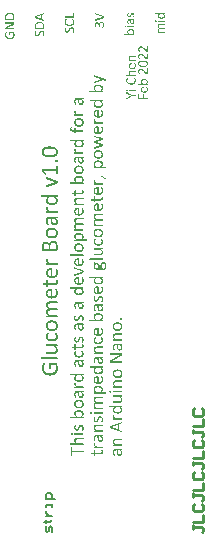
<source format=gbo>
G04*
G04 #@! TF.GenerationSoftware,Altium Limited,Altium Designer,21.9.1 (22)*
G04*
G04 Layer_Color=32896*
%FSLAX25Y25*%
%MOIN*%
G70*
G04*
G04 #@! TF.SameCoordinates,04C95DCE-10AD-4B50-8E95-557A3389731F*
G04*
G04*
G04 #@! TF.FilePolarity,Positive*
G04*
G01*
G75*
%ADD13C,0.00500*%
%ADD14C,0.01000*%
G36*
X213529Y259954D02*
X213507Y259947D01*
X213500Y259940D01*
X213492Y259932D01*
X213478Y259910D01*
X213470Y259880D01*
X213463Y259858D01*
Y259851D01*
X213456Y259806D01*
X213448Y259755D01*
Y259636D01*
X213456Y259584D01*
X213463Y259555D01*
Y259540D01*
X213470Y259503D01*
X213478Y259481D01*
X213485Y259466D01*
Y259459D01*
X213507Y259444D01*
X213529Y259429D01*
X213559Y259422D01*
X213566D01*
X215883Y258622D01*
Y258615D01*
X213574Y257794D01*
X213529Y257771D01*
X213522Y257764D01*
X213515D01*
X213492Y257749D01*
X213485Y257734D01*
X213478Y257720D01*
Y257712D01*
X213470Y257690D01*
X213463Y257660D01*
X213456Y257638D01*
Y257631D01*
X213448Y257586D01*
Y257416D01*
X213456Y257372D01*
X213463Y257335D01*
Y257327D01*
X213470Y257290D01*
X213478Y257261D01*
X213485Y257246D01*
X213492Y257239D01*
X213507Y257224D01*
X213529Y257216D01*
X213544D01*
X213552D01*
X213581Y257224D01*
X213618Y257231D01*
X213640Y257239D01*
X213655Y257246D01*
X216408Y258267D01*
X216445Y258289D01*
X216460Y258304D01*
X216467D01*
X216482Y258326D01*
X216497Y258341D01*
X216504Y258356D01*
X217503Y257964D01*
X217533Y257949D01*
X217555Y257942D01*
X217570D01*
X217577D01*
X217600Y257949D01*
X217607Y257964D01*
X217622Y257971D01*
Y257979D01*
X217644Y258030D01*
X217651Y258045D01*
Y258053D01*
X217659Y258097D01*
X217666Y258141D01*
Y258245D01*
X217659Y258297D01*
Y258334D01*
X217651Y258363D01*
X217644Y258408D01*
X217636Y258423D01*
X217614Y258474D01*
X217585Y258504D01*
X217563Y258519D01*
X217555Y258526D01*
X216504Y258911D01*
X213648Y259940D01*
X213611Y259954D01*
X213574Y259962D01*
X213559D01*
X213552D01*
X213529Y259954D01*
D02*
G37*
G36*
X214728Y256802D02*
X214625Y256787D01*
X214536Y256780D01*
X214462Y256765D01*
X214410Y256750D01*
X214373Y256743D01*
X214358D01*
X214255Y256713D01*
X214166Y256684D01*
X214077Y256647D01*
X214011Y256617D01*
X213951Y256587D01*
X213907Y256558D01*
X213877Y256543D01*
X213870Y256536D01*
X213796Y256484D01*
X213729Y256425D01*
X213670Y256365D01*
X213618Y256306D01*
X213581Y256254D01*
X213552Y256210D01*
X213537Y256180D01*
X213529Y256173D01*
X213485Y256084D01*
X213456Y255995D01*
X213433Y255907D01*
X213419Y255825D01*
X213411Y255751D01*
X213404Y255692D01*
Y255640D01*
X213411Y255551D01*
X213419Y255470D01*
X213426Y255440D01*
Y255418D01*
X213433Y255403D01*
Y255396D01*
X213456Y255307D01*
X213485Y255233D01*
X213492Y255204D01*
X213507Y255181D01*
X213515Y255167D01*
Y255159D01*
X213559Y255078D01*
X213611Y255004D01*
X213633Y254974D01*
X213648Y254952D01*
X213655Y254937D01*
X213663Y254930D01*
X213737Y254841D01*
X213803Y254767D01*
X213833Y254730D01*
X213855Y254708D01*
X213870Y254693D01*
X213877Y254686D01*
X212153D01*
X212123Y254678D01*
X212116Y254671D01*
X212087Y254641D01*
X212079Y254634D01*
Y254626D01*
X212072Y254604D01*
X212064Y254575D01*
X212057Y254552D01*
Y254545D01*
X212050Y254508D01*
Y254323D01*
X212057Y254293D01*
Y254286D01*
X212064Y254256D01*
X212072Y254234D01*
X212079Y254219D01*
Y254212D01*
X212101Y254182D01*
X212109Y254168D01*
X212116D01*
X212138Y254160D01*
X212146D01*
X212153D01*
X216430D01*
X216467Y254168D01*
X216475D01*
X216482D01*
X216490Y254175D01*
X216497Y254190D01*
X216504Y254197D01*
Y254205D01*
X216512Y254256D01*
X216519Y254271D01*
Y254279D01*
X216527Y254316D01*
Y254434D01*
X216519Y254464D01*
Y254493D01*
X216512Y254523D01*
Y254545D01*
X216504Y254560D01*
Y254567D01*
X216497Y254589D01*
X216490Y254597D01*
X216475Y254604D01*
X216445Y254619D01*
X216430D01*
X216075D01*
X216164Y254708D01*
X216238Y254782D01*
X216267Y254811D01*
X216290Y254834D01*
X216297Y254848D01*
X216304Y254856D01*
X216364Y254945D01*
X216408Y255019D01*
X216430Y255041D01*
X216445Y255063D01*
X216453Y255078D01*
Y255085D01*
X216490Y255167D01*
X216512Y255241D01*
X216519Y255263D01*
X216527Y255285D01*
X216534Y255300D01*
Y255307D01*
X216549Y255396D01*
X216556Y255485D01*
X216564Y255514D01*
Y255566D01*
X216556Y255677D01*
X216549Y255773D01*
X216527Y255862D01*
X216504Y255944D01*
X216490Y256003D01*
X216467Y256055D01*
X216460Y256084D01*
X216453Y256092D01*
X216408Y256173D01*
X216356Y256254D01*
X216304Y256321D01*
X216253Y256380D01*
X216208Y256425D01*
X216171Y256454D01*
X216142Y256476D01*
X216134Y256484D01*
X216053Y256536D01*
X215964Y256587D01*
X215875Y256624D01*
X215801Y256661D01*
X215727Y256684D01*
X215675Y256706D01*
X215638Y256721D01*
X215624D01*
X215513Y256750D01*
X215394Y256772D01*
X215283Y256787D01*
X215172Y256802D01*
X215084D01*
X215017Y256809D01*
X214987D01*
X214965D01*
X214958D01*
X214950D01*
X214832D01*
X214728Y256802D01*
D02*
G37*
G36*
X207863Y252325D02*
X207781Y252310D01*
X207715Y252303D01*
X207655Y252288D01*
X207618Y252273D01*
X207589Y252266D01*
X207581D01*
X207507Y252244D01*
X207441Y252214D01*
X207382Y252177D01*
X207330Y252147D01*
X207293Y252118D01*
X207263Y252096D01*
X207248Y252081D01*
X207241Y252073D01*
X207197Y252022D01*
X207152Y251962D01*
X207086Y251844D01*
X207063Y251792D01*
X207049Y251755D01*
X207034Y251726D01*
Y251718D01*
X207012Y251637D01*
X206989Y251548D01*
X206975Y251459D01*
X206967Y251378D01*
X206960Y251304D01*
Y251193D01*
X206967Y251074D01*
X206975Y251015D01*
Y250971D01*
X206982Y250926D01*
X206989Y250897D01*
X206997Y250875D01*
Y250867D01*
X207019Y250749D01*
X207034Y250697D01*
X207041Y250653D01*
X207056Y250616D01*
X207063Y250586D01*
X207071Y250571D01*
Y250564D01*
X207108Y250468D01*
X207137Y250394D01*
X207152Y250364D01*
X207167Y250342D01*
X207174Y250327D01*
Y250320D01*
X207211Y250253D01*
X207241Y250209D01*
X207263Y250179D01*
X207271Y250172D01*
X207300Y250149D01*
X207330Y250135D01*
X207352Y250120D01*
X207359D01*
X207396Y250112D01*
X207441D01*
X207470D01*
X207478D01*
X207485D01*
X207515D01*
X207544D01*
X207567D01*
X207574D01*
X207618Y250127D01*
X207633Y250135D01*
X207641D01*
X207670Y250157D01*
X207678Y250164D01*
X207685Y250201D01*
Y250216D01*
X207678Y250246D01*
X207663Y250283D01*
X207648Y250312D01*
X207641Y250327D01*
X207604Y250394D01*
X207574Y250460D01*
X207559Y250482D01*
X207552Y250505D01*
X207544Y250519D01*
Y250527D01*
X207500Y250616D01*
X207470Y250704D01*
X207456Y250741D01*
X207448Y250771D01*
X207441Y250786D01*
Y250793D01*
X207411Y250912D01*
X207396Y251030D01*
X207389Y251074D01*
Y251148D01*
X207396Y251274D01*
X207404Y251326D01*
X207411Y251370D01*
X207419Y251400D01*
X207426Y251430D01*
X207433Y251444D01*
Y251452D01*
X207470Y251533D01*
X207515Y251600D01*
X207552Y251637D01*
X207559Y251652D01*
X207567D01*
X207633Y251703D01*
X207707Y251740D01*
X207737Y251755D01*
X207759Y251763D01*
X207774Y251770D01*
X207781D01*
X207877Y251792D01*
X207974Y251800D01*
X208011Y251807D01*
X208040D01*
X208062D01*
X208070D01*
X208292D01*
Y251289D01*
X208299Y251171D01*
X208307Y251067D01*
X208321Y250978D01*
X208329Y250904D01*
X208344Y250852D01*
X208351Y250815D01*
Y250801D01*
X208373Y250704D01*
X208403Y250616D01*
X208432Y250542D01*
X208462Y250475D01*
X208484Y250423D01*
X208506Y250386D01*
X208521Y250357D01*
X208529Y250349D01*
X208573Y250283D01*
X208625Y250231D01*
X208677Y250179D01*
X208721Y250142D01*
X208765Y250105D01*
X208802Y250083D01*
X208825Y250075D01*
X208832Y250068D01*
X208899Y250038D01*
X208973Y250016D01*
X209039Y249994D01*
X209106Y249987D01*
X209165Y249979D01*
X209209Y249972D01*
X209239D01*
X209246D01*
X209394Y249979D01*
X209454Y249994D01*
X209505Y250009D01*
X209557Y250016D01*
X209587Y250031D01*
X209609Y250038D01*
X209616D01*
X209727Y250098D01*
X209779Y250135D01*
X209816Y250164D01*
X209853Y250194D01*
X209875Y250216D01*
X209890Y250231D01*
X209898Y250238D01*
X209972Y250342D01*
X210023Y250445D01*
X210038Y250482D01*
X210053Y250519D01*
X210060Y250542D01*
Y250549D01*
X210097Y250690D01*
X210105Y250764D01*
X210112Y250823D01*
X210120Y250882D01*
Y250963D01*
X210112Y251060D01*
X210105Y251148D01*
X210090Y251230D01*
X210068Y251304D01*
X210046Y251363D01*
X210031Y251415D01*
X210023Y251444D01*
X210016Y251452D01*
X209972Y251541D01*
X209920Y251615D01*
X209868Y251689D01*
X209816Y251755D01*
X209772Y251800D01*
X209735Y251844D01*
X209713Y251866D01*
X209705Y251874D01*
X209994D01*
X210016Y251881D01*
X210031Y251888D01*
X210046Y251896D01*
X210053Y251918D01*
X210060Y251940D01*
X210068Y251962D01*
Y251970D01*
X210075Y252014D01*
X210083Y252059D01*
Y252155D01*
X210075Y252199D01*
X210068Y252221D01*
Y252229D01*
X210060Y252266D01*
X210053Y252288D01*
X210046Y252295D01*
Y252303D01*
X210031Y252318D01*
X210016Y252332D01*
X210001D01*
X209994D01*
X208048D01*
X207951D01*
X207863Y252325D01*
D02*
G37*
G36*
X212138Y251696D02*
X212131Y251689D01*
X212109Y251659D01*
X212101Y251652D01*
Y251644D01*
X212094Y251622D01*
X212087Y251592D01*
X212079Y251570D01*
Y251563D01*
X212072Y251518D01*
X212064Y251474D01*
Y251378D01*
X212072Y251341D01*
X212079Y251311D01*
Y251304D01*
X212087Y251267D01*
X212094Y251245D01*
X212101Y251230D01*
Y251222D01*
X212116Y251193D01*
X212123Y251178D01*
X212131D01*
X212153Y251171D01*
X212160D01*
X212168D01*
X213840D01*
X213766Y251097D01*
X213700Y251015D01*
X213640Y250949D01*
X213596Y250882D01*
X213559Y250830D01*
X213537Y250786D01*
X213522Y250756D01*
X213515Y250749D01*
X213478Y250667D01*
X213448Y250593D01*
X213433Y250512D01*
X213419Y250445D01*
X213411Y250379D01*
X213404Y250334D01*
Y250290D01*
X213411Y250179D01*
X213419Y250075D01*
X213441Y249987D01*
X213463Y249905D01*
X213485Y249839D01*
X213500Y249794D01*
X213515Y249757D01*
X213522Y249750D01*
X213566Y249668D01*
X213618Y249594D01*
X213670Y249528D01*
X213729Y249469D01*
X213774Y249424D01*
X213811Y249395D01*
X213840Y249372D01*
X213848Y249365D01*
X213929Y249313D01*
X214018Y249261D01*
X214099Y249224D01*
X214181Y249187D01*
X214255Y249165D01*
X214306Y249143D01*
X214344Y249136D01*
X214358Y249128D01*
X214588Y249084D01*
X214699Y249069D01*
X214802Y249062D01*
X214891D01*
X214965Y249054D01*
X215009D01*
X215017D01*
X215024D01*
X215143D01*
X215246Y249062D01*
X215350Y249076D01*
X215439Y249084D01*
X215513Y249099D01*
X215572Y249106D01*
X215609Y249113D01*
X215624D01*
X215727Y249143D01*
X215816Y249173D01*
X215905Y249210D01*
X215971Y249239D01*
X216031Y249269D01*
X216075Y249291D01*
X216105Y249306D01*
X216112Y249313D01*
X216186Y249372D01*
X216253Y249432D01*
X216312Y249491D01*
X216356Y249550D01*
X216393Y249602D01*
X216423Y249639D01*
X216438Y249668D01*
X216445Y249676D01*
X216482Y249765D01*
X216512Y249861D01*
X216534Y249950D01*
X216549Y250038D01*
X216556Y250112D01*
X216564Y250172D01*
Y250223D01*
X216556Y250327D01*
X216541Y250431D01*
X216519Y250519D01*
X216497Y250601D01*
X216475Y250667D01*
X216453Y250712D01*
X216438Y250749D01*
X216430Y250756D01*
X216371Y250845D01*
X216312Y250934D01*
X216245Y251015D01*
X216186Y251082D01*
X216127Y251141D01*
X216083Y251193D01*
X216053Y251222D01*
X216045Y251230D01*
X216430D01*
X216460Y251237D01*
X216467D01*
X216475D01*
X216497Y251267D01*
X216504Y251274D01*
Y251282D01*
X216512Y251333D01*
X216519Y251348D01*
Y251356D01*
X216527Y251393D01*
Y251511D01*
X216519Y251548D01*
Y251578D01*
X216512Y251607D01*
Y251629D01*
X216504Y251637D01*
Y251644D01*
X216490Y251681D01*
X216482Y251689D01*
X216445Y251703D01*
X216438D01*
X216430D01*
X212168D01*
X212138Y251696D01*
D02*
G37*
G36*
X207189Y248070D02*
X207182D01*
X207152D01*
X207130D01*
X207123Y248063D01*
X207115D01*
X207086D01*
X207078Y248055D01*
X207056Y248040D01*
X207049Y248033D01*
Y248026D01*
X207034Y248011D01*
X207026Y247989D01*
X207019Y247966D01*
Y247959D01*
X207004Y247922D01*
X206997Y247892D01*
X206989Y247863D01*
Y247855D01*
X206982Y247818D01*
X206975Y247781D01*
X206967Y247759D01*
Y247752D01*
X206960Y247715D01*
Y247656D01*
X206967Y247589D01*
X206975Y247530D01*
X206982Y247485D01*
X206989Y247478D01*
Y247471D01*
X207012Y247404D01*
X207041Y247345D01*
X207071Y247300D01*
X207078Y247293D01*
Y247286D01*
X207130Y247219D01*
X207182Y247160D01*
X207226Y247108D01*
X207241Y247101D01*
X207248Y247093D01*
X207337Y247012D01*
X207426Y246945D01*
X207470Y246916D01*
X207500Y246893D01*
X207522Y246879D01*
X207530Y246871D01*
X207108D01*
X207071Y246864D01*
X207063Y246856D01*
X207049Y246849D01*
X207041Y246834D01*
X207034Y246827D01*
Y246819D01*
X207026Y246797D01*
X207019Y246775D01*
X207012Y246753D01*
Y246745D01*
X207004Y246708D01*
Y246546D01*
X207012Y246523D01*
Y246516D01*
X207019Y246486D01*
X207026Y246464D01*
X207034Y246449D01*
Y246442D01*
X207041Y246427D01*
X207056Y246412D01*
X207063Y246405D01*
X207093Y246398D01*
X207100D01*
X207108D01*
X209986D01*
X210016Y246405D01*
X210031D01*
X210053Y246435D01*
X210060Y246442D01*
Y246449D01*
X210068Y246501D01*
X210075Y246516D01*
Y246523D01*
X210083Y246568D01*
Y246708D01*
X210075Y246753D01*
Y246782D01*
X210068Y246819D01*
Y246842D01*
X210060Y246856D01*
Y246864D01*
X210038Y246901D01*
X210031Y246908D01*
X210001Y246923D01*
X209994D01*
X209986D01*
X208092D01*
X207974Y247004D01*
X207922Y247034D01*
X207877Y247064D01*
X207840Y247086D01*
X207818Y247108D01*
X207803Y247115D01*
X207796Y247123D01*
X207715Y247189D01*
X207648Y247249D01*
X207611Y247286D01*
X207596Y247300D01*
X207552Y247367D01*
X207515Y247419D01*
X207500Y247448D01*
X207493Y247463D01*
X207470Y247522D01*
X207463Y247567D01*
X207456Y247604D01*
Y247663D01*
X207463Y247707D01*
X207470Y247737D01*
Y247744D01*
X207478Y247789D01*
X207493Y247818D01*
X207500Y247841D01*
Y247848D01*
X207507Y247878D01*
X207522Y247907D01*
X207530Y247922D01*
Y247929D01*
X207544Y247974D01*
Y247996D01*
X207537Y248026D01*
X207530Y248033D01*
X207500Y248048D01*
X207493Y248055D01*
X207485D01*
X207433Y248070D01*
X207419D01*
X207411D01*
X207374Y248077D01*
X207337D01*
X207308D01*
X207293D01*
X207241D01*
X207211D01*
X207189Y248070D01*
D02*
G37*
G36*
X214565Y248425D02*
X214477Y248418D01*
X214395Y248403D01*
X214329Y248388D01*
X214284Y248381D01*
X214247Y248366D01*
X214240D01*
X214151Y248336D01*
X214070Y248299D01*
X213996Y248262D01*
X213936Y248225D01*
X213885Y248188D01*
X213840Y248159D01*
X213818Y248144D01*
X213811Y248137D01*
X213744Y248077D01*
X213685Y248011D01*
X213633Y247944D01*
X213596Y247885D01*
X213559Y247833D01*
X213537Y247789D01*
X213522Y247752D01*
X213515Y247744D01*
X213478Y247648D01*
X213448Y247552D01*
X213433Y247456D01*
X213419Y247367D01*
X213411Y247286D01*
X213404Y247226D01*
Y247167D01*
X213411Y247049D01*
X213419Y246945D01*
X213441Y246842D01*
X213456Y246760D01*
X213478Y246686D01*
X213500Y246634D01*
X213507Y246605D01*
X213515Y246590D01*
X213559Y246501D01*
X213611Y246412D01*
X213663Y246338D01*
X213715Y246279D01*
X213759Y246227D01*
X213796Y246183D01*
X213825Y246161D01*
X213833Y246153D01*
X213914Y246094D01*
X213996Y246035D01*
X214085Y245991D01*
X214159Y245954D01*
X214232Y245917D01*
X214284Y245894D01*
X214321Y245887D01*
X214336Y245880D01*
X214447Y245850D01*
X214565Y245828D01*
X214676Y245813D01*
X214780Y245806D01*
X214869Y245798D01*
X214943Y245791D01*
X214987D01*
X214995D01*
X215002D01*
X215143Y245798D01*
X215276Y245806D01*
X215394Y245820D01*
X215491Y245835D01*
X215579Y245850D01*
X215638Y245865D01*
X215675Y245880D01*
X215690D01*
X215794Y245917D01*
X215890Y245961D01*
X215971Y246005D01*
X216045Y246050D01*
X216097Y246094D01*
X216142Y246124D01*
X216171Y246146D01*
X216179Y246153D01*
X216245Y246227D01*
X216304Y246301D01*
X216356Y246375D01*
X216393Y246449D01*
X216423Y246509D01*
X216453Y246560D01*
X216460Y246590D01*
X216467Y246605D01*
X216497Y246708D01*
X216519Y246812D01*
X216541Y246916D01*
X216549Y247019D01*
X216556Y247101D01*
X216564Y247167D01*
Y247226D01*
X216556Y247374D01*
Y247441D01*
X216549Y247500D01*
X216541Y247545D01*
Y247582D01*
X216534Y247604D01*
Y247611D01*
X216512Y247737D01*
X216497Y247796D01*
X216490Y247841D01*
X216482Y247878D01*
X216475Y247907D01*
X216467Y247922D01*
Y247929D01*
X216438Y248026D01*
X216416Y248100D01*
X216408Y248122D01*
X216401Y248144D01*
X216393Y248151D01*
Y248159D01*
X216364Y248211D01*
X216349Y248248D01*
X216334Y248262D01*
X216312Y248277D01*
X216304Y248285D01*
X216275Y248299D01*
X216260Y248307D01*
X216216Y248314D01*
X216208D01*
X216201D01*
X216149Y248322D01*
X216134D01*
X216127D01*
X216090D01*
X216053D01*
X216038Y248314D01*
X216031D01*
X215986Y248307D01*
X215979Y248299D01*
X215971D01*
X215942Y248285D01*
X215934Y248277D01*
Y248270D01*
X215920Y248248D01*
Y248233D01*
X215927Y248196D01*
X215934Y248159D01*
X215949Y248129D01*
X215957Y248122D01*
Y248114D01*
X215979Y248055D01*
X216001Y247989D01*
X216023Y247944D01*
X216031Y247929D01*
Y247922D01*
X216060Y247826D01*
X216083Y247737D01*
X216090Y247700D01*
X216097Y247670D01*
X216105Y247648D01*
Y247641D01*
X216120Y247522D01*
X216127Y247404D01*
X216134Y247352D01*
Y247182D01*
X216127Y247101D01*
X216112Y247027D01*
X216097Y246960D01*
X216090Y246908D01*
X216075Y246864D01*
X216068Y246842D01*
Y246834D01*
X216001Y246716D01*
X215971Y246664D01*
X215934Y246627D01*
X215905Y246590D01*
X215883Y246568D01*
X215868Y246553D01*
X215861Y246546D01*
X215750Y246472D01*
X215638Y246420D01*
X215594Y246405D01*
X215557Y246390D01*
X215535Y246383D01*
X215528D01*
X215380Y246361D01*
X215305Y246346D01*
X215239D01*
X215180Y246338D01*
X215135D01*
X215098D01*
X215091D01*
Y248233D01*
X215084Y248292D01*
X215061Y248336D01*
X215047Y248366D01*
X215039Y248373D01*
X214987Y248410D01*
X214928Y248433D01*
X214884Y248440D01*
X214869D01*
X214861D01*
X214765D01*
X214662D01*
X214565Y248425D01*
D02*
G37*
G36*
X213633Y245369D02*
X213626D01*
X213596D01*
X213574D01*
X213566Y245362D01*
X213559D01*
X213529D01*
X213522Y245354D01*
X213500Y245339D01*
X213492Y245332D01*
Y245325D01*
X213478Y245310D01*
X213470Y245288D01*
X213463Y245265D01*
Y245258D01*
X213448Y245221D01*
X213441Y245191D01*
X213433Y245162D01*
Y245154D01*
X213426Y245117D01*
X213419Y245080D01*
X213411Y245058D01*
Y245051D01*
X213404Y245014D01*
Y244955D01*
X213411Y244888D01*
X213419Y244829D01*
X213426Y244784D01*
X213433Y244777D01*
Y244770D01*
X213456Y244703D01*
X213485Y244644D01*
X213515Y244599D01*
X213522Y244592D01*
Y244585D01*
X213574Y244518D01*
X213626Y244459D01*
X213670Y244407D01*
X213685Y244400D01*
X213692Y244392D01*
X213781Y244311D01*
X213870Y244244D01*
X213914Y244215D01*
X213944Y244192D01*
X213966Y244178D01*
X213973Y244170D01*
X213552D01*
X213515Y244163D01*
X213507Y244155D01*
X213492Y244148D01*
X213485Y244133D01*
X213478Y244126D01*
Y244118D01*
X213470Y244096D01*
X213463Y244074D01*
X213456Y244052D01*
Y244044D01*
X213448Y244007D01*
Y243845D01*
X213456Y243822D01*
Y243815D01*
X213463Y243785D01*
X213470Y243763D01*
X213478Y243748D01*
Y243741D01*
X213485Y243726D01*
X213500Y243711D01*
X213507Y243704D01*
X213537Y243697D01*
X213544D01*
X213552D01*
X216430D01*
X216460Y243704D01*
X216475D01*
X216497Y243734D01*
X216504Y243741D01*
Y243748D01*
X216512Y243800D01*
X216519Y243815D01*
Y243822D01*
X216527Y243867D01*
Y244007D01*
X216519Y244052D01*
Y244081D01*
X216512Y244118D01*
Y244141D01*
X216504Y244155D01*
Y244163D01*
X216482Y244200D01*
X216475Y244207D01*
X216445Y244222D01*
X216438D01*
X216430D01*
X214536D01*
X214418Y244303D01*
X214366Y244333D01*
X214321Y244363D01*
X214284Y244385D01*
X214262Y244407D01*
X214247Y244414D01*
X214240Y244422D01*
X214159Y244488D01*
X214092Y244548D01*
X214055Y244585D01*
X214040Y244599D01*
X213996Y244666D01*
X213959Y244718D01*
X213944Y244747D01*
X213936Y244762D01*
X213914Y244821D01*
X213907Y244866D01*
X213899Y244903D01*
Y244962D01*
X213907Y245006D01*
X213914Y245036D01*
Y245043D01*
X213922Y245088D01*
X213936Y245117D01*
X213944Y245140D01*
Y245147D01*
X213951Y245177D01*
X213966Y245206D01*
X213973Y245221D01*
Y245228D01*
X213988Y245273D01*
Y245295D01*
X213981Y245325D01*
X213973Y245332D01*
X213944Y245347D01*
X213936Y245354D01*
X213929D01*
X213877Y245369D01*
X213862D01*
X213855D01*
X213818Y245376D01*
X213781D01*
X213752D01*
X213737D01*
X213685D01*
X213655D01*
X213633Y245369D01*
D02*
G37*
G36*
X208262Y245606D02*
X208151Y245591D01*
X208055Y245576D01*
X207974Y245561D01*
X207914Y245547D01*
X207877Y245539D01*
X207863Y245532D01*
X207759Y245495D01*
X207663Y245450D01*
X207581Y245406D01*
X207507Y245369D01*
X207456Y245325D01*
X207411Y245295D01*
X207382Y245273D01*
X207374Y245265D01*
X207300Y245199D01*
X207241Y245125D01*
X207189Y245051D01*
X207145Y244977D01*
X207115Y244918D01*
X207093Y244866D01*
X207078Y244836D01*
X207071Y244821D01*
X207034Y244718D01*
X207004Y244614D01*
X206989Y244511D01*
X206975Y244414D01*
X206967Y244333D01*
X206960Y244266D01*
Y244207D01*
X206967Y244074D01*
X206975Y243948D01*
X206997Y243845D01*
X207019Y243748D01*
X207041Y243667D01*
X207056Y243615D01*
X207071Y243578D01*
X207078Y243563D01*
X207123Y243467D01*
X207182Y243378D01*
X207234Y243297D01*
X207285Y243230D01*
X207337Y243179D01*
X207374Y243142D01*
X207404Y243112D01*
X207411Y243105D01*
X207493Y243038D01*
X207581Y242986D01*
X207670Y242934D01*
X207744Y242897D01*
X207818Y242868D01*
X207870Y242846D01*
X207907Y242838D01*
X207922Y242831D01*
X208033Y242801D01*
X208151Y242779D01*
X208255Y242764D01*
X208358Y242757D01*
X208447Y242749D01*
X208514Y242742D01*
X208558D01*
X208566D01*
X208573D01*
X208706Y242749D01*
X208825Y242757D01*
X208936Y242772D01*
X209032Y242786D01*
X209113Y242801D01*
X209172Y242809D01*
X209209Y242823D01*
X209224D01*
X209328Y242860D01*
X209424Y242905D01*
X209505Y242942D01*
X209579Y242986D01*
X209631Y243023D01*
X209676Y243053D01*
X209705Y243075D01*
X209713Y243082D01*
X209779Y243156D01*
X209846Y243230D01*
X209898Y243304D01*
X209942Y243371D01*
X209972Y243430D01*
X209994Y243482D01*
X210009Y243512D01*
X210016Y243526D01*
X210053Y243630D01*
X210075Y243734D01*
X210097Y243837D01*
X210105Y243941D01*
X210112Y244022D01*
X210120Y244089D01*
Y244148D01*
X210112Y244281D01*
X210097Y244400D01*
X210083Y244511D01*
X210060Y244599D01*
X210038Y244681D01*
X210016Y244733D01*
X210009Y244770D01*
X210001Y244784D01*
X209949Y244888D01*
X209898Y244977D01*
X209846Y245051D01*
X209787Y245117D01*
X209742Y245169D01*
X209705Y245214D01*
X209676Y245236D01*
X209668Y245243D01*
X209587Y245310D01*
X209498Y245369D01*
X209409Y245413D01*
X209335Y245450D01*
X209261Y245487D01*
X209209Y245510D01*
X209172Y245517D01*
X209158Y245524D01*
X209047Y245554D01*
X208928Y245584D01*
X208825Y245598D01*
X208721Y245606D01*
X208640Y245613D01*
X208573Y245621D01*
X208529D01*
X208521D01*
X208514D01*
X208381D01*
X208262Y245606D01*
D02*
G37*
G36*
X205828Y242520D02*
X205820D01*
X205791Y242513D01*
X205768Y242505D01*
X205754Y242498D01*
X205746D01*
X205709Y242483D01*
X205702Y242476D01*
Y242468D01*
X205687Y242453D01*
X205672Y242424D01*
X205657Y242402D01*
Y242394D01*
X205635Y242342D01*
X205620Y242291D01*
X205606Y242246D01*
Y242224D01*
X205591Y242150D01*
X205583Y242076D01*
Y241921D01*
X205591Y241847D01*
X205606Y241773D01*
X205613Y241713D01*
X205628Y241662D01*
X205643Y241625D01*
X205650Y241602D01*
Y241595D01*
X205709Y241477D01*
X205746Y241432D01*
X205776Y241388D01*
X205805Y241351D01*
X205835Y241329D01*
X205850Y241314D01*
X205857Y241306D01*
X205909Y241269D01*
X205968Y241232D01*
X206087Y241181D01*
X206138Y241158D01*
X206175Y241151D01*
X206205Y241136D01*
X206212D01*
X206294Y241121D01*
X206383Y241107D01*
X206471Y241099D01*
X206545Y241092D01*
X206619Y241084D01*
X206671D01*
X206708D01*
X206723D01*
X207019D01*
Y240670D01*
X207026Y240640D01*
X207034Y240633D01*
Y240626D01*
X207063Y240603D01*
X207071Y240596D01*
X207078D01*
X207100Y240589D01*
X207123Y240581D01*
X207137Y240574D01*
X207145D01*
X207174D01*
X207204D01*
X207234D01*
X207241D01*
X207315Y240581D01*
X207367Y240589D01*
X207404Y240596D01*
X207411D01*
X207433Y240618D01*
X207448Y240640D01*
X207456Y240663D01*
Y241084D01*
X209986D01*
X210016Y241092D01*
X210031D01*
X210053Y241121D01*
X210060Y241129D01*
Y241136D01*
X210068Y241158D01*
Y241188D01*
X210075Y241210D01*
Y241218D01*
X210083Y241262D01*
Y241403D01*
X210075Y241440D01*
Y241477D01*
X210068Y241514D01*
Y241536D01*
X210060Y241551D01*
Y241558D01*
X210038Y241595D01*
X210031Y241602D01*
X210001Y241617D01*
X209994D01*
X209986D01*
X207456D01*
Y242254D01*
X207448Y242291D01*
X207433Y242313D01*
X207419Y242328D01*
X207411Y242335D01*
X207359Y242350D01*
X207308Y242365D01*
X207263D01*
X207248D01*
X207241D01*
X207204D01*
X207167Y242357D01*
X207152Y242350D01*
X207145D01*
X207115Y242342D01*
X207093Y242335D01*
X207086Y242328D01*
X207078D01*
X207041Y242305D01*
X207034Y242298D01*
X207019Y242268D01*
Y241617D01*
X206708D01*
X206582Y241625D01*
X206531D01*
X206486Y241632D01*
X206449D01*
X206420Y241639D01*
X206405D01*
X206397D01*
X206309Y241662D01*
X206242Y241684D01*
X206198Y241699D01*
X206183Y241706D01*
X206131Y241750D01*
X206094Y241795D01*
X206072Y241824D01*
X206064Y241839D01*
X206035Y241906D01*
X206027Y241980D01*
X206020Y242002D01*
Y242106D01*
X206027Y242157D01*
X206035Y242187D01*
Y242194D01*
X206050Y242239D01*
X206057Y242276D01*
X206064Y242298D01*
X206072Y242305D01*
X206079Y242342D01*
X206094Y242372D01*
X206101Y242387D01*
Y242394D01*
X206116Y242439D01*
Y242453D01*
X206109Y242476D01*
Y242483D01*
X206094Y242498D01*
X206079Y242505D01*
X206042Y242513D01*
X206027Y242520D01*
X206020D01*
X205990Y242527D01*
X205961D01*
X205931D01*
X205924D01*
X205879D01*
X205850D01*
X205828Y242520D01*
D02*
G37*
G36*
X214565Y242883D02*
X214477Y242875D01*
X214395Y242860D01*
X214329Y242846D01*
X214284Y242838D01*
X214247Y242823D01*
X214240D01*
X214151Y242794D01*
X214070Y242757D01*
X213996Y242720D01*
X213936Y242683D01*
X213885Y242646D01*
X213840Y242616D01*
X213818Y242601D01*
X213811Y242594D01*
X213744Y242535D01*
X213685Y242468D01*
X213633Y242402D01*
X213596Y242342D01*
X213559Y242291D01*
X213537Y242246D01*
X213522Y242209D01*
X213515Y242202D01*
X213478Y242106D01*
X213448Y242009D01*
X213433Y241913D01*
X213419Y241824D01*
X213411Y241743D01*
X213404Y241684D01*
Y241625D01*
X213411Y241506D01*
X213419Y241403D01*
X213441Y241299D01*
X213456Y241218D01*
X213478Y241144D01*
X213500Y241092D01*
X213507Y241062D01*
X213515Y241047D01*
X213559Y240959D01*
X213611Y240870D01*
X213663Y240796D01*
X213715Y240737D01*
X213759Y240685D01*
X213796Y240640D01*
X213825Y240618D01*
X213833Y240611D01*
X213914Y240552D01*
X213996Y240492D01*
X214085Y240448D01*
X214159Y240411D01*
X214232Y240374D01*
X214284Y240352D01*
X214321Y240344D01*
X214336Y240337D01*
X214447Y240307D01*
X214565Y240285D01*
X214676Y240270D01*
X214780Y240263D01*
X214869Y240256D01*
X214943Y240248D01*
X214987D01*
X214995D01*
X215002D01*
X215143Y240256D01*
X215276Y240263D01*
X215394Y240278D01*
X215491Y240293D01*
X215579Y240307D01*
X215638Y240322D01*
X215675Y240337D01*
X215690D01*
X215794Y240374D01*
X215890Y240418D01*
X215971Y240463D01*
X216045Y240507D01*
X216097Y240552D01*
X216142Y240581D01*
X216171Y240603D01*
X216179Y240611D01*
X216245Y240685D01*
X216304Y240759D01*
X216356Y240833D01*
X216393Y240907D01*
X216423Y240966D01*
X216453Y241018D01*
X216460Y241047D01*
X216467Y241062D01*
X216497Y241166D01*
X216519Y241269D01*
X216541Y241373D01*
X216549Y241477D01*
X216556Y241558D01*
X216564Y241625D01*
Y241684D01*
X216556Y241832D01*
Y241898D01*
X216549Y241958D01*
X216541Y242002D01*
Y242039D01*
X216534Y242061D01*
Y242069D01*
X216512Y242194D01*
X216497Y242254D01*
X216490Y242298D01*
X216482Y242335D01*
X216475Y242365D01*
X216467Y242379D01*
Y242387D01*
X216438Y242483D01*
X216416Y242557D01*
X216408Y242579D01*
X216401Y242601D01*
X216393Y242609D01*
Y242616D01*
X216364Y242668D01*
X216349Y242705D01*
X216334Y242720D01*
X216312Y242735D01*
X216304Y242742D01*
X216275Y242757D01*
X216260Y242764D01*
X216216Y242772D01*
X216208D01*
X216201D01*
X216149Y242779D01*
X216134D01*
X216127D01*
X216090D01*
X216053D01*
X216038Y242772D01*
X216031D01*
X215986Y242764D01*
X215979Y242757D01*
X215971D01*
X215942Y242742D01*
X215934Y242735D01*
Y242727D01*
X215920Y242705D01*
Y242690D01*
X215927Y242653D01*
X215934Y242616D01*
X215949Y242587D01*
X215957Y242579D01*
Y242572D01*
X215979Y242513D01*
X216001Y242446D01*
X216023Y242402D01*
X216031Y242387D01*
Y242379D01*
X216060Y242283D01*
X216083Y242194D01*
X216090Y242157D01*
X216097Y242128D01*
X216105Y242106D01*
Y242098D01*
X216120Y241980D01*
X216127Y241861D01*
X216134Y241810D01*
Y241639D01*
X216127Y241558D01*
X216112Y241484D01*
X216097Y241417D01*
X216090Y241366D01*
X216075Y241321D01*
X216068Y241299D01*
Y241292D01*
X216001Y241173D01*
X215971Y241121D01*
X215934Y241084D01*
X215905Y241047D01*
X215883Y241025D01*
X215868Y241010D01*
X215861Y241003D01*
X215750Y240929D01*
X215638Y240877D01*
X215594Y240862D01*
X215557Y240848D01*
X215535Y240840D01*
X215528D01*
X215380Y240818D01*
X215305Y240803D01*
X215239D01*
X215180Y240796D01*
X215135D01*
X215098D01*
X215091D01*
Y242690D01*
X215084Y242749D01*
X215061Y242794D01*
X215047Y242823D01*
X215039Y242831D01*
X214987Y242868D01*
X214928Y242890D01*
X214884Y242897D01*
X214869D01*
X214861D01*
X214765D01*
X214662D01*
X214565Y242883D01*
D02*
G37*
G36*
X205694Y238480D02*
X205687Y238472D01*
X205665Y238443D01*
X205657Y238435D01*
Y238428D01*
X205650Y238406D01*
X205643Y238376D01*
X205635Y238354D01*
Y238346D01*
X205628Y238302D01*
X205620Y238258D01*
Y238161D01*
X205628Y238124D01*
X205635Y238095D01*
Y238087D01*
X205643Y238050D01*
X205650Y238028D01*
X205657Y238013D01*
Y238006D01*
X205672Y237976D01*
X205680Y237962D01*
X205687D01*
X205709Y237954D01*
X205717D01*
X205724D01*
X207396D01*
X207322Y237880D01*
X207256Y237799D01*
X207197Y237732D01*
X207152Y237666D01*
X207115Y237614D01*
X207093Y237569D01*
X207078Y237540D01*
X207071Y237532D01*
X207034Y237451D01*
X207004Y237377D01*
X206989Y237296D01*
X206975Y237229D01*
X206967Y237162D01*
X206960Y237118D01*
Y237074D01*
X206967Y236963D01*
X206975Y236859D01*
X206997Y236770D01*
X207019Y236689D01*
X207041Y236622D01*
X207056Y236578D01*
X207071Y236541D01*
X207078Y236533D01*
X207123Y236452D01*
X207174Y236378D01*
X207226Y236311D01*
X207285Y236252D01*
X207330Y236208D01*
X207367Y236178D01*
X207396Y236156D01*
X207404Y236149D01*
X207485Y236097D01*
X207574Y236045D01*
X207655Y236008D01*
X207737Y235971D01*
X207811Y235949D01*
X207863Y235927D01*
X207900Y235919D01*
X207914Y235912D01*
X208144Y235867D01*
X208255Y235853D01*
X208358Y235845D01*
X208447D01*
X208521Y235838D01*
X208566D01*
X208573D01*
X208580D01*
X208699D01*
X208802Y235845D01*
X208906Y235860D01*
X208995Y235867D01*
X209069Y235882D01*
X209128Y235890D01*
X209165Y235897D01*
X209180D01*
X209283Y235927D01*
X209372Y235956D01*
X209461Y235993D01*
X209528Y236023D01*
X209587Y236052D01*
X209631Y236075D01*
X209661Y236089D01*
X209668Y236097D01*
X209742Y236156D01*
X209809Y236215D01*
X209868Y236274D01*
X209912Y236334D01*
X209949Y236385D01*
X209979Y236422D01*
X209994Y236452D01*
X210001Y236459D01*
X210038Y236548D01*
X210068Y236644D01*
X210090Y236733D01*
X210105Y236822D01*
X210112Y236896D01*
X210120Y236955D01*
Y237007D01*
X210112Y237111D01*
X210097Y237214D01*
X210075Y237303D01*
X210053Y237384D01*
X210031Y237451D01*
X210009Y237495D01*
X209994Y237532D01*
X209986Y237540D01*
X209927Y237629D01*
X209868Y237717D01*
X209801Y237799D01*
X209742Y237865D01*
X209683Y237925D01*
X209639Y237976D01*
X209609Y238006D01*
X209602Y238013D01*
X209986D01*
X210016Y238021D01*
X210023D01*
X210031D01*
X210053Y238050D01*
X210060Y238058D01*
Y238065D01*
X210068Y238117D01*
X210075Y238132D01*
Y238139D01*
X210083Y238176D01*
Y238295D01*
X210075Y238332D01*
Y238361D01*
X210068Y238391D01*
Y238413D01*
X210060Y238420D01*
Y238428D01*
X210046Y238465D01*
X210038Y238472D01*
X210001Y238487D01*
X209994D01*
X209986D01*
X205724D01*
X205694Y238480D01*
D02*
G37*
G36*
X213507Y239775D02*
X213500Y239767D01*
X213478Y239738D01*
X213470Y239730D01*
Y239723D01*
X213463Y239701D01*
X213456Y239678D01*
Y239656D01*
X213448Y239619D01*
Y239434D01*
X213456Y239405D01*
Y239397D01*
X213463Y239360D01*
X213470Y239338D01*
X213478Y239323D01*
Y239316D01*
X213492Y239286D01*
X213500Y239271D01*
X213507D01*
X213537Y239257D01*
X213544Y239249D01*
X213552D01*
X215934Y238561D01*
X215957D01*
X215934Y238554D01*
X213544Y237865D01*
X213515Y237851D01*
X213507Y237843D01*
X213492Y237836D01*
X213485Y237821D01*
X213478Y237814D01*
Y237806D01*
X213470Y237784D01*
X213463Y237754D01*
X213456Y237732D01*
Y237725D01*
X213448Y237688D01*
Y237503D01*
X213456Y237473D01*
Y237466D01*
X213463Y237436D01*
X213470Y237414D01*
X213478Y237399D01*
Y237392D01*
X213492Y237362D01*
X213500Y237347D01*
X213507D01*
X213537Y237333D01*
X213544Y237325D01*
X213552D01*
X215934Y236689D01*
X215957D01*
X215934Y236681D01*
X213552Y235986D01*
X213515Y235971D01*
X213507Y235964D01*
X213485Y235934D01*
X213478Y235927D01*
Y235919D01*
X213470Y235897D01*
X213463Y235867D01*
X213456Y235845D01*
Y235838D01*
X213448Y235793D01*
Y235608D01*
X213456Y235579D01*
Y235534D01*
X213463Y235512D01*
X213470Y235497D01*
Y235490D01*
X213485Y235460D01*
X213492Y235446D01*
X213500D01*
X213529Y235431D01*
X213537D01*
X213544D01*
X213581Y235438D01*
X213596D01*
X213603D01*
X213648Y235453D01*
X213670Y235460D01*
X213678D01*
X216416Y236304D01*
X216453Y236319D01*
X216460Y236326D01*
X216467D01*
X216497Y236363D01*
X216504Y236378D01*
Y236385D01*
X216512Y236422D01*
Y236452D01*
X216519Y236482D01*
Y236489D01*
X216527Y236541D01*
Y236718D01*
X216519Y236770D01*
Y236815D01*
X216512Y236859D01*
Y236889D01*
X216504Y236911D01*
Y236918D01*
X216497Y236948D01*
X216490Y236970D01*
X216475Y236977D01*
Y236985D01*
X216438Y237007D01*
X216423Y237014D01*
X216416D01*
X214321Y237577D01*
X214292Y237584D01*
X214321Y237592D01*
X216416Y238191D01*
X216453Y238206D01*
X216460Y238221D01*
X216467D01*
X216497Y238258D01*
X216504Y238272D01*
Y238280D01*
X216512Y238309D01*
Y238346D01*
X216519Y238376D01*
Y238383D01*
X216527Y238443D01*
Y238620D01*
X216519Y238665D01*
Y238709D01*
X216512Y238753D01*
Y238783D01*
X216504Y238805D01*
Y238813D01*
X216490Y238857D01*
X216475Y238864D01*
Y238872D01*
X216438Y238894D01*
X216423Y238901D01*
X216416D01*
X213678Y239752D01*
X213648Y239760D01*
X213626Y239767D01*
X213611Y239775D01*
X213603D01*
X213559Y239782D01*
X213552D01*
X213544D01*
X213507Y239775D01*
D02*
G37*
G36*
X207189Y235409D02*
X207182D01*
X207152D01*
X207130D01*
X207123Y235401D01*
X207115D01*
X207086D01*
X207078Y235394D01*
X207056Y235379D01*
X207049Y235372D01*
Y235364D01*
X207034Y235349D01*
X207026Y235327D01*
X207019Y235305D01*
Y235298D01*
X207004Y235261D01*
X206997Y235231D01*
X206989Y235201D01*
Y235194D01*
X206982Y235157D01*
X206975Y235120D01*
X206967Y235098D01*
Y235090D01*
X206960Y235053D01*
Y234994D01*
X206967Y234928D01*
X206975Y234868D01*
X206982Y234824D01*
X206989Y234817D01*
Y234809D01*
X207012Y234743D01*
X207041Y234683D01*
X207071Y234639D01*
X207078Y234632D01*
Y234624D01*
X207130Y234558D01*
X207182Y234498D01*
X207226Y234447D01*
X207241Y234439D01*
X207248Y234432D01*
X207337Y234350D01*
X207426Y234284D01*
X207470Y234254D01*
X207500Y234232D01*
X207522Y234217D01*
X207530Y234210D01*
X207108D01*
X207071Y234202D01*
X207063Y234195D01*
X207049Y234188D01*
X207041Y234173D01*
X207034Y234165D01*
Y234158D01*
X207026Y234136D01*
X207019Y234114D01*
X207012Y234091D01*
Y234084D01*
X207004Y234047D01*
Y233884D01*
X207012Y233862D01*
Y233855D01*
X207019Y233825D01*
X207026Y233803D01*
X207034Y233788D01*
Y233781D01*
X207041Y233766D01*
X207056Y233751D01*
X207063Y233744D01*
X207093Y233736D01*
X207100D01*
X207108D01*
X209986D01*
X210016Y233744D01*
X210031D01*
X210053Y233773D01*
X210060Y233781D01*
Y233788D01*
X210068Y233840D01*
X210075Y233855D01*
Y233862D01*
X210083Y233906D01*
Y234047D01*
X210075Y234091D01*
Y234121D01*
X210068Y234158D01*
Y234180D01*
X210060Y234195D01*
Y234202D01*
X210038Y234239D01*
X210031Y234247D01*
X210001Y234262D01*
X209994D01*
X209986D01*
X208092D01*
X207974Y234343D01*
X207922Y234373D01*
X207877Y234402D01*
X207840Y234424D01*
X207818Y234447D01*
X207803Y234454D01*
X207796Y234461D01*
X207715Y234528D01*
X207648Y234587D01*
X207611Y234624D01*
X207596Y234639D01*
X207552Y234706D01*
X207515Y234757D01*
X207500Y234787D01*
X207493Y234802D01*
X207470Y234861D01*
X207463Y234905D01*
X207456Y234942D01*
Y235002D01*
X207463Y235046D01*
X207470Y235076D01*
Y235083D01*
X207478Y235127D01*
X207493Y235157D01*
X207500Y235179D01*
Y235187D01*
X207507Y235216D01*
X207522Y235246D01*
X207530Y235261D01*
Y235268D01*
X207544Y235312D01*
Y235335D01*
X207537Y235364D01*
X207530Y235372D01*
X207500Y235386D01*
X207493Y235394D01*
X207485D01*
X207433Y235409D01*
X207419D01*
X207411D01*
X207374Y235416D01*
X207337D01*
X207308D01*
X207293D01*
X207241D01*
X207211D01*
X207189Y235409D01*
D02*
G37*
G36*
X214706Y234965D02*
X214595Y234950D01*
X214499Y234935D01*
X214418Y234920D01*
X214358Y234905D01*
X214321Y234898D01*
X214306Y234891D01*
X214203Y234854D01*
X214107Y234809D01*
X214025Y234765D01*
X213951Y234728D01*
X213899Y234683D01*
X213855Y234654D01*
X213825Y234632D01*
X213818Y234624D01*
X213744Y234558D01*
X213685Y234484D01*
X213633Y234410D01*
X213589Y234336D01*
X213559Y234276D01*
X213537Y234225D01*
X213522Y234195D01*
X213515Y234180D01*
X213478Y234077D01*
X213448Y233973D01*
X213433Y233869D01*
X213419Y233773D01*
X213411Y233692D01*
X213404Y233625D01*
Y233566D01*
X213411Y233433D01*
X213419Y233307D01*
X213441Y233203D01*
X213463Y233107D01*
X213485Y233026D01*
X213500Y232974D01*
X213515Y232937D01*
X213522Y232922D01*
X213566Y232826D01*
X213626Y232737D01*
X213678Y232656D01*
X213729Y232589D01*
X213781Y232537D01*
X213818Y232500D01*
X213848Y232471D01*
X213855Y232463D01*
X213936Y232397D01*
X214025Y232345D01*
X214114Y232293D01*
X214188Y232256D01*
X214262Y232227D01*
X214314Y232204D01*
X214351Y232197D01*
X214366Y232190D01*
X214477Y232160D01*
X214595Y232138D01*
X214699Y232123D01*
X214802Y232116D01*
X214891Y232108D01*
X214958Y232101D01*
X215002D01*
X215009D01*
X215017D01*
X215150Y232108D01*
X215268Y232116D01*
X215380Y232130D01*
X215476Y232145D01*
X215557Y232160D01*
X215616Y232167D01*
X215653Y232182D01*
X215668D01*
X215772Y232219D01*
X215868Y232264D01*
X215949Y232301D01*
X216023Y232345D01*
X216075Y232382D01*
X216120Y232412D01*
X216149Y232434D01*
X216157Y232441D01*
X216223Y232515D01*
X216290Y232589D01*
X216341Y232663D01*
X216386Y232730D01*
X216416Y232789D01*
X216438Y232841D01*
X216453Y232870D01*
X216460Y232885D01*
X216497Y232989D01*
X216519Y233092D01*
X216541Y233196D01*
X216549Y233300D01*
X216556Y233381D01*
X216564Y233448D01*
Y233507D01*
X216556Y233640D01*
X216541Y233758D01*
X216527Y233869D01*
X216504Y233958D01*
X216482Y234040D01*
X216460Y234091D01*
X216453Y234128D01*
X216445Y234143D01*
X216393Y234247D01*
X216341Y234336D01*
X216290Y234410D01*
X216231Y234476D01*
X216186Y234528D01*
X216149Y234572D01*
X216120Y234595D01*
X216112Y234602D01*
X216031Y234669D01*
X215942Y234728D01*
X215853Y234772D01*
X215779Y234809D01*
X215705Y234846D01*
X215653Y234868D01*
X215616Y234876D01*
X215601Y234883D01*
X215491Y234913D01*
X215372Y234942D01*
X215268Y234957D01*
X215165Y234965D01*
X215084Y234972D01*
X215017Y234979D01*
X214972D01*
X214965D01*
X214958D01*
X214825D01*
X214706Y234965D01*
D02*
G37*
G36*
X207863Y232759D02*
X207781Y232745D01*
X207715Y232737D01*
X207655Y232722D01*
X207618Y232708D01*
X207589Y232700D01*
X207581D01*
X207507Y232678D01*
X207441Y232648D01*
X207382Y232611D01*
X207330Y232582D01*
X207293Y232552D01*
X207263Y232530D01*
X207248Y232515D01*
X207241Y232508D01*
X207197Y232456D01*
X207152Y232397D01*
X207086Y232278D01*
X207063Y232227D01*
X207049Y232190D01*
X207034Y232160D01*
Y232153D01*
X207012Y232071D01*
X206989Y231982D01*
X206975Y231894D01*
X206967Y231812D01*
X206960Y231738D01*
Y231627D01*
X206967Y231509D01*
X206975Y231450D01*
Y231405D01*
X206982Y231361D01*
X206989Y231331D01*
X206997Y231309D01*
Y231302D01*
X207019Y231183D01*
X207034Y231131D01*
X207041Y231087D01*
X207056Y231050D01*
X207063Y231020D01*
X207071Y231006D01*
Y230998D01*
X207108Y230902D01*
X207137Y230828D01*
X207152Y230798D01*
X207167Y230776D01*
X207174Y230761D01*
Y230754D01*
X207211Y230687D01*
X207241Y230643D01*
X207263Y230613D01*
X207271Y230606D01*
X207300Y230584D01*
X207330Y230569D01*
X207352Y230554D01*
X207359D01*
X207396Y230547D01*
X207441D01*
X207470D01*
X207478D01*
X207485D01*
X207515D01*
X207544D01*
X207567D01*
X207574D01*
X207618Y230562D01*
X207633Y230569D01*
X207641D01*
X207670Y230591D01*
X207678Y230599D01*
X207685Y230636D01*
Y230650D01*
X207678Y230680D01*
X207663Y230717D01*
X207648Y230747D01*
X207641Y230761D01*
X207604Y230828D01*
X207574Y230895D01*
X207559Y230917D01*
X207552Y230939D01*
X207544Y230954D01*
Y230961D01*
X207500Y231050D01*
X207470Y231139D01*
X207456Y231176D01*
X207448Y231205D01*
X207441Y231220D01*
Y231228D01*
X207411Y231346D01*
X207396Y231464D01*
X207389Y231509D01*
Y231583D01*
X207396Y231709D01*
X207404Y231760D01*
X207411Y231805D01*
X207419Y231834D01*
X207426Y231864D01*
X207433Y231879D01*
Y231886D01*
X207470Y231968D01*
X207515Y232034D01*
X207552Y232071D01*
X207559Y232086D01*
X207567D01*
X207633Y232138D01*
X207707Y232175D01*
X207737Y232190D01*
X207759Y232197D01*
X207774Y232204D01*
X207781D01*
X207877Y232227D01*
X207974Y232234D01*
X208011Y232241D01*
X208040D01*
X208062D01*
X208070D01*
X208292D01*
Y231723D01*
X208299Y231605D01*
X208307Y231501D01*
X208321Y231413D01*
X208329Y231339D01*
X208344Y231287D01*
X208351Y231250D01*
Y231235D01*
X208373Y231139D01*
X208403Y231050D01*
X208432Y230976D01*
X208462Y230909D01*
X208484Y230858D01*
X208506Y230821D01*
X208521Y230791D01*
X208529Y230784D01*
X208573Y230717D01*
X208625Y230665D01*
X208677Y230613D01*
X208721Y230576D01*
X208765Y230539D01*
X208802Y230517D01*
X208825Y230510D01*
X208832Y230502D01*
X208899Y230473D01*
X208973Y230451D01*
X209039Y230428D01*
X209106Y230421D01*
X209165Y230414D01*
X209209Y230406D01*
X209239D01*
X209246D01*
X209394Y230414D01*
X209454Y230428D01*
X209505Y230443D01*
X209557Y230451D01*
X209587Y230465D01*
X209609Y230473D01*
X209616D01*
X209727Y230532D01*
X209779Y230569D01*
X209816Y230599D01*
X209853Y230628D01*
X209875Y230650D01*
X209890Y230665D01*
X209898Y230673D01*
X209972Y230776D01*
X210023Y230880D01*
X210038Y230917D01*
X210053Y230954D01*
X210060Y230976D01*
Y230983D01*
X210097Y231124D01*
X210105Y231198D01*
X210112Y231257D01*
X210120Y231316D01*
Y231398D01*
X210112Y231494D01*
X210105Y231583D01*
X210090Y231664D01*
X210068Y231738D01*
X210046Y231797D01*
X210031Y231849D01*
X210023Y231879D01*
X210016Y231886D01*
X209972Y231975D01*
X209920Y232049D01*
X209868Y232123D01*
X209816Y232190D01*
X209772Y232234D01*
X209735Y232278D01*
X209713Y232301D01*
X209705Y232308D01*
X209994D01*
X210016Y232315D01*
X210031Y232323D01*
X210046Y232330D01*
X210053Y232352D01*
X210060Y232375D01*
X210068Y232397D01*
Y232404D01*
X210075Y232449D01*
X210083Y232493D01*
Y232589D01*
X210075Y232634D01*
X210068Y232656D01*
Y232663D01*
X210060Y232700D01*
X210053Y232722D01*
X210046Y232730D01*
Y232737D01*
X210031Y232752D01*
X210016Y232767D01*
X210001D01*
X209994D01*
X208048D01*
X207951D01*
X207863Y232759D01*
D02*
G37*
G36*
X214721Y231501D02*
X214617Y231487D01*
X214528Y231479D01*
X214455Y231464D01*
X214403Y231450D01*
X214366Y231442D01*
X214351D01*
X214247Y231413D01*
X214159Y231383D01*
X214070Y231346D01*
X214003Y231316D01*
X213944Y231287D01*
X213899Y231257D01*
X213870Y231242D01*
X213862Y231235D01*
X213789Y231183D01*
X213722Y231124D01*
X213663Y231065D01*
X213618Y231006D01*
X213581Y230954D01*
X213552Y230917D01*
X213537Y230887D01*
X213529Y230880D01*
X213485Y230791D01*
X213456Y230702D01*
X213433Y230613D01*
X213419Y230525D01*
X213411Y230451D01*
X213404Y230391D01*
Y230340D01*
X213411Y230236D01*
X213419Y230147D01*
X213426Y230118D01*
X213433Y230088D01*
X213441Y230073D01*
Y230066D01*
X213470Y229977D01*
X213507Y229896D01*
X213522Y229859D01*
X213529Y229836D01*
X213544Y229822D01*
Y229814D01*
X213596Y229725D01*
X213648Y229651D01*
X213670Y229614D01*
X213692Y229592D01*
X213700Y229577D01*
X213707Y229570D01*
X213781Y229481D01*
X213855Y229400D01*
X213892Y229370D01*
X213914Y229341D01*
X213929Y229326D01*
X213936Y229318D01*
X213552D01*
X213515Y229311D01*
X213507Y229304D01*
X213492Y229296D01*
X213485Y229281D01*
X213478Y229274D01*
Y229267D01*
X213463Y229222D01*
X213456Y229200D01*
Y229193D01*
X213448Y229163D01*
Y229008D01*
X213456Y228985D01*
Y228978D01*
X213463Y228948D01*
X213470Y228926D01*
X213478Y228911D01*
Y228904D01*
X213485Y228889D01*
X213492Y228874D01*
X213500Y228867D01*
X213507D01*
X213537Y228860D01*
X213544D01*
X213552D01*
X217563D01*
X217592Y228867D01*
X217600D01*
X217629Y228897D01*
X217636Y228904D01*
Y228911D01*
X217651Y228963D01*
X217659Y228978D01*
Y228985D01*
X217666Y229030D01*
Y229170D01*
X217659Y229215D01*
Y229244D01*
X217651Y229281D01*
X217644Y229304D01*
X217636Y229318D01*
Y229326D01*
X217614Y229363D01*
X217600Y229370D01*
X217577Y229385D01*
X217563D01*
X216127D01*
X216208Y229466D01*
X216267Y229533D01*
X216290Y229563D01*
X216312Y229585D01*
X216319Y229592D01*
X216327Y229600D01*
X216378Y229674D01*
X216423Y229740D01*
X216453Y229792D01*
X216460Y229799D01*
Y229807D01*
X216490Y229881D01*
X216519Y229947D01*
X216527Y229999D01*
X216534Y230007D01*
Y230014D01*
X216549Y230103D01*
X216556Y230177D01*
X216564Y230214D01*
Y230258D01*
X216556Y230369D01*
X216549Y230465D01*
X216527Y230554D01*
X216504Y230636D01*
X216490Y230702D01*
X216467Y230747D01*
X216460Y230784D01*
X216453Y230791D01*
X216408Y230872D01*
X216356Y230954D01*
X216304Y231020D01*
X216253Y231080D01*
X216208Y231124D01*
X216171Y231154D01*
X216142Y231176D01*
X216134Y231183D01*
X216053Y231235D01*
X215964Y231287D01*
X215875Y231324D01*
X215801Y231361D01*
X215727Y231383D01*
X215675Y231405D01*
X215638Y231420D01*
X215624D01*
X215505Y231450D01*
X215387Y231472D01*
X215276Y231487D01*
X215172Y231501D01*
X215076D01*
X215009Y231509D01*
X214980D01*
X214958D01*
X214950D01*
X214943D01*
X214825D01*
X214721Y231501D01*
D02*
G37*
G36*
X208262Y229807D02*
X208151Y229792D01*
X208055Y229777D01*
X207974Y229762D01*
X207914Y229748D01*
X207877Y229740D01*
X207863Y229733D01*
X207759Y229696D01*
X207663Y229651D01*
X207581Y229607D01*
X207507Y229570D01*
X207456Y229526D01*
X207411Y229496D01*
X207382Y229474D01*
X207374Y229466D01*
X207300Y229400D01*
X207241Y229326D01*
X207189Y229252D01*
X207145Y229178D01*
X207115Y229119D01*
X207093Y229067D01*
X207078Y229037D01*
X207071Y229022D01*
X207034Y228919D01*
X207004Y228815D01*
X206989Y228712D01*
X206975Y228615D01*
X206967Y228534D01*
X206960Y228467D01*
Y228408D01*
X206967Y228275D01*
X206975Y228149D01*
X206997Y228046D01*
X207019Y227949D01*
X207041Y227868D01*
X207056Y227816D01*
X207071Y227779D01*
X207078Y227764D01*
X207123Y227668D01*
X207182Y227579D01*
X207234Y227498D01*
X207285Y227431D01*
X207337Y227380D01*
X207374Y227343D01*
X207404Y227313D01*
X207411Y227306D01*
X207493Y227239D01*
X207581Y227187D01*
X207670Y227135D01*
X207744Y227098D01*
X207818Y227069D01*
X207870Y227047D01*
X207907Y227039D01*
X207922Y227032D01*
X208033Y227002D01*
X208151Y226980D01*
X208255Y226965D01*
X208358Y226958D01*
X208447Y226950D01*
X208514Y226943D01*
X208558D01*
X208566D01*
X208573D01*
X208706Y226950D01*
X208825Y226958D01*
X208936Y226973D01*
X209032Y226987D01*
X209113Y227002D01*
X209172Y227010D01*
X209209Y227024D01*
X209224D01*
X209328Y227061D01*
X209424Y227106D01*
X209505Y227143D01*
X209579Y227187D01*
X209631Y227224D01*
X209676Y227254D01*
X209705Y227276D01*
X209713Y227283D01*
X209779Y227357D01*
X209846Y227431D01*
X209898Y227505D01*
X209942Y227572D01*
X209972Y227631D01*
X209994Y227683D01*
X210009Y227713D01*
X210016Y227727D01*
X210053Y227831D01*
X210075Y227935D01*
X210097Y228038D01*
X210105Y228142D01*
X210112Y228223D01*
X210120Y228290D01*
Y228349D01*
X210112Y228482D01*
X210097Y228601D01*
X210083Y228712D01*
X210060Y228800D01*
X210038Y228882D01*
X210016Y228934D01*
X210009Y228971D01*
X210001Y228985D01*
X209949Y229089D01*
X209898Y229178D01*
X209846Y229252D01*
X209787Y229318D01*
X209742Y229370D01*
X209705Y229415D01*
X209676Y229437D01*
X209668Y229444D01*
X209587Y229511D01*
X209498Y229570D01*
X209409Y229614D01*
X209335Y229651D01*
X209261Y229688D01*
X209209Y229711D01*
X209172Y229718D01*
X209158Y229725D01*
X209047Y229755D01*
X208928Y229785D01*
X208825Y229799D01*
X208721Y229807D01*
X208640Y229814D01*
X208573Y229822D01*
X208529D01*
X208521D01*
X208514D01*
X208381D01*
X208262Y229807D01*
D02*
G37*
G36*
X215949Y226432D02*
X215920Y226425D01*
X215912Y226418D01*
X215875Y226403D01*
X215853Y226388D01*
X215846Y226373D01*
X215838Y226366D01*
X215816Y226336D01*
X215809Y226307D01*
X215801Y226277D01*
Y226270D01*
X215794Y226225D01*
X215787Y226181D01*
Y226077D01*
X215794Y226033D01*
X215801Y226003D01*
Y225996D01*
X215809Y225959D01*
X215824Y225929D01*
X215831Y225907D01*
X215838Y225900D01*
X215861Y225877D01*
X215883Y225855D01*
X215905Y225848D01*
X215912Y225840D01*
X215957Y225833D01*
X216001Y225826D01*
X216031D01*
X216038D01*
X216045D01*
X216460D01*
X217333Y225396D01*
X217363Y225389D01*
X217370D01*
X217392Y225396D01*
X217400Y225404D01*
X217407Y225419D01*
X217414Y225433D01*
X217422Y225448D01*
Y225456D01*
X217429Y225485D01*
Y225589D01*
X217422Y225626D01*
Y225648D01*
X217414Y225678D01*
X217407Y225700D01*
X217400Y225715D01*
Y225722D01*
X217385Y225759D01*
X217370Y225774D01*
X217348Y225803D01*
X217333Y225811D01*
X216674Y226247D01*
X216623Y226284D01*
X216571Y226314D01*
X216541Y226329D01*
X216527Y226336D01*
X216475Y226358D01*
X216430Y226381D01*
X216401Y226388D01*
X216386Y226395D01*
X216327Y226410D01*
X216282Y226418D01*
X216245Y226425D01*
X216231D01*
X216164Y226432D01*
X216105Y226440D01*
X216060D01*
X216053D01*
X216045D01*
X215994D01*
X215949Y226432D01*
D02*
G37*
G36*
X208284Y226344D02*
X208181Y226329D01*
X208092Y226321D01*
X208018Y226307D01*
X207966Y226292D01*
X207929Y226284D01*
X207914D01*
X207811Y226255D01*
X207722Y226225D01*
X207633Y226188D01*
X207567Y226159D01*
X207507Y226129D01*
X207463Y226099D01*
X207433Y226085D01*
X207426Y226077D01*
X207352Y226025D01*
X207285Y225966D01*
X207226Y225907D01*
X207174Y225848D01*
X207137Y225796D01*
X207108Y225752D01*
X207093Y225722D01*
X207086Y225715D01*
X207041Y225626D01*
X207012Y225537D01*
X206989Y225448D01*
X206975Y225367D01*
X206967Y225293D01*
X206960Y225234D01*
Y225182D01*
X206967Y225093D01*
X206975Y225012D01*
X206982Y224982D01*
Y224960D01*
X206989Y224945D01*
Y224938D01*
X207012Y224849D01*
X207041Y224775D01*
X207049Y224745D01*
X207063Y224723D01*
X207071Y224708D01*
Y224701D01*
X207115Y224619D01*
X207167Y224545D01*
X207189Y224516D01*
X207204Y224494D01*
X207211Y224479D01*
X207219Y224471D01*
X207293Y224383D01*
X207359Y224309D01*
X207389Y224272D01*
X207411Y224249D01*
X207426Y224235D01*
X207433Y224227D01*
X205709D01*
X205680Y224220D01*
X205672Y224212D01*
X205643Y224183D01*
X205635Y224175D01*
Y224168D01*
X205628Y224146D01*
X205620Y224116D01*
X205613Y224094D01*
Y224087D01*
X205606Y224050D01*
Y223865D01*
X205613Y223835D01*
Y223828D01*
X205620Y223798D01*
X205628Y223776D01*
X205635Y223761D01*
Y223754D01*
X205657Y223724D01*
X205665Y223709D01*
X205672D01*
X205694Y223702D01*
X205702D01*
X205709D01*
X209986D01*
X210023Y223709D01*
X210031D01*
X210038D01*
X210046Y223717D01*
X210053Y223731D01*
X210060Y223739D01*
Y223746D01*
X210068Y223798D01*
X210075Y223813D01*
Y223820D01*
X210083Y223857D01*
Y223976D01*
X210075Y224005D01*
Y224035D01*
X210068Y224064D01*
Y224087D01*
X210060Y224101D01*
Y224109D01*
X210053Y224131D01*
X210046Y224138D01*
X210031Y224146D01*
X210001Y224161D01*
X209986D01*
X209631D01*
X209720Y224249D01*
X209794Y224323D01*
X209824Y224353D01*
X209846Y224375D01*
X209853Y224390D01*
X209861Y224397D01*
X209920Y224486D01*
X209964Y224560D01*
X209986Y224582D01*
X210001Y224605D01*
X210009Y224619D01*
Y224627D01*
X210046Y224708D01*
X210068Y224782D01*
X210075Y224804D01*
X210083Y224827D01*
X210090Y224841D01*
Y224849D01*
X210105Y224938D01*
X210112Y225026D01*
X210120Y225056D01*
Y225108D01*
X210112Y225219D01*
X210105Y225315D01*
X210083Y225404D01*
X210060Y225485D01*
X210046Y225544D01*
X210023Y225596D01*
X210016Y225626D01*
X210009Y225633D01*
X209964Y225715D01*
X209912Y225796D01*
X209861Y225863D01*
X209809Y225922D01*
X209764Y225966D01*
X209727Y225996D01*
X209698Y226018D01*
X209690Y226025D01*
X209609Y226077D01*
X209520Y226129D01*
X209431Y226166D01*
X209357Y226203D01*
X209283Y226225D01*
X209232Y226247D01*
X209195Y226262D01*
X209180D01*
X209069Y226292D01*
X208950Y226314D01*
X208839Y226329D01*
X208728Y226344D01*
X208640D01*
X208573Y226351D01*
X208543D01*
X208521D01*
X208514D01*
X208506D01*
X208388D01*
X208284Y226344D01*
D02*
G37*
G36*
X213633Y225130D02*
X213626D01*
X213596D01*
X213574D01*
X213566Y225123D01*
X213559D01*
X213529D01*
X213522Y225115D01*
X213500Y225100D01*
X213492Y225093D01*
Y225086D01*
X213478Y225071D01*
X213470Y225049D01*
X213463Y225026D01*
Y225019D01*
X213448Y224982D01*
X213441Y224952D01*
X213433Y224923D01*
Y224915D01*
X213426Y224878D01*
X213419Y224841D01*
X213411Y224819D01*
Y224812D01*
X213404Y224775D01*
Y224716D01*
X213411Y224649D01*
X213419Y224590D01*
X213426Y224545D01*
X213433Y224538D01*
Y224531D01*
X213456Y224464D01*
X213485Y224405D01*
X213515Y224360D01*
X213522Y224353D01*
Y224346D01*
X213574Y224279D01*
X213626Y224220D01*
X213670Y224168D01*
X213685Y224161D01*
X213692Y224153D01*
X213781Y224072D01*
X213870Y224005D01*
X213914Y223976D01*
X213944Y223953D01*
X213966Y223939D01*
X213973Y223931D01*
X213552D01*
X213515Y223924D01*
X213507Y223916D01*
X213492Y223909D01*
X213485Y223894D01*
X213478Y223887D01*
Y223879D01*
X213470Y223857D01*
X213463Y223835D01*
X213456Y223813D01*
Y223805D01*
X213448Y223768D01*
Y223606D01*
X213456Y223583D01*
Y223576D01*
X213463Y223546D01*
X213470Y223524D01*
X213478Y223509D01*
Y223502D01*
X213485Y223487D01*
X213500Y223472D01*
X213507Y223465D01*
X213537Y223458D01*
X213544D01*
X213552D01*
X216430D01*
X216460Y223465D01*
X216475D01*
X216497Y223495D01*
X216504Y223502D01*
Y223509D01*
X216512Y223561D01*
X216519Y223576D01*
Y223583D01*
X216527Y223628D01*
Y223768D01*
X216519Y223813D01*
Y223842D01*
X216512Y223879D01*
Y223902D01*
X216504Y223916D01*
Y223924D01*
X216482Y223961D01*
X216475Y223968D01*
X216445Y223983D01*
X216438D01*
X216430D01*
X214536D01*
X214418Y224064D01*
X214366Y224094D01*
X214321Y224124D01*
X214284Y224146D01*
X214262Y224168D01*
X214247Y224175D01*
X214240Y224183D01*
X214159Y224249D01*
X214092Y224309D01*
X214055Y224346D01*
X214040Y224360D01*
X213996Y224427D01*
X213959Y224479D01*
X213944Y224508D01*
X213936Y224523D01*
X213914Y224582D01*
X213907Y224627D01*
X213899Y224664D01*
Y224723D01*
X213907Y224767D01*
X213914Y224797D01*
Y224804D01*
X213922Y224849D01*
X213936Y224878D01*
X213944Y224901D01*
Y224908D01*
X213951Y224938D01*
X213966Y224967D01*
X213973Y224982D01*
Y224989D01*
X213988Y225034D01*
Y225056D01*
X213981Y225086D01*
X213973Y225093D01*
X213944Y225108D01*
X213936Y225115D01*
X213929D01*
X213877Y225130D01*
X213862D01*
X213855D01*
X213818Y225137D01*
X213781D01*
X213752D01*
X213737D01*
X213685D01*
X213655D01*
X213633Y225130D01*
D02*
G37*
G36*
X207152Y221519D02*
X207145D01*
X207115Y221511D01*
X207093Y221504D01*
X207086Y221497D01*
X207078D01*
X207041Y221474D01*
X207034Y221467D01*
Y221460D01*
X207019Y221430D01*
Y220683D01*
X206338D01*
X206309Y220675D01*
X206301Y220668D01*
X206272Y220638D01*
X206264Y220631D01*
Y220623D01*
X206257Y220601D01*
X206249Y220572D01*
X206242Y220549D01*
Y220542D01*
X206235Y220505D01*
Y220320D01*
X206242Y220290D01*
Y220283D01*
X206249Y220253D01*
X206257Y220231D01*
X206264Y220216D01*
Y220209D01*
X206286Y220179D01*
X206294Y220165D01*
X206301D01*
X206323Y220157D01*
X206331D01*
X206338D01*
X207019D01*
Y219750D01*
X207026Y219721D01*
X207034Y219713D01*
Y219706D01*
X207063Y219676D01*
X207071Y219669D01*
X207078D01*
X207100Y219661D01*
X207123D01*
X207137Y219654D01*
X207145D01*
X207174Y219647D01*
X207204D01*
X207234D01*
X207241D01*
X207315Y219654D01*
X207367Y219661D01*
X207404Y219669D01*
X207411D01*
X207433Y219691D01*
X207448Y219721D01*
X207456Y219743D01*
Y220157D01*
X209143D01*
X209232D01*
X209313Y220165D01*
X209387Y220172D01*
X209446Y220179D01*
X209498Y220187D01*
X209542Y220194D01*
X209565Y220202D01*
X209572D01*
X209698Y220246D01*
X209750Y220268D01*
X209794Y220290D01*
X209831Y220313D01*
X209861Y220335D01*
X209875Y220342D01*
X209883Y220350D01*
X209957Y220431D01*
X210016Y220520D01*
X210038Y220557D01*
X210046Y220586D01*
X210060Y220601D01*
Y220609D01*
X210090Y220734D01*
X210097Y220801D01*
X210105Y220860D01*
X210112Y220912D01*
Y221045D01*
X210105Y221097D01*
X210097Y221127D01*
Y221141D01*
X210090Y221193D01*
X210083Y221238D01*
X210075Y221267D01*
Y221275D01*
X210060Y221319D01*
X210053Y221356D01*
X210046Y221386D01*
Y221393D01*
X210031Y221430D01*
X210016Y221452D01*
X210001Y221460D01*
Y221467D01*
X209979Y221489D01*
X209949Y221504D01*
X209927Y221511D01*
X209920D01*
X209868Y221519D01*
X209824Y221526D01*
X209787D01*
X209772D01*
X209735D01*
X209698D01*
X209683Y221519D01*
X209676D01*
X209631Y221511D01*
X209624Y221504D01*
X209616D01*
X209594Y221489D01*
X209587Y221482D01*
X209572Y221460D01*
Y221452D01*
X209579Y221408D01*
X209587Y221393D01*
Y221386D01*
X209609Y221341D01*
X209616Y221319D01*
X209624Y221312D01*
X209631Y221275D01*
X209646Y221245D01*
X209653Y221215D01*
Y221208D01*
X209661Y221164D01*
Y221082D01*
X209653Y221001D01*
X209639Y220934D01*
X209616Y220882D01*
X209587Y220838D01*
X209557Y220801D01*
X209535Y220779D01*
X209520Y220771D01*
X209513Y220764D01*
X209446Y220734D01*
X209380Y220720D01*
X209232Y220690D01*
X209165D01*
X209113Y220683D01*
X209076D01*
X209061D01*
X207456D01*
Y221415D01*
X207448Y221452D01*
X207433Y221474D01*
X207419Y221489D01*
X207411Y221497D01*
X207359Y221511D01*
X207308Y221526D01*
X207263D01*
X207248D01*
X207241D01*
X207204D01*
X207167D01*
X207152Y221519D01*
D02*
G37*
G36*
X214565Y222644D02*
X214477Y222636D01*
X214395Y222621D01*
X214329Y222607D01*
X214284Y222599D01*
X214247Y222584D01*
X214240D01*
X214151Y222555D01*
X214070Y222518D01*
X213996Y222481D01*
X213936Y222444D01*
X213885Y222407D01*
X213840Y222377D01*
X213818Y222362D01*
X213811Y222355D01*
X213744Y222296D01*
X213685Y222229D01*
X213633Y222163D01*
X213596Y222103D01*
X213559Y222052D01*
X213537Y222007D01*
X213522Y221970D01*
X213515Y221963D01*
X213478Y221867D01*
X213448Y221770D01*
X213433Y221674D01*
X213419Y221585D01*
X213411Y221504D01*
X213404Y221445D01*
Y221386D01*
X213411Y221267D01*
X213419Y221164D01*
X213441Y221060D01*
X213456Y220979D01*
X213478Y220905D01*
X213500Y220853D01*
X213507Y220823D01*
X213515Y220808D01*
X213559Y220720D01*
X213611Y220631D01*
X213663Y220557D01*
X213715Y220498D01*
X213759Y220446D01*
X213796Y220401D01*
X213825Y220379D01*
X213833Y220372D01*
X213914Y220313D01*
X213996Y220253D01*
X214085Y220209D01*
X214159Y220172D01*
X214232Y220135D01*
X214284Y220113D01*
X214321Y220105D01*
X214336Y220098D01*
X214447Y220068D01*
X214565Y220046D01*
X214676Y220031D01*
X214780Y220024D01*
X214869Y220017D01*
X214943Y220009D01*
X214987D01*
X214995D01*
X215002D01*
X215143Y220017D01*
X215276Y220024D01*
X215394Y220039D01*
X215491Y220054D01*
X215579Y220068D01*
X215638Y220083D01*
X215675Y220098D01*
X215690D01*
X215794Y220135D01*
X215890Y220179D01*
X215971Y220224D01*
X216045Y220268D01*
X216097Y220313D01*
X216142Y220342D01*
X216171Y220364D01*
X216179Y220372D01*
X216245Y220446D01*
X216304Y220520D01*
X216356Y220594D01*
X216393Y220668D01*
X216423Y220727D01*
X216453Y220779D01*
X216460Y220808D01*
X216467Y220823D01*
X216497Y220927D01*
X216519Y221030D01*
X216541Y221134D01*
X216549Y221238D01*
X216556Y221319D01*
X216564Y221386D01*
Y221445D01*
X216556Y221593D01*
Y221659D01*
X216549Y221719D01*
X216541Y221763D01*
Y221800D01*
X216534Y221822D01*
Y221830D01*
X216512Y221955D01*
X216497Y222015D01*
X216490Y222059D01*
X216482Y222096D01*
X216475Y222126D01*
X216467Y222140D01*
Y222148D01*
X216438Y222244D01*
X216416Y222318D01*
X216408Y222340D01*
X216401Y222362D01*
X216393Y222370D01*
Y222377D01*
X216364Y222429D01*
X216349Y222466D01*
X216334Y222481D01*
X216312Y222496D01*
X216304Y222503D01*
X216275Y222518D01*
X216260Y222525D01*
X216216Y222533D01*
X216208D01*
X216201D01*
X216149Y222540D01*
X216134D01*
X216127D01*
X216090D01*
X216053D01*
X216038Y222533D01*
X216031D01*
X215986Y222525D01*
X215979Y222518D01*
X215971D01*
X215942Y222503D01*
X215934Y222496D01*
Y222488D01*
X215920Y222466D01*
Y222451D01*
X215927Y222414D01*
X215934Y222377D01*
X215949Y222348D01*
X215957Y222340D01*
Y222333D01*
X215979Y222274D01*
X216001Y222207D01*
X216023Y222163D01*
X216031Y222148D01*
Y222140D01*
X216060Y222044D01*
X216083Y221955D01*
X216090Y221918D01*
X216097Y221889D01*
X216105Y221867D01*
Y221859D01*
X216120Y221741D01*
X216127Y221622D01*
X216134Y221571D01*
Y221400D01*
X216127Y221319D01*
X216112Y221245D01*
X216097Y221178D01*
X216090Y221127D01*
X216075Y221082D01*
X216068Y221060D01*
Y221053D01*
X216001Y220934D01*
X215971Y220882D01*
X215934Y220845D01*
X215905Y220808D01*
X215883Y220786D01*
X215868Y220771D01*
X215861Y220764D01*
X215750Y220690D01*
X215638Y220638D01*
X215594Y220623D01*
X215557Y220609D01*
X215535Y220601D01*
X215528D01*
X215380Y220579D01*
X215305Y220564D01*
X215239D01*
X215180Y220557D01*
X215135D01*
X215098D01*
X215091D01*
Y222451D01*
X215084Y222510D01*
X215061Y222555D01*
X215047Y222584D01*
X215039Y222592D01*
X214987Y222629D01*
X214928Y222651D01*
X214884Y222658D01*
X214869D01*
X214861D01*
X214765D01*
X214662D01*
X214565Y222644D01*
D02*
G37*
G36*
X213596Y219499D02*
X213589D01*
X213559Y219491D01*
X213537Y219484D01*
X213529Y219476D01*
X213522D01*
X213485Y219454D01*
X213478Y219447D01*
Y219439D01*
X213463Y219410D01*
Y218662D01*
X212782D01*
X212753Y218655D01*
X212745Y218648D01*
X212716Y218618D01*
X212708Y218611D01*
Y218603D01*
X212701Y218581D01*
X212693Y218551D01*
X212686Y218529D01*
Y218522D01*
X212679Y218485D01*
Y218300D01*
X212686Y218270D01*
Y218263D01*
X212693Y218233D01*
X212701Y218211D01*
X212708Y218196D01*
Y218189D01*
X212730Y218159D01*
X212738Y218144D01*
X212745D01*
X212767Y218137D01*
X212775D01*
X212782D01*
X213463D01*
Y217730D01*
X213470Y217700D01*
X213478Y217693D01*
Y217686D01*
X213507Y217656D01*
X213515Y217649D01*
X213522D01*
X213544Y217641D01*
X213566D01*
X213581Y217634D01*
X213589D01*
X213618Y217626D01*
X213648D01*
X213678D01*
X213685D01*
X213759Y217634D01*
X213811Y217641D01*
X213848Y217649D01*
X213855D01*
X213877Y217671D01*
X213892Y217700D01*
X213899Y217723D01*
Y218137D01*
X215587D01*
X215675D01*
X215757Y218144D01*
X215831Y218152D01*
X215890Y218159D01*
X215942Y218167D01*
X215986Y218174D01*
X216008Y218181D01*
X216016D01*
X216142Y218226D01*
X216194Y218248D01*
X216238Y218270D01*
X216275Y218292D01*
X216304Y218315D01*
X216319Y218322D01*
X216327Y218329D01*
X216401Y218411D01*
X216460Y218500D01*
X216482Y218537D01*
X216490Y218566D01*
X216504Y218581D01*
Y218588D01*
X216534Y218714D01*
X216541Y218781D01*
X216549Y218840D01*
X216556Y218892D01*
Y219025D01*
X216549Y219077D01*
X216541Y219106D01*
Y219121D01*
X216534Y219173D01*
X216527Y219217D01*
X216519Y219247D01*
Y219254D01*
X216504Y219299D01*
X216497Y219336D01*
X216490Y219365D01*
Y219373D01*
X216475Y219410D01*
X216460Y219432D01*
X216445Y219439D01*
Y219447D01*
X216423Y219469D01*
X216393Y219484D01*
X216371Y219491D01*
X216364D01*
X216312Y219499D01*
X216267Y219506D01*
X216231D01*
X216216D01*
X216179D01*
X216142D01*
X216127Y219499D01*
X216120D01*
X216075Y219491D01*
X216068Y219484D01*
X216060D01*
X216038Y219469D01*
X216031Y219462D01*
X216016Y219439D01*
Y219432D01*
X216023Y219388D01*
X216031Y219373D01*
Y219365D01*
X216053Y219321D01*
X216060Y219299D01*
X216068Y219291D01*
X216075Y219254D01*
X216090Y219225D01*
X216097Y219195D01*
Y219188D01*
X216105Y219143D01*
Y219062D01*
X216097Y218981D01*
X216083Y218914D01*
X216060Y218862D01*
X216031Y218818D01*
X216001Y218781D01*
X215979Y218759D01*
X215964Y218751D01*
X215957Y218744D01*
X215890Y218714D01*
X215824Y218699D01*
X215675Y218670D01*
X215609D01*
X215557Y218662D01*
X215520D01*
X215505D01*
X213899D01*
Y219395D01*
X213892Y219432D01*
X213877Y219454D01*
X213862Y219469D01*
X213855Y219476D01*
X213803Y219491D01*
X213752Y219506D01*
X213707D01*
X213692D01*
X213685D01*
X213648D01*
X213611D01*
X213596Y219499D01*
D02*
G37*
G36*
X208018Y219062D02*
X207929Y219055D01*
X207855Y219040D01*
X207789Y219032D01*
X207744Y219018D01*
X207715Y219010D01*
X207707D01*
X207626Y218988D01*
X207552Y218958D01*
X207485Y218929D01*
X207433Y218899D01*
X207389Y218877D01*
X207352Y218855D01*
X207330Y218840D01*
X207322Y218833D01*
X207263Y218788D01*
X207211Y218736D01*
X207167Y218677D01*
X207130Y218633D01*
X207100Y218581D01*
X207078Y218551D01*
X207071Y218522D01*
X207063Y218514D01*
X207026Y218440D01*
X207004Y218359D01*
X206982Y218278D01*
X206975Y218204D01*
X206967Y218137D01*
X206960Y218085D01*
Y218033D01*
X206967Y217945D01*
X206982Y217856D01*
X207004Y217774D01*
X207026Y217700D01*
X207049Y217634D01*
X207071Y217589D01*
X207086Y217560D01*
X207093Y217545D01*
X207145Y217456D01*
X207204Y217367D01*
X207271Y217286D01*
X207337Y217219D01*
X207396Y217153D01*
X207441Y217108D01*
X207470Y217079D01*
X207485Y217064D01*
X207108D01*
X207071Y217057D01*
X207063Y217049D01*
X207049Y217042D01*
X207041Y217027D01*
X207034Y217020D01*
Y217012D01*
X207026Y216990D01*
X207019Y216968D01*
X207012Y216946D01*
Y216938D01*
X207004Y216901D01*
Y216738D01*
X207012Y216716D01*
Y216709D01*
X207019Y216679D01*
X207026Y216657D01*
X207034Y216642D01*
Y216635D01*
X207041Y216620D01*
X207056Y216605D01*
X207063Y216598D01*
X207093Y216590D01*
X207100D01*
X207108D01*
X209986D01*
X210016Y216598D01*
X210031D01*
X210053Y216627D01*
X210060Y216635D01*
Y216642D01*
X210068Y216694D01*
X210075Y216709D01*
Y216716D01*
X210083Y216761D01*
Y216901D01*
X210075Y216946D01*
Y216975D01*
X210068Y217012D01*
Y217034D01*
X210060Y217049D01*
Y217057D01*
X210038Y217094D01*
X210031Y217101D01*
X210001Y217116D01*
X209994D01*
X209986D01*
X207974D01*
X207877Y217197D01*
X207796Y217271D01*
X207729Y217338D01*
X207670Y217404D01*
X207626Y217456D01*
X207589Y217493D01*
X207574Y217523D01*
X207567Y217530D01*
X207515Y217604D01*
X207478Y217678D01*
X207456Y217745D01*
X207433Y217804D01*
X207426Y217856D01*
X207419Y217893D01*
Y217930D01*
X207426Y218033D01*
X207448Y218122D01*
X207456Y218152D01*
X207470Y218174D01*
X207478Y218189D01*
Y218196D01*
X207530Y218278D01*
X207581Y218337D01*
X207626Y218374D01*
X207641Y218389D01*
X207648D01*
X207729Y218440D01*
X207818Y218470D01*
X207855Y218485D01*
X207877Y218492D01*
X207900Y218500D01*
X207907D01*
X207966Y218514D01*
X208033Y218529D01*
X208159Y218537D01*
X208210Y218544D01*
X208255D01*
X208292D01*
X208299D01*
X209986D01*
X210016Y218551D01*
X210031D01*
X210053Y218581D01*
X210060Y218588D01*
Y218596D01*
X210068Y218648D01*
X210075Y218662D01*
Y218670D01*
X210083Y218714D01*
Y218855D01*
X210075Y218899D01*
Y218929D01*
X210068Y218966D01*
Y218988D01*
X210060Y219003D01*
Y219010D01*
X210038Y219047D01*
X210031Y219055D01*
X210001Y219069D01*
X209994D01*
X209986D01*
X208233D01*
X208122D01*
X208018Y219062D01*
D02*
G37*
G36*
X214565Y217197D02*
X214477Y217190D01*
X214395Y217175D01*
X214329Y217160D01*
X214284Y217153D01*
X214247Y217138D01*
X214240D01*
X214151Y217108D01*
X214070Y217071D01*
X213996Y217034D01*
X213936Y216997D01*
X213885Y216960D01*
X213840Y216931D01*
X213818Y216916D01*
X213811Y216909D01*
X213744Y216849D01*
X213685Y216783D01*
X213633Y216716D01*
X213596Y216657D01*
X213559Y216605D01*
X213537Y216561D01*
X213522Y216524D01*
X213515Y216516D01*
X213478Y216420D01*
X213448Y216324D01*
X213433Y216228D01*
X213419Y216139D01*
X213411Y216058D01*
X213404Y215998D01*
Y215939D01*
X213411Y215821D01*
X213419Y215717D01*
X213441Y215614D01*
X213456Y215532D01*
X213478Y215458D01*
X213500Y215406D01*
X213507Y215377D01*
X213515Y215362D01*
X213559Y215273D01*
X213611Y215184D01*
X213663Y215110D01*
X213715Y215051D01*
X213759Y214999D01*
X213796Y214955D01*
X213825Y214933D01*
X213833Y214925D01*
X213914Y214866D01*
X213996Y214807D01*
X214085Y214763D01*
X214159Y214726D01*
X214232Y214689D01*
X214284Y214666D01*
X214321Y214659D01*
X214336Y214652D01*
X214447Y214622D01*
X214565Y214600D01*
X214676Y214585D01*
X214780Y214578D01*
X214869Y214570D01*
X214943Y214563D01*
X214987D01*
X214995D01*
X215002D01*
X215143Y214570D01*
X215276Y214578D01*
X215394Y214592D01*
X215491Y214607D01*
X215579Y214622D01*
X215638Y214637D01*
X215675Y214652D01*
X215690D01*
X215794Y214689D01*
X215890Y214733D01*
X215971Y214777D01*
X216045Y214822D01*
X216097Y214866D01*
X216142Y214896D01*
X216171Y214918D01*
X216179Y214925D01*
X216245Y214999D01*
X216304Y215073D01*
X216356Y215147D01*
X216393Y215221D01*
X216423Y215281D01*
X216453Y215332D01*
X216460Y215362D01*
X216467Y215377D01*
X216497Y215480D01*
X216519Y215584D01*
X216541Y215688D01*
X216549Y215791D01*
X216556Y215873D01*
X216564Y215939D01*
Y215998D01*
X216556Y216146D01*
Y216213D01*
X216549Y216272D01*
X216541Y216317D01*
Y216354D01*
X216534Y216376D01*
Y216383D01*
X216512Y216509D01*
X216497Y216568D01*
X216490Y216613D01*
X216482Y216650D01*
X216475Y216679D01*
X216467Y216694D01*
Y216701D01*
X216438Y216798D01*
X216416Y216872D01*
X216408Y216894D01*
X216401Y216916D01*
X216393Y216923D01*
Y216931D01*
X216364Y216983D01*
X216349Y217020D01*
X216334Y217034D01*
X216312Y217049D01*
X216304Y217057D01*
X216275Y217071D01*
X216260Y217079D01*
X216216Y217086D01*
X216208D01*
X216201D01*
X216149Y217094D01*
X216134D01*
X216127D01*
X216090D01*
X216053D01*
X216038Y217086D01*
X216031D01*
X215986Y217079D01*
X215979Y217071D01*
X215971D01*
X215942Y217057D01*
X215934Y217049D01*
Y217042D01*
X215920Y217020D01*
Y217005D01*
X215927Y216968D01*
X215934Y216931D01*
X215949Y216901D01*
X215957Y216894D01*
Y216886D01*
X215979Y216827D01*
X216001Y216761D01*
X216023Y216716D01*
X216031Y216701D01*
Y216694D01*
X216060Y216598D01*
X216083Y216509D01*
X216090Y216472D01*
X216097Y216442D01*
X216105Y216420D01*
Y216413D01*
X216120Y216294D01*
X216127Y216176D01*
X216134Y216124D01*
Y215954D01*
X216127Y215873D01*
X216112Y215799D01*
X216097Y215732D01*
X216090Y215680D01*
X216075Y215636D01*
X216068Y215614D01*
Y215606D01*
X216001Y215488D01*
X215971Y215436D01*
X215934Y215399D01*
X215905Y215362D01*
X215883Y215340D01*
X215868Y215325D01*
X215861Y215318D01*
X215750Y215244D01*
X215638Y215192D01*
X215594Y215177D01*
X215557Y215162D01*
X215535Y215155D01*
X215528D01*
X215380Y215133D01*
X215305Y215118D01*
X215239D01*
X215180Y215110D01*
X215135D01*
X215098D01*
X215091D01*
Y217005D01*
X215084Y217064D01*
X215061Y217108D01*
X215047Y217138D01*
X215039Y217145D01*
X214987Y217182D01*
X214928Y217205D01*
X214884Y217212D01*
X214869D01*
X214861D01*
X214765D01*
X214662D01*
X214565Y217197D01*
D02*
G37*
G36*
X208122Y215776D02*
X208033Y215769D01*
X207951Y215754D01*
X207885Y215739D01*
X207840Y215732D01*
X207803Y215717D01*
X207796D01*
X207707Y215688D01*
X207626Y215651D01*
X207552Y215614D01*
X207493Y215577D01*
X207441Y215540D01*
X207396Y215510D01*
X207374Y215495D01*
X207367Y215488D01*
X207300Y215429D01*
X207241Y215362D01*
X207189Y215295D01*
X207152Y215236D01*
X207115Y215184D01*
X207093Y215140D01*
X207078Y215103D01*
X207071Y215096D01*
X207034Y214999D01*
X207004Y214903D01*
X206989Y214807D01*
X206975Y214718D01*
X206967Y214637D01*
X206960Y214578D01*
Y214518D01*
X206967Y214400D01*
X206975Y214296D01*
X206997Y214193D01*
X207012Y214111D01*
X207034Y214037D01*
X207056Y213986D01*
X207063Y213956D01*
X207071Y213941D01*
X207115Y213852D01*
X207167Y213764D01*
X207219Y213690D01*
X207271Y213630D01*
X207315Y213579D01*
X207352Y213534D01*
X207382Y213512D01*
X207389Y213505D01*
X207470Y213445D01*
X207552Y213386D01*
X207641Y213342D01*
X207715Y213305D01*
X207789Y213268D01*
X207840Y213246D01*
X207877Y213238D01*
X207892Y213231D01*
X208003Y213201D01*
X208122Y213179D01*
X208233Y213164D01*
X208336Y213157D01*
X208425Y213149D01*
X208499Y213142D01*
X208543D01*
X208551D01*
X208558D01*
X208699Y213149D01*
X208832Y213157D01*
X208950Y213172D01*
X209047Y213186D01*
X209135Y213201D01*
X209195Y213216D01*
X209232Y213231D01*
X209246D01*
X209350Y213268D01*
X209446Y213312D01*
X209528Y213357D01*
X209602Y213401D01*
X209653Y213445D01*
X209698Y213475D01*
X209727Y213497D01*
X209735Y213505D01*
X209801Y213579D01*
X209861Y213653D01*
X209912Y213727D01*
X209949Y213801D01*
X209979Y213860D01*
X210009Y213912D01*
X210016Y213941D01*
X210023Y213956D01*
X210053Y214060D01*
X210075Y214163D01*
X210097Y214267D01*
X210105Y214370D01*
X210112Y214452D01*
X210120Y214518D01*
Y214578D01*
X210112Y214726D01*
Y214792D01*
X210105Y214851D01*
X210097Y214896D01*
Y214933D01*
X210090Y214955D01*
Y214962D01*
X210068Y215088D01*
X210053Y215147D01*
X210046Y215192D01*
X210038Y215229D01*
X210031Y215258D01*
X210023Y215273D01*
Y215281D01*
X209994Y215377D01*
X209972Y215451D01*
X209964Y215473D01*
X209957Y215495D01*
X209949Y215503D01*
Y215510D01*
X209920Y215562D01*
X209905Y215599D01*
X209890Y215614D01*
X209868Y215628D01*
X209861Y215636D01*
X209831Y215651D01*
X209816Y215658D01*
X209772Y215665D01*
X209764D01*
X209757D01*
X209705Y215673D01*
X209690D01*
X209683D01*
X209646D01*
X209609D01*
X209594Y215665D01*
X209587D01*
X209542Y215658D01*
X209535Y215651D01*
X209528D01*
X209498Y215636D01*
X209491Y215628D01*
Y215621D01*
X209476Y215599D01*
Y215584D01*
X209483Y215547D01*
X209491Y215510D01*
X209505Y215480D01*
X209513Y215473D01*
Y215466D01*
X209535Y215406D01*
X209557Y215340D01*
X209579Y215295D01*
X209587Y215281D01*
Y215273D01*
X209616Y215177D01*
X209639Y215088D01*
X209646Y215051D01*
X209653Y215022D01*
X209661Y214999D01*
Y214992D01*
X209676Y214874D01*
X209683Y214755D01*
X209690Y214703D01*
Y214533D01*
X209683Y214452D01*
X209668Y214378D01*
X209653Y214311D01*
X209646Y214259D01*
X209631Y214215D01*
X209624Y214193D01*
Y214185D01*
X209557Y214067D01*
X209528Y214015D01*
X209491Y213978D01*
X209461Y213941D01*
X209439Y213919D01*
X209424Y213904D01*
X209417Y213897D01*
X209306Y213823D01*
X209195Y213771D01*
X209150Y213756D01*
X209113Y213741D01*
X209091Y213734D01*
X209084D01*
X208936Y213712D01*
X208862Y213697D01*
X208795D01*
X208736Y213690D01*
X208691D01*
X208654D01*
X208647D01*
Y215584D01*
X208640Y215643D01*
X208617Y215688D01*
X208603Y215717D01*
X208595Y215725D01*
X208543Y215762D01*
X208484Y215784D01*
X208440Y215791D01*
X208425D01*
X208418D01*
X208321D01*
X208218D01*
X208122Y215776D01*
D02*
G37*
G36*
X214432Y213786D02*
X214358Y213778D01*
X214292Y213771D01*
X214232Y213756D01*
X214188Y213749D01*
X214159Y213741D01*
X214151D01*
X214070Y213719D01*
X213996Y213690D01*
X213929Y213667D01*
X213877Y213638D01*
X213833Y213608D01*
X213796Y213593D01*
X213774Y213579D01*
X213766Y213571D01*
X213707Y213527D01*
X213655Y213475D01*
X213611Y213423D01*
X213574Y213379D01*
X213544Y213334D01*
X213522Y213297D01*
X213515Y213275D01*
X213507Y213268D01*
X213470Y213194D01*
X213448Y213120D01*
X213426Y213038D01*
X213419Y212964D01*
X213411Y212898D01*
X213404Y212846D01*
Y212802D01*
X213411Y212713D01*
X213419Y212646D01*
X213426Y212617D01*
X213433Y212594D01*
X213441Y212580D01*
Y212572D01*
X213470Y212491D01*
X213500Y212409D01*
X213515Y212380D01*
X213522Y212358D01*
X213537Y212343D01*
Y212335D01*
X213596Y212247D01*
X213648Y212165D01*
X213678Y212136D01*
X213692Y212106D01*
X213707Y212091D01*
X213715Y212084D01*
X213796Y211988D01*
X213885Y211906D01*
X213922Y211869D01*
X213944Y211840D01*
X213966Y211825D01*
X213973Y211817D01*
X213885Y211773D01*
X213811Y211729D01*
X213781Y211714D01*
X213759Y211699D01*
X213752Y211692D01*
X213744Y211684D01*
X213670Y211625D01*
X213618Y211566D01*
X213581Y211521D01*
X213566Y211507D01*
Y211499D01*
X213515Y211418D01*
X213478Y211336D01*
X213463Y211299D01*
X213456Y211270D01*
X213448Y211255D01*
Y211248D01*
X213419Y211137D01*
X213411Y211033D01*
X213404Y210996D01*
Y210929D01*
X213411Y210841D01*
X213426Y210759D01*
X213448Y210678D01*
X213470Y210611D01*
X213492Y210552D01*
X213515Y210500D01*
X213529Y210471D01*
X213537Y210463D01*
X213589Y210374D01*
X213648Y210293D01*
X213715Y210212D01*
X213781Y210145D01*
X213840Y210086D01*
X213885Y210041D01*
X213914Y210004D01*
X213929Y209997D01*
X213552D01*
X213515Y209990D01*
X213507Y209982D01*
X213492Y209975D01*
X213485Y209960D01*
X213478Y209953D01*
Y209945D01*
X213470Y209923D01*
X213463Y209901D01*
X213456Y209879D01*
Y209871D01*
X213448Y209834D01*
Y209671D01*
X213456Y209649D01*
Y209642D01*
X213463Y209612D01*
X213470Y209590D01*
X213478Y209575D01*
Y209568D01*
X213485Y209553D01*
X213500Y209538D01*
X213507Y209531D01*
X213537Y209523D01*
X213544D01*
X213552D01*
X216430D01*
X216460Y209531D01*
X216475D01*
X216497Y209560D01*
X216504Y209568D01*
Y209575D01*
X216512Y209627D01*
X216519Y209642D01*
Y209649D01*
X216527Y209694D01*
Y209834D01*
X216519Y209879D01*
Y209908D01*
X216512Y209945D01*
Y209967D01*
X216504Y209982D01*
Y209990D01*
X216482Y210027D01*
X216475Y210034D01*
X216445Y210049D01*
X216438D01*
X216430D01*
X214418D01*
X214321Y210130D01*
X214240Y210204D01*
X214173Y210271D01*
X214114Y210330D01*
X214070Y210382D01*
X214033Y210419D01*
X214018Y210441D01*
X214011Y210448D01*
X213959Y210515D01*
X213922Y210582D01*
X213899Y210648D01*
X213877Y210700D01*
X213870Y210752D01*
X213862Y210789D01*
Y210818D01*
X213870Y210922D01*
X213892Y211003D01*
X213899Y211033D01*
X213914Y211055D01*
X213922Y211063D01*
Y211070D01*
X213973Y211144D01*
X214025Y211203D01*
X214070Y211233D01*
X214085Y211248D01*
X214092D01*
X214173Y211299D01*
X214262Y211329D01*
X214299Y211344D01*
X214321Y211351D01*
X214344Y211359D01*
X214351D01*
X214462Y211381D01*
X214573Y211388D01*
X214617Y211396D01*
X214654D01*
X214676D01*
X214684D01*
X216430D01*
X216460Y211403D01*
X216475D01*
X216497Y211433D01*
X216504Y211440D01*
Y211447D01*
X216512Y211470D01*
Y211499D01*
X216519Y211521D01*
Y211529D01*
X216527Y211573D01*
Y211706D01*
X216519Y211743D01*
Y211780D01*
X216512Y211817D01*
Y211840D01*
X216504Y211854D01*
Y211862D01*
X216482Y211899D01*
X216475Y211906D01*
X216445Y211921D01*
X216438D01*
X216430D01*
X214418D01*
X214321Y212002D01*
X214240Y212076D01*
X214173Y212143D01*
X214114Y212202D01*
X214070Y212254D01*
X214033Y212291D01*
X214018Y212313D01*
X214011Y212321D01*
X213959Y212387D01*
X213922Y212454D01*
X213899Y212520D01*
X213877Y212572D01*
X213870Y212624D01*
X213862Y212661D01*
Y212691D01*
X213870Y212787D01*
X213892Y212868D01*
X213899Y212898D01*
X213914Y212920D01*
X213922Y212935D01*
Y212942D01*
X213973Y213016D01*
X214025Y213075D01*
X214070Y213105D01*
X214085Y213120D01*
X214092D01*
X214173Y213164D01*
X214262Y213201D01*
X214299Y213209D01*
X214321Y213216D01*
X214344Y213223D01*
X214351D01*
X214462Y213246D01*
X214573Y213253D01*
X214617Y213260D01*
X214654D01*
X214676D01*
X214684D01*
X216430D01*
X216460Y213268D01*
X216475D01*
X216497Y213297D01*
X216504Y213305D01*
Y213312D01*
X216512Y213334D01*
Y213364D01*
X216519Y213386D01*
Y213394D01*
X216527Y213438D01*
Y213579D01*
X216519Y213616D01*
Y213653D01*
X216512Y213690D01*
Y213712D01*
X216504Y213727D01*
Y213734D01*
X216482Y213771D01*
X216475Y213778D01*
X216445Y213793D01*
X216438D01*
X216430D01*
X214610D01*
X214432Y213786D01*
D02*
G37*
G36*
X207988Y212365D02*
X207914Y212358D01*
X207848Y212350D01*
X207789Y212335D01*
X207744Y212328D01*
X207715Y212321D01*
X207707D01*
X207626Y212298D01*
X207552Y212269D01*
X207485Y212247D01*
X207433Y212217D01*
X207389Y212187D01*
X207352Y212173D01*
X207330Y212158D01*
X207322Y212150D01*
X207263Y212106D01*
X207211Y212054D01*
X207167Y212002D01*
X207130Y211958D01*
X207100Y211914D01*
X207078Y211877D01*
X207071Y211854D01*
X207063Y211847D01*
X207026Y211773D01*
X207004Y211699D01*
X206982Y211618D01*
X206975Y211544D01*
X206967Y211477D01*
X206960Y211425D01*
Y211381D01*
X206967Y211292D01*
X206975Y211225D01*
X206982Y211196D01*
X206989Y211174D01*
X206997Y211159D01*
Y211151D01*
X207026Y211070D01*
X207056Y210989D01*
X207071Y210959D01*
X207078Y210937D01*
X207093Y210922D01*
Y210915D01*
X207152Y210826D01*
X207204Y210744D01*
X207234Y210715D01*
X207248Y210685D01*
X207263Y210670D01*
X207271Y210663D01*
X207352Y210567D01*
X207441Y210485D01*
X207478Y210448D01*
X207500Y210419D01*
X207522Y210404D01*
X207530Y210397D01*
X207441Y210352D01*
X207367Y210308D01*
X207337Y210293D01*
X207315Y210278D01*
X207308Y210271D01*
X207300Y210263D01*
X207226Y210204D01*
X207174Y210145D01*
X207137Y210101D01*
X207123Y210086D01*
Y210078D01*
X207071Y209997D01*
X207034Y209916D01*
X207019Y209879D01*
X207012Y209849D01*
X207004Y209834D01*
Y209827D01*
X206975Y209716D01*
X206967Y209612D01*
X206960Y209575D01*
Y209509D01*
X206967Y209420D01*
X206982Y209338D01*
X207004Y209257D01*
X207026Y209190D01*
X207049Y209131D01*
X207071Y209079D01*
X207086Y209050D01*
X207093Y209042D01*
X207145Y208954D01*
X207204Y208872D01*
X207271Y208791D01*
X207337Y208724D01*
X207396Y208665D01*
X207441Y208621D01*
X207470Y208584D01*
X207485Y208576D01*
X207108D01*
X207071Y208569D01*
X207063Y208561D01*
X207049Y208554D01*
X207041Y208539D01*
X207034Y208532D01*
Y208524D01*
X207026Y208502D01*
X207019Y208480D01*
X207012Y208458D01*
Y208450D01*
X207004Y208413D01*
Y208251D01*
X207012Y208228D01*
Y208221D01*
X207019Y208191D01*
X207026Y208169D01*
X207034Y208154D01*
Y208147D01*
X207041Y208132D01*
X207056Y208117D01*
X207063Y208110D01*
X207093Y208103D01*
X207100D01*
X207108D01*
X209986D01*
X210016Y208110D01*
X210031D01*
X210053Y208140D01*
X210060Y208147D01*
Y208154D01*
X210068Y208206D01*
X210075Y208221D01*
Y208228D01*
X210083Y208273D01*
Y208413D01*
X210075Y208458D01*
Y208487D01*
X210068Y208524D01*
Y208547D01*
X210060Y208561D01*
Y208569D01*
X210038Y208606D01*
X210031Y208613D01*
X210001Y208628D01*
X209994D01*
X209986D01*
X207974D01*
X207877Y208709D01*
X207796Y208783D01*
X207729Y208850D01*
X207670Y208909D01*
X207626Y208961D01*
X207589Y208998D01*
X207574Y209020D01*
X207567Y209028D01*
X207515Y209094D01*
X207478Y209161D01*
X207456Y209227D01*
X207433Y209279D01*
X207426Y209331D01*
X207419Y209368D01*
Y209398D01*
X207426Y209501D01*
X207448Y209583D01*
X207456Y209612D01*
X207470Y209634D01*
X207478Y209642D01*
Y209649D01*
X207530Y209723D01*
X207581Y209782D01*
X207626Y209812D01*
X207641Y209827D01*
X207648D01*
X207729Y209879D01*
X207818Y209908D01*
X207855Y209923D01*
X207877Y209930D01*
X207900Y209938D01*
X207907D01*
X208018Y209960D01*
X208129Y209967D01*
X208173Y209975D01*
X208210D01*
X208233D01*
X208240D01*
X209986D01*
X210016Y209982D01*
X210031D01*
X210053Y210012D01*
X210060Y210019D01*
Y210027D01*
X210068Y210049D01*
Y210078D01*
X210075Y210101D01*
Y210108D01*
X210083Y210152D01*
Y210286D01*
X210075Y210323D01*
Y210360D01*
X210068Y210397D01*
Y210419D01*
X210060Y210434D01*
Y210441D01*
X210038Y210478D01*
X210031Y210485D01*
X210001Y210500D01*
X209994D01*
X209986D01*
X207974D01*
X207877Y210582D01*
X207796Y210656D01*
X207729Y210722D01*
X207670Y210781D01*
X207626Y210833D01*
X207589Y210870D01*
X207574Y210892D01*
X207567Y210900D01*
X207515Y210966D01*
X207478Y211033D01*
X207456Y211100D01*
X207433Y211151D01*
X207426Y211203D01*
X207419Y211240D01*
Y211270D01*
X207426Y211366D01*
X207448Y211447D01*
X207456Y211477D01*
X207470Y211499D01*
X207478Y211514D01*
Y211521D01*
X207530Y211595D01*
X207581Y211655D01*
X207626Y211684D01*
X207641Y211699D01*
X207648D01*
X207729Y211743D01*
X207818Y211780D01*
X207855Y211788D01*
X207877Y211795D01*
X207900Y211803D01*
X207907D01*
X208018Y211825D01*
X208129Y211832D01*
X208173Y211840D01*
X208210D01*
X208233D01*
X208240D01*
X209986D01*
X210016Y211847D01*
X210031D01*
X210053Y211877D01*
X210060Y211884D01*
Y211891D01*
X210068Y211914D01*
Y211943D01*
X210075Y211965D01*
Y211973D01*
X210083Y212017D01*
Y212158D01*
X210075Y212195D01*
Y212232D01*
X210068Y212269D01*
Y212291D01*
X210060Y212306D01*
Y212313D01*
X210038Y212350D01*
X210031Y212358D01*
X210001Y212372D01*
X209994D01*
X209986D01*
X208166D01*
X207988Y212365D01*
D02*
G37*
G36*
X214706Y208732D02*
X214595Y208717D01*
X214499Y208702D01*
X214418Y208687D01*
X214358Y208672D01*
X214321Y208665D01*
X214306Y208658D01*
X214203Y208621D01*
X214107Y208576D01*
X214025Y208532D01*
X213951Y208495D01*
X213899Y208450D01*
X213855Y208421D01*
X213825Y208399D01*
X213818Y208391D01*
X213744Y208325D01*
X213685Y208251D01*
X213633Y208177D01*
X213589Y208103D01*
X213559Y208043D01*
X213537Y207992D01*
X213522Y207962D01*
X213515Y207947D01*
X213478Y207844D01*
X213448Y207740D01*
X213433Y207636D01*
X213419Y207540D01*
X213411Y207459D01*
X213404Y207392D01*
Y207333D01*
X213411Y207200D01*
X213419Y207074D01*
X213441Y206970D01*
X213463Y206874D01*
X213485Y206793D01*
X213500Y206741D01*
X213515Y206704D01*
X213522Y206689D01*
X213566Y206593D01*
X213626Y206504D01*
X213678Y206423D01*
X213729Y206356D01*
X213781Y206304D01*
X213818Y206267D01*
X213848Y206238D01*
X213855Y206230D01*
X213936Y206164D01*
X214025Y206112D01*
X214114Y206060D01*
X214188Y206023D01*
X214262Y205994D01*
X214314Y205971D01*
X214351Y205964D01*
X214366Y205957D01*
X214477Y205927D01*
X214595Y205905D01*
X214699Y205890D01*
X214802Y205883D01*
X214891Y205875D01*
X214958Y205868D01*
X215002D01*
X215009D01*
X215017D01*
X215150Y205875D01*
X215268Y205883D01*
X215380Y205897D01*
X215476Y205912D01*
X215557Y205927D01*
X215616Y205934D01*
X215653Y205949D01*
X215668D01*
X215772Y205986D01*
X215868Y206031D01*
X215949Y206068D01*
X216023Y206112D01*
X216075Y206149D01*
X216120Y206179D01*
X216149Y206201D01*
X216157Y206208D01*
X216223Y206282D01*
X216290Y206356D01*
X216341Y206430D01*
X216386Y206497D01*
X216416Y206556D01*
X216438Y206608D01*
X216453Y206637D01*
X216460Y206652D01*
X216497Y206756D01*
X216519Y206859D01*
X216541Y206963D01*
X216549Y207067D01*
X216556Y207148D01*
X216564Y207215D01*
Y207274D01*
X216556Y207407D01*
X216541Y207525D01*
X216527Y207636D01*
X216504Y207725D01*
X216482Y207807D01*
X216460Y207858D01*
X216453Y207895D01*
X216445Y207910D01*
X216393Y208014D01*
X216341Y208103D01*
X216290Y208177D01*
X216231Y208243D01*
X216186Y208295D01*
X216149Y208339D01*
X216120Y208362D01*
X216112Y208369D01*
X216031Y208436D01*
X215942Y208495D01*
X215853Y208539D01*
X215779Y208576D01*
X215705Y208613D01*
X215653Y208635D01*
X215616Y208643D01*
X215601Y208650D01*
X215491Y208680D01*
X215372Y208709D01*
X215268Y208724D01*
X215165Y208732D01*
X215084Y208739D01*
X215017Y208746D01*
X214972D01*
X214965D01*
X214958D01*
X214825D01*
X214706Y208732D01*
D02*
G37*
G36*
X208277Y207303D02*
X208173Y207289D01*
X208085Y207281D01*
X208011Y207266D01*
X207959Y207252D01*
X207922Y207244D01*
X207907D01*
X207803Y207215D01*
X207715Y207185D01*
X207626Y207148D01*
X207559Y207118D01*
X207500Y207089D01*
X207456Y207059D01*
X207426Y207044D01*
X207419Y207037D01*
X207345Y206985D01*
X207278Y206926D01*
X207219Y206867D01*
X207174Y206808D01*
X207137Y206756D01*
X207108Y206719D01*
X207093Y206689D01*
X207086Y206682D01*
X207041Y206593D01*
X207012Y206504D01*
X206989Y206415D01*
X206975Y206327D01*
X206967Y206253D01*
X206960Y206193D01*
Y206142D01*
X206967Y206038D01*
X206975Y205949D01*
X206982Y205920D01*
X206989Y205890D01*
X206997Y205875D01*
Y205868D01*
X207026Y205779D01*
X207063Y205698D01*
X207078Y205661D01*
X207086Y205638D01*
X207100Y205624D01*
Y205616D01*
X207152Y205527D01*
X207204Y205453D01*
X207226Y205416D01*
X207248Y205394D01*
X207256Y205379D01*
X207263Y205372D01*
X207337Y205283D01*
X207411Y205202D01*
X207448Y205172D01*
X207470Y205143D01*
X207485Y205128D01*
X207493Y205120D01*
X207108D01*
X207071Y205113D01*
X207063Y205106D01*
X207049Y205098D01*
X207041Y205083D01*
X207034Y205076D01*
Y205069D01*
X207019Y205024D01*
X207012Y205002D01*
Y204995D01*
X207004Y204965D01*
Y204810D01*
X207012Y204787D01*
Y204780D01*
X207019Y204750D01*
X207026Y204728D01*
X207034Y204713D01*
Y204706D01*
X207041Y204691D01*
X207049Y204676D01*
X207056Y204669D01*
X207063D01*
X207093Y204662D01*
X207100D01*
X207108D01*
X211119D01*
X211148Y204669D01*
X211156D01*
X211185Y204699D01*
X211193Y204706D01*
Y204713D01*
X211207Y204765D01*
X211215Y204780D01*
Y204787D01*
X211222Y204832D01*
Y204972D01*
X211215Y205017D01*
Y205046D01*
X211207Y205083D01*
X211200Y205106D01*
X211193Y205120D01*
Y205128D01*
X211170Y205165D01*
X211156Y205172D01*
X211133Y205187D01*
X211119D01*
X209683D01*
X209764Y205268D01*
X209824Y205335D01*
X209846Y205365D01*
X209868Y205387D01*
X209875Y205394D01*
X209883Y205402D01*
X209935Y205476D01*
X209979Y205542D01*
X210009Y205594D01*
X210016Y205601D01*
Y205609D01*
X210046Y205683D01*
X210075Y205749D01*
X210083Y205801D01*
X210090Y205809D01*
Y205816D01*
X210105Y205905D01*
X210112Y205979D01*
X210120Y206016D01*
Y206060D01*
X210112Y206171D01*
X210105Y206267D01*
X210083Y206356D01*
X210060Y206438D01*
X210046Y206504D01*
X210023Y206549D01*
X210016Y206586D01*
X210009Y206593D01*
X209964Y206674D01*
X209912Y206756D01*
X209861Y206822D01*
X209809Y206882D01*
X209764Y206926D01*
X209727Y206956D01*
X209698Y206978D01*
X209690Y206985D01*
X209609Y207037D01*
X209520Y207089D01*
X209431Y207126D01*
X209357Y207163D01*
X209283Y207185D01*
X209232Y207207D01*
X209195Y207222D01*
X209180D01*
X209061Y207252D01*
X208943Y207274D01*
X208832Y207289D01*
X208728Y207303D01*
X208632D01*
X208566Y207311D01*
X208536D01*
X208514D01*
X208506D01*
X208499D01*
X208381D01*
X208277Y207303D01*
D02*
G37*
G36*
X215890Y205365D02*
X215883D01*
X215846Y205357D01*
X215824Y205350D01*
X215809Y205342D01*
X215801D01*
X215764Y205328D01*
X215757Y205320D01*
X215742Y205298D01*
Y205283D01*
X215750Y205254D01*
X215772Y205217D01*
X215794Y205187D01*
X215801Y205172D01*
X215846Y205120D01*
X215883Y205061D01*
X215912Y205017D01*
X215927Y205009D01*
Y205002D01*
X215971Y204928D01*
X216016Y204847D01*
X216031Y204817D01*
X216045Y204787D01*
X216053Y204773D01*
Y204765D01*
X216083Y204654D01*
X216097Y204551D01*
X216105Y204514D01*
Y204447D01*
X216097Y204314D01*
X216083Y204255D01*
X216068Y204203D01*
X216060Y204166D01*
X216045Y204136D01*
X216038Y204114D01*
Y204107D01*
X215979Y204003D01*
X215912Y203929D01*
X215875Y203899D01*
X215853Y203877D01*
X215838Y203862D01*
X215831Y203855D01*
X215720Y203788D01*
X215601Y203737D01*
X215557Y203722D01*
X215520Y203707D01*
X215491Y203700D01*
X215483D01*
X215313Y203670D01*
X215231Y203663D01*
X215158Y203655D01*
X215091Y203648D01*
X215039D01*
X215009D01*
X214995D01*
X214795Y203655D01*
X214625Y203677D01*
X214484Y203714D01*
X214358Y203751D01*
X214269Y203781D01*
X214195Y203818D01*
X214159Y203840D01*
X214144Y203848D01*
X214048Y203929D01*
X213973Y204025D01*
X213922Y204121D01*
X213885Y204218D01*
X213862Y204299D01*
X213855Y204373D01*
X213848Y204417D01*
Y204432D01*
X213855Y204558D01*
X213862Y204617D01*
X213877Y204662D01*
X213885Y204699D01*
X213899Y204728D01*
X213907Y204743D01*
Y204750D01*
X213944Y204847D01*
X213988Y204921D01*
X214003Y204950D01*
X214011Y204972D01*
X214025Y204980D01*
Y204987D01*
X214070Y205054D01*
X214099Y205098D01*
X214129Y205135D01*
X214136Y205143D01*
X214166Y205187D01*
X214181Y205224D01*
X214188Y205246D01*
Y205254D01*
X214181Y205283D01*
X214166Y205305D01*
X214151Y205320D01*
X214144Y205328D01*
X214092Y205342D01*
X214033Y205357D01*
X213988D01*
X213973D01*
X213966D01*
X213929D01*
X213892D01*
X213877Y205350D01*
X213870D01*
X213825Y205342D01*
X213811Y205335D01*
X213803D01*
X213759Y205320D01*
X213752Y205313D01*
X213744D01*
X213722Y205298D01*
X213707Y205283D01*
X213692Y205268D01*
X213685Y205261D01*
X213655Y205224D01*
X213626Y205187D01*
X213603Y205150D01*
X213596Y205143D01*
Y205135D01*
X213559Y205069D01*
X213529Y205009D01*
X213507Y204965D01*
X213500Y204950D01*
Y204943D01*
X213470Y204861D01*
X213448Y204787D01*
X213441Y204750D01*
Y204728D01*
X213433Y204713D01*
Y204706D01*
X213419Y204610D01*
X213404Y204528D01*
Y204440D01*
X213411Y204336D01*
X213419Y204240D01*
X213433Y204151D01*
X213448Y204070D01*
X213470Y204003D01*
X213485Y203951D01*
X213492Y203922D01*
X213500Y203907D01*
X213537Y203818D01*
X213589Y203737D01*
X213633Y203663D01*
X213685Y203603D01*
X213729Y203552D01*
X213766Y203515D01*
X213789Y203492D01*
X213796Y203485D01*
X213870Y203426D01*
X213951Y203367D01*
X214040Y203315D01*
X214114Y203278D01*
X214188Y203248D01*
X214240Y203226D01*
X214277Y203211D01*
X214292Y203204D01*
X214410Y203167D01*
X214536Y203145D01*
X214654Y203122D01*
X214773Y203115D01*
X214869Y203108D01*
X214950Y203100D01*
X214980D01*
X215002D01*
X215017D01*
X215024D01*
X215158Y203108D01*
X215283Y203115D01*
X215394Y203130D01*
X215491Y203145D01*
X215572Y203159D01*
X215631Y203167D01*
X215668Y203182D01*
X215683D01*
X215787Y203219D01*
X215883Y203256D01*
X215964Y203293D01*
X216038Y203337D01*
X216090Y203367D01*
X216134Y203396D01*
X216164Y203418D01*
X216171Y203426D01*
X216238Y203492D01*
X216297Y203559D01*
X216349Y203626D01*
X216393Y203685D01*
X216423Y203744D01*
X216445Y203788D01*
X216460Y203818D01*
X216467Y203825D01*
X216497Y203922D01*
X216519Y204018D01*
X216541Y204107D01*
X216549Y204195D01*
X216556Y204269D01*
X216564Y204329D01*
Y204380D01*
X216556Y204491D01*
X216549Y204580D01*
X216541Y204617D01*
Y204647D01*
X216534Y204662D01*
Y204669D01*
X216512Y204773D01*
X216482Y204854D01*
X216475Y204884D01*
X216467Y204906D01*
X216460Y204921D01*
Y204928D01*
X216423Y205017D01*
X216393Y205083D01*
X216378Y205113D01*
X216364Y205135D01*
X216356Y205143D01*
Y205150D01*
X216319Y205209D01*
X216282Y205254D01*
X216267Y205276D01*
X216260Y205283D01*
X216231Y205305D01*
X216208Y205320D01*
X216201Y205328D01*
X216194D01*
X216164Y205342D01*
X216149Y205350D01*
X216105Y205365D01*
X216090D01*
X216083D01*
X216045Y205372D01*
X216016D01*
X215994D01*
X215986D01*
X215942D01*
X215912D01*
X215890Y205365D01*
D02*
G37*
G36*
X208262Y203870D02*
X208151Y203855D01*
X208055Y203840D01*
X207974Y203825D01*
X207914Y203811D01*
X207877Y203803D01*
X207863Y203796D01*
X207759Y203759D01*
X207663Y203714D01*
X207581Y203670D01*
X207507Y203633D01*
X207456Y203589D01*
X207411Y203559D01*
X207382Y203537D01*
X207374Y203529D01*
X207300Y203463D01*
X207241Y203389D01*
X207189Y203315D01*
X207145Y203241D01*
X207115Y203182D01*
X207093Y203130D01*
X207078Y203100D01*
X207071Y203085D01*
X207034Y202982D01*
X207004Y202878D01*
X206989Y202775D01*
X206975Y202678D01*
X206967Y202597D01*
X206960Y202530D01*
Y202471D01*
X206967Y202338D01*
X206975Y202212D01*
X206997Y202109D01*
X207019Y202012D01*
X207041Y201931D01*
X207056Y201879D01*
X207071Y201842D01*
X207078Y201827D01*
X207123Y201731D01*
X207182Y201642D01*
X207234Y201561D01*
X207285Y201494D01*
X207337Y201443D01*
X207374Y201406D01*
X207404Y201376D01*
X207411Y201369D01*
X207493Y201302D01*
X207581Y201250D01*
X207670Y201198D01*
X207744Y201161D01*
X207818Y201132D01*
X207870Y201110D01*
X207907Y201102D01*
X207922Y201095D01*
X208033Y201065D01*
X208151Y201043D01*
X208255Y201028D01*
X208358Y201021D01*
X208447Y201013D01*
X208514Y201006D01*
X208558D01*
X208566D01*
X208573D01*
X208706Y201013D01*
X208825Y201021D01*
X208936Y201036D01*
X209032Y201050D01*
X209113Y201065D01*
X209172Y201073D01*
X209209Y201087D01*
X209224D01*
X209328Y201124D01*
X209424Y201169D01*
X209505Y201206D01*
X209579Y201250D01*
X209631Y201287D01*
X209676Y201317D01*
X209705Y201339D01*
X209713Y201346D01*
X209779Y201420D01*
X209846Y201494D01*
X209898Y201568D01*
X209942Y201635D01*
X209972Y201694D01*
X209994Y201746D01*
X210009Y201776D01*
X210016Y201790D01*
X210053Y201894D01*
X210075Y201998D01*
X210097Y202101D01*
X210105Y202205D01*
X210112Y202286D01*
X210120Y202353D01*
Y202412D01*
X210112Y202545D01*
X210097Y202664D01*
X210083Y202775D01*
X210060Y202863D01*
X210038Y202945D01*
X210016Y202997D01*
X210009Y203034D01*
X210001Y203048D01*
X209949Y203152D01*
X209898Y203241D01*
X209846Y203315D01*
X209787Y203381D01*
X209742Y203433D01*
X209705Y203478D01*
X209676Y203500D01*
X209668Y203507D01*
X209587Y203574D01*
X209498Y203633D01*
X209409Y203677D01*
X209335Y203714D01*
X209261Y203751D01*
X209209Y203774D01*
X209172Y203781D01*
X209158Y203788D01*
X209047Y203818D01*
X208928Y203848D01*
X208825Y203862D01*
X208721Y203870D01*
X208640Y203877D01*
X208573Y203885D01*
X208529D01*
X208521D01*
X208514D01*
X208381D01*
X208262Y203870D01*
D02*
G37*
G36*
X213515Y202316D02*
X213507Y202308D01*
X213485Y202279D01*
X213478Y202271D01*
Y202264D01*
X213470Y202242D01*
X213463Y202212D01*
X213456Y202190D01*
Y202183D01*
X213448Y202138D01*
Y201961D01*
X213456Y201931D01*
Y201924D01*
X213463Y201887D01*
X213470Y201864D01*
X213478Y201850D01*
Y201842D01*
X213500Y201813D01*
X213507Y201798D01*
X213537Y201790D01*
X213544D01*
X213552D01*
X215564D01*
X215661Y201709D01*
X215742Y201628D01*
X215816Y201561D01*
X215875Y201494D01*
X215920Y201443D01*
X215949Y201406D01*
X215971Y201376D01*
X215979Y201369D01*
X216023Y201295D01*
X216053Y201228D01*
X216083Y201161D01*
X216097Y201102D01*
X216105Y201050D01*
X216112Y201013D01*
Y200976D01*
X216105Y200873D01*
X216083Y200791D01*
X216075Y200754D01*
X216068Y200732D01*
X216060Y200717D01*
Y200710D01*
X216008Y200636D01*
X215957Y200569D01*
X215912Y200532D01*
X215905Y200525D01*
X215897Y200518D01*
X215809Y200466D01*
X215720Y200436D01*
X215683Y200421D01*
X215653Y200414D01*
X215638Y200407D01*
X215631D01*
X215572Y200399D01*
X215505Y200392D01*
X215372Y200384D01*
X215313Y200377D01*
X215268D01*
X215231D01*
X215224D01*
X213552D01*
X213515Y200370D01*
X213507Y200362D01*
X213485Y200333D01*
X213478Y200325D01*
Y200318D01*
X213470Y200296D01*
X213463Y200266D01*
X213456Y200244D01*
Y200236D01*
X213448Y200192D01*
Y200014D01*
X213456Y199985D01*
Y199977D01*
X213463Y199940D01*
X213470Y199918D01*
X213478Y199903D01*
Y199896D01*
X213500Y199866D01*
X213507Y199852D01*
X213537Y199844D01*
X213544D01*
X213552D01*
X215298D01*
X215409D01*
X215513Y199852D01*
X215601Y199859D01*
X215683Y199874D01*
X215742Y199881D01*
X215794Y199889D01*
X215824Y199896D01*
X215831D01*
X215979Y199948D01*
X216045Y199970D01*
X216105Y200000D01*
X216149Y200029D01*
X216186Y200044D01*
X216208Y200059D01*
X216216Y200066D01*
X216327Y200170D01*
X216371Y200222D01*
X216408Y200273D01*
X216438Y200318D01*
X216460Y200355D01*
X216467Y200377D01*
X216475Y200384D01*
X216504Y200466D01*
X216527Y200547D01*
X216541Y200621D01*
X216549Y200703D01*
X216556Y200769D01*
X216564Y200821D01*
Y200865D01*
X216556Y200962D01*
X216541Y201050D01*
X216527Y201132D01*
X216504Y201206D01*
X216482Y201265D01*
X216460Y201317D01*
X216453Y201346D01*
X216445Y201354D01*
X216393Y201443D01*
X216334Y201531D01*
X216267Y201613D01*
X216201Y201687D01*
X216142Y201746D01*
X216097Y201790D01*
X216068Y201827D01*
X216053Y201835D01*
X216430D01*
X216460Y201842D01*
X216475D01*
X216497Y201864D01*
X216504Y201879D01*
X216512Y201931D01*
X216519Y201946D01*
Y201953D01*
X216527Y201998D01*
Y202123D01*
X216519Y202160D01*
Y202190D01*
X216512Y202227D01*
Y202249D01*
X216504Y202257D01*
Y202264D01*
X216482Y202301D01*
X216475Y202308D01*
X216445Y202323D01*
X216438D01*
X216430D01*
X213552D01*
X213515Y202316D01*
D02*
G37*
G36*
X205680Y200222D02*
X205672Y200214D01*
X205643Y200185D01*
X205635Y200177D01*
Y200170D01*
X205628Y200148D01*
X205620Y200118D01*
X205613Y200096D01*
Y200088D01*
X205606Y200051D01*
Y199866D01*
X205613Y199837D01*
Y199829D01*
X205620Y199800D01*
X205628Y199778D01*
X205635Y199763D01*
Y199755D01*
X205657Y199726D01*
X205665Y199711D01*
X205672D01*
X205694Y199704D01*
X205702D01*
X205709D01*
X209986D01*
X210016Y199711D01*
X210031D01*
X210053Y199741D01*
X210060Y199748D01*
Y199755D01*
X210068Y199807D01*
X210075Y199822D01*
Y199829D01*
X210083Y199874D01*
Y200014D01*
X210075Y200059D01*
Y200088D01*
X210068Y200125D01*
Y200148D01*
X210060Y200162D01*
Y200170D01*
X210038Y200207D01*
X210031Y200214D01*
X210001Y200229D01*
X209994D01*
X209986D01*
X205709D01*
X205680Y200222D01*
D02*
G37*
G36*
X212123Y198875D02*
X212116Y198867D01*
X212087Y198838D01*
X212079Y198830D01*
Y198823D01*
X212072Y198801D01*
X212064Y198771D01*
X212057Y198749D01*
Y198742D01*
X212050Y198705D01*
Y198520D01*
X212057Y198490D01*
Y198483D01*
X212064Y198453D01*
X212072Y198431D01*
X212079Y198416D01*
Y198409D01*
X212101Y198379D01*
X212109Y198364D01*
X212116D01*
X212138Y198357D01*
X212146D01*
X212153D01*
X216430D01*
X216460Y198364D01*
X216475D01*
X216497Y198394D01*
X216504Y198401D01*
Y198409D01*
X216512Y198460D01*
X216519Y198475D01*
Y198483D01*
X216527Y198527D01*
Y198668D01*
X216519Y198712D01*
Y198742D01*
X216512Y198779D01*
Y198801D01*
X216504Y198816D01*
Y198823D01*
X216482Y198860D01*
X216475Y198867D01*
X216445Y198882D01*
X216438D01*
X216430D01*
X212153D01*
X212123Y198875D01*
D02*
G37*
G36*
X213611Y197669D02*
X213559Y197661D01*
X213529Y197654D01*
X213522Y197646D01*
X213485Y197624D01*
X213470Y197595D01*
X213463Y197572D01*
Y196692D01*
X213448Y196618D01*
X213433Y196551D01*
Y196522D01*
X213426Y196499D01*
Y196477D01*
X213419Y196396D01*
X213411Y196314D01*
Y196233D01*
X213426Y196063D01*
X213433Y195989D01*
X213448Y195922D01*
X213463Y195870D01*
X213470Y195826D01*
X213485Y195796D01*
Y195789D01*
X213515Y195715D01*
X213552Y195648D01*
X213581Y195589D01*
X213618Y195537D01*
X213648Y195493D01*
X213670Y195463D01*
X213685Y195441D01*
X213692Y195434D01*
X213803Y195338D01*
X213907Y195264D01*
X213951Y195241D01*
X213988Y195219D01*
X214018Y195212D01*
X214025Y195204D01*
X214099Y195175D01*
X214173Y195160D01*
X214247Y195145D01*
X214314Y195130D01*
X214373D01*
X214418Y195123D01*
X214447D01*
X214462D01*
X214536D01*
X214610Y195130D01*
X214669Y195138D01*
X214721Y195153D01*
X214765Y195160D01*
X214795Y195167D01*
X214817Y195175D01*
X214825D01*
X214928Y195227D01*
X215009Y195278D01*
X215047Y195293D01*
X215069Y195315D01*
X215084Y195323D01*
X215091Y195330D01*
X215187Y195256D01*
X215276Y195190D01*
X215313Y195167D01*
X215342Y195153D01*
X215365Y195145D01*
X215372Y195138D01*
X215491Y195093D01*
X215594Y195071D01*
X215646D01*
X215683Y195064D01*
X215705D01*
X215712D01*
X215816Y195079D01*
X215897Y195101D01*
X215934Y195116D01*
X215957Y195123D01*
X215971Y195138D01*
X215979D01*
X216023Y195167D01*
X216060Y195204D01*
X216120Y195278D01*
X216149Y195315D01*
X216164Y195345D01*
X216171Y195360D01*
X216179Y195367D01*
X216238Y195293D01*
X216290Y195234D01*
X216327Y195197D01*
X216334Y195190D01*
X216341Y195182D01*
X216401Y195130D01*
X216453Y195086D01*
X216490Y195056D01*
X216497Y195049D01*
X216504D01*
X216571Y195019D01*
X216630Y194990D01*
X216674Y194982D01*
X216682Y194975D01*
X216689D01*
X216763Y194960D01*
X216830Y194953D01*
X216882D01*
X216889D01*
X216897D01*
X217015Y194960D01*
X217067Y194975D01*
X217111Y194990D01*
X217148Y194997D01*
X217178Y195012D01*
X217193Y195019D01*
X217200D01*
X217252Y195049D01*
X217303Y195086D01*
X217377Y195160D01*
X217407Y195197D01*
X217429Y195227D01*
X217444Y195241D01*
X217452Y195249D01*
X217489Y195308D01*
X217518Y195375D01*
X217570Y195508D01*
X217592Y195560D01*
X217600Y195611D01*
X217614Y195641D01*
Y195648D01*
X217636Y195745D01*
X217651Y195841D01*
X217659Y195944D01*
X217666Y196033D01*
X217673Y196115D01*
Y196240D01*
X217666Y196374D01*
X217659Y196492D01*
X217644Y196596D01*
X217629Y196692D01*
X217614Y196766D01*
X217607Y196825D01*
X217592Y196855D01*
Y196869D01*
X217563Y196966D01*
X217526Y197047D01*
X217489Y197128D01*
X217452Y197188D01*
X217422Y197239D01*
X217400Y197276D01*
X217385Y197299D01*
X217377Y197306D01*
X217326Y197365D01*
X217274Y197417D01*
X217215Y197461D01*
X217170Y197498D01*
X217126Y197521D01*
X217089Y197543D01*
X217067Y197558D01*
X217059D01*
X216993Y197587D01*
X216926Y197609D01*
X216860Y197624D01*
X216800Y197639D01*
X216756D01*
X216719Y197646D01*
X216689D01*
X216682D01*
X216556Y197632D01*
X216504Y197624D01*
X216453Y197609D01*
X216416Y197595D01*
X216386Y197587D01*
X216371Y197572D01*
X216364D01*
X216260Y197506D01*
X216186Y197439D01*
X216157Y197410D01*
X216134Y197387D01*
X216127Y197373D01*
X216120Y197365D01*
X216053Y197262D01*
X216008Y197158D01*
X215994Y197121D01*
X215979Y197084D01*
X215971Y197062D01*
Y197054D01*
X215942Y196921D01*
X215927Y196855D01*
X215920Y196795D01*
Y196736D01*
X215912Y196699D01*
Y196662D01*
X215875Y195915D01*
X215861Y195804D01*
X215853Y195752D01*
X215838Y195715D01*
X215824Y195685D01*
X215816Y195663D01*
X215801Y195648D01*
Y195641D01*
X215772Y195604D01*
X215742Y195582D01*
X215683Y195552D01*
X215631Y195537D01*
X215624D01*
X215616D01*
X215550Y195545D01*
X215498Y195552D01*
X215461Y195560D01*
X215446Y195567D01*
X215394Y195597D01*
X215350Y195626D01*
X215320Y195648D01*
X215313Y195656D01*
X215365Y195730D01*
X215402Y195811D01*
X215417Y195848D01*
X215424Y195878D01*
X215431Y195893D01*
Y195900D01*
X215454Y196026D01*
X215468Y196078D01*
Y196129D01*
X215476Y196174D01*
Y196329D01*
X215468Y196411D01*
X215454Y196492D01*
X215439Y196559D01*
X215431Y196610D01*
X215417Y196655D01*
X215409Y196684D01*
Y196692D01*
X215380Y196766D01*
X215350Y196832D01*
X215313Y196899D01*
X215283Y196951D01*
X215254Y196988D01*
X215231Y197017D01*
X215217Y197040D01*
X215209Y197047D01*
X215098Y197143D01*
X214995Y197217D01*
X214950Y197239D01*
X214913Y197262D01*
X214891Y197276D01*
X214884D01*
X214810Y197306D01*
X214736Y197321D01*
X214662Y197336D01*
X214588Y197350D01*
X214528D01*
X214484Y197358D01*
X214447D01*
X214440D01*
X214329Y197350D01*
X214232Y197336D01*
X214195Y197321D01*
X214166Y197313D01*
X214151Y197306D01*
X214144D01*
X214040Y197262D01*
X213959Y197210D01*
X213929Y197188D01*
X213907Y197165D01*
X213892Y197158D01*
X213885Y197151D01*
Y197565D01*
X213877Y197595D01*
X213862Y197617D01*
X213848Y197632D01*
X213840Y197639D01*
X213796Y197661D01*
X213737Y197669D01*
X213692Y197676D01*
X213685D01*
X213678D01*
X213611Y197669D01*
D02*
G37*
G36*
X208122Y198890D02*
X208033Y198882D01*
X207951Y198867D01*
X207885Y198853D01*
X207840Y198845D01*
X207803Y198830D01*
X207796D01*
X207707Y198801D01*
X207626Y198764D01*
X207552Y198727D01*
X207493Y198690D01*
X207441Y198653D01*
X207396Y198623D01*
X207374Y198608D01*
X207367Y198601D01*
X207300Y198542D01*
X207241Y198475D01*
X207189Y198409D01*
X207152Y198349D01*
X207115Y198298D01*
X207093Y198253D01*
X207078Y198216D01*
X207071Y198209D01*
X207034Y198113D01*
X207004Y198016D01*
X206989Y197920D01*
X206975Y197831D01*
X206967Y197750D01*
X206960Y197691D01*
Y197632D01*
X206967Y197513D01*
X206975Y197410D01*
X206997Y197306D01*
X207012Y197225D01*
X207034Y197151D01*
X207056Y197099D01*
X207063Y197069D01*
X207071Y197054D01*
X207115Y196966D01*
X207167Y196877D01*
X207219Y196803D01*
X207271Y196744D01*
X207315Y196692D01*
X207352Y196647D01*
X207382Y196625D01*
X207389Y196618D01*
X207470Y196559D01*
X207552Y196499D01*
X207641Y196455D01*
X207715Y196418D01*
X207789Y196381D01*
X207840Y196359D01*
X207877Y196351D01*
X207892Y196344D01*
X208003Y196314D01*
X208122Y196292D01*
X208233Y196277D01*
X208336Y196270D01*
X208425Y196263D01*
X208499Y196255D01*
X208543D01*
X208551D01*
X208558D01*
X208699Y196263D01*
X208832Y196270D01*
X208950Y196285D01*
X209047Y196300D01*
X209135Y196314D01*
X209195Y196329D01*
X209232Y196344D01*
X209246D01*
X209350Y196381D01*
X209446Y196425D01*
X209528Y196470D01*
X209602Y196514D01*
X209653Y196559D01*
X209698Y196588D01*
X209727Y196610D01*
X209735Y196618D01*
X209801Y196692D01*
X209861Y196766D01*
X209912Y196840D01*
X209949Y196914D01*
X209979Y196973D01*
X210009Y197025D01*
X210016Y197054D01*
X210023Y197069D01*
X210053Y197173D01*
X210075Y197276D01*
X210097Y197380D01*
X210105Y197484D01*
X210112Y197565D01*
X210120Y197632D01*
Y197691D01*
X210112Y197839D01*
Y197905D01*
X210105Y197965D01*
X210097Y198009D01*
Y198046D01*
X210090Y198068D01*
Y198076D01*
X210068Y198201D01*
X210053Y198261D01*
X210046Y198305D01*
X210038Y198342D01*
X210031Y198372D01*
X210023Y198386D01*
Y198394D01*
X209994Y198490D01*
X209972Y198564D01*
X209964Y198586D01*
X209957Y198608D01*
X209949Y198616D01*
Y198623D01*
X209920Y198675D01*
X209905Y198712D01*
X209890Y198727D01*
X209868Y198742D01*
X209861Y198749D01*
X209831Y198764D01*
X209816Y198771D01*
X209772Y198779D01*
X209764D01*
X209757D01*
X209705Y198786D01*
X209690D01*
X209683D01*
X209646D01*
X209609D01*
X209594Y198779D01*
X209587D01*
X209542Y198771D01*
X209535Y198764D01*
X209528D01*
X209498Y198749D01*
X209491Y198742D01*
Y198734D01*
X209476Y198712D01*
Y198697D01*
X209483Y198660D01*
X209491Y198623D01*
X209505Y198594D01*
X209513Y198586D01*
Y198579D01*
X209535Y198520D01*
X209557Y198453D01*
X209579Y198409D01*
X209587Y198394D01*
Y198386D01*
X209616Y198290D01*
X209639Y198201D01*
X209646Y198164D01*
X209653Y198135D01*
X209661Y198113D01*
Y198105D01*
X209676Y197987D01*
X209683Y197868D01*
X209690Y197817D01*
Y197646D01*
X209683Y197565D01*
X209668Y197491D01*
X209653Y197424D01*
X209646Y197373D01*
X209631Y197328D01*
X209624Y197306D01*
Y197299D01*
X209557Y197180D01*
X209528Y197128D01*
X209491Y197091D01*
X209461Y197054D01*
X209439Y197032D01*
X209424Y197017D01*
X209417Y197010D01*
X209306Y196936D01*
X209195Y196884D01*
X209150Y196869D01*
X209113Y196855D01*
X209091Y196847D01*
X209084D01*
X208936Y196825D01*
X208862Y196810D01*
X208795D01*
X208736Y196803D01*
X208691D01*
X208654D01*
X208647D01*
Y198697D01*
X208640Y198756D01*
X208617Y198801D01*
X208603Y198830D01*
X208595Y198838D01*
X208543Y198875D01*
X208484Y198897D01*
X208440Y198904D01*
X208425D01*
X208418D01*
X208321D01*
X208218D01*
X208122Y198890D01*
D02*
G37*
G36*
X207071Y195841D02*
X207063Y195833D01*
X207049Y195826D01*
X207034Y195811D01*
X207026Y195804D01*
Y195796D01*
X207012Y195752D01*
Y195722D01*
X207004Y195685D01*
Y195500D01*
X207012Y195471D01*
Y195463D01*
X207019Y195426D01*
X207026Y195397D01*
X207034Y195382D01*
Y195375D01*
X207049Y195345D01*
X207056Y195330D01*
X207063D01*
X207093Y195315D01*
X207100Y195308D01*
X207108D01*
X209483Y194509D01*
X209520Y194501D01*
X209483Y194487D01*
X207108Y193673D01*
X207071Y193650D01*
X207063Y193643D01*
X207041Y193613D01*
X207034Y193606D01*
Y193599D01*
X207026Y193569D01*
X207019Y193547D01*
X207012Y193517D01*
Y193510D01*
X207004Y193465D01*
Y193280D01*
X207012Y193251D01*
Y193206D01*
X207019Y193184D01*
X207026Y193169D01*
Y193162D01*
X207041Y193132D01*
X207049Y193118D01*
X207056D01*
X207086Y193110D01*
X207093D01*
X207100D01*
X207115D01*
X207123D01*
X207152Y193118D01*
X207160D01*
X207167D01*
X207211Y193132D01*
X207226Y193140D01*
X207234D01*
X209972Y194117D01*
X210009Y194139D01*
X210016Y194154D01*
X210023D01*
X210053Y194191D01*
X210060Y194205D01*
Y194213D01*
X210068Y194250D01*
Y194279D01*
X210075Y194309D01*
Y194316D01*
X210083Y194368D01*
Y194546D01*
X210075Y194590D01*
Y194635D01*
X210068Y194679D01*
Y194709D01*
X210060Y194731D01*
Y194738D01*
X210053Y194768D01*
X210046Y194790D01*
X210031Y194797D01*
Y194805D01*
X209994Y194834D01*
X209979Y194842D01*
X209972D01*
X207234Y195819D01*
X207204Y195826D01*
X207197Y195833D01*
X207167Y195841D01*
X207160D01*
X207137D01*
X207130D01*
X207108Y195848D01*
X207100D01*
X207071Y195841D01*
D02*
G37*
G36*
X208122Y192674D02*
X208033Y192666D01*
X207951Y192651D01*
X207885Y192637D01*
X207840Y192629D01*
X207803Y192614D01*
X207796D01*
X207707Y192585D01*
X207626Y192548D01*
X207552Y192511D01*
X207493Y192474D01*
X207441Y192437D01*
X207396Y192407D01*
X207374Y192392D01*
X207367Y192385D01*
X207300Y192326D01*
X207241Y192259D01*
X207189Y192193D01*
X207152Y192133D01*
X207115Y192082D01*
X207093Y192037D01*
X207078Y192000D01*
X207071Y191993D01*
X207034Y191897D01*
X207004Y191800D01*
X206989Y191704D01*
X206975Y191615D01*
X206967Y191534D01*
X206960Y191475D01*
Y191416D01*
X206967Y191297D01*
X206975Y191194D01*
X206997Y191090D01*
X207012Y191009D01*
X207034Y190935D01*
X207056Y190883D01*
X207063Y190853D01*
X207071Y190838D01*
X207115Y190750D01*
X207167Y190661D01*
X207219Y190587D01*
X207271Y190528D01*
X207315Y190476D01*
X207352Y190431D01*
X207382Y190409D01*
X207389Y190402D01*
X207470Y190343D01*
X207552Y190283D01*
X207641Y190239D01*
X207715Y190202D01*
X207789Y190165D01*
X207840Y190143D01*
X207877Y190135D01*
X207892Y190128D01*
X208003Y190098D01*
X208122Y190076D01*
X208233Y190061D01*
X208336Y190054D01*
X208425Y190047D01*
X208499Y190039D01*
X208543D01*
X208551D01*
X208558D01*
X208699Y190047D01*
X208832Y190054D01*
X208950Y190069D01*
X209047Y190084D01*
X209135Y190098D01*
X209195Y190113D01*
X209232Y190128D01*
X209246D01*
X209350Y190165D01*
X209446Y190209D01*
X209528Y190254D01*
X209602Y190298D01*
X209653Y190343D01*
X209698Y190372D01*
X209727Y190394D01*
X209735Y190402D01*
X209801Y190476D01*
X209861Y190550D01*
X209912Y190624D01*
X209949Y190698D01*
X209979Y190757D01*
X210009Y190809D01*
X210016Y190838D01*
X210023Y190853D01*
X210053Y190957D01*
X210075Y191060D01*
X210097Y191164D01*
X210105Y191268D01*
X210112Y191349D01*
X210120Y191416D01*
Y191475D01*
X210112Y191623D01*
Y191689D01*
X210105Y191749D01*
X210097Y191793D01*
Y191830D01*
X210090Y191852D01*
Y191860D01*
X210068Y191985D01*
X210053Y192045D01*
X210046Y192089D01*
X210038Y192126D01*
X210031Y192156D01*
X210023Y192170D01*
Y192178D01*
X209994Y192274D01*
X209972Y192348D01*
X209964Y192370D01*
X209957Y192392D01*
X209949Y192400D01*
Y192407D01*
X209920Y192459D01*
X209905Y192496D01*
X209890Y192511D01*
X209868Y192526D01*
X209861Y192533D01*
X209831Y192548D01*
X209816Y192555D01*
X209772Y192563D01*
X209764D01*
X209757D01*
X209705Y192570D01*
X209690D01*
X209683D01*
X209646D01*
X209609D01*
X209594Y192563D01*
X209587D01*
X209542Y192555D01*
X209535Y192548D01*
X209528D01*
X209498Y192533D01*
X209491Y192526D01*
Y192518D01*
X209476Y192496D01*
Y192481D01*
X209483Y192444D01*
X209491Y192407D01*
X209505Y192378D01*
X209513Y192370D01*
Y192363D01*
X209535Y192304D01*
X209557Y192237D01*
X209579Y192193D01*
X209587Y192178D01*
Y192170D01*
X209616Y192074D01*
X209639Y191985D01*
X209646Y191948D01*
X209653Y191919D01*
X209661Y191897D01*
Y191889D01*
X209676Y191771D01*
X209683Y191652D01*
X209690Y191601D01*
Y191430D01*
X209683Y191349D01*
X209668Y191275D01*
X209653Y191208D01*
X209646Y191157D01*
X209631Y191112D01*
X209624Y191090D01*
Y191083D01*
X209557Y190964D01*
X209528Y190912D01*
X209491Y190875D01*
X209461Y190838D01*
X209439Y190816D01*
X209424Y190801D01*
X209417Y190794D01*
X209306Y190720D01*
X209195Y190668D01*
X209150Y190653D01*
X209113Y190639D01*
X209091Y190631D01*
X209084D01*
X208936Y190609D01*
X208862Y190594D01*
X208795D01*
X208736Y190587D01*
X208691D01*
X208654D01*
X208647D01*
Y192481D01*
X208640Y192540D01*
X208617Y192585D01*
X208603Y192614D01*
X208595Y192622D01*
X208543Y192659D01*
X208484Y192681D01*
X208440Y192688D01*
X208425D01*
X208418D01*
X208321D01*
X208218D01*
X208122Y192674D01*
D02*
G37*
G36*
X212138Y192807D02*
X212131Y192799D01*
X212109Y192770D01*
X212101Y192762D01*
Y192755D01*
X212094Y192733D01*
X212087Y192703D01*
X212079Y192681D01*
Y192674D01*
X212072Y192629D01*
X212064Y192585D01*
Y192489D01*
X212072Y192452D01*
X212079Y192422D01*
Y192415D01*
X212087Y192378D01*
X212094Y192355D01*
X212101Y192341D01*
Y192333D01*
X212116Y192304D01*
X212123Y192289D01*
X212131D01*
X212153Y192281D01*
X212160D01*
X212168D01*
X213840D01*
X213766Y192207D01*
X213700Y192126D01*
X213640Y192059D01*
X213596Y191993D01*
X213559Y191941D01*
X213537Y191897D01*
X213522Y191867D01*
X213515Y191860D01*
X213478Y191778D01*
X213448Y191704D01*
X213433Y191623D01*
X213419Y191556D01*
X213411Y191490D01*
X213404Y191445D01*
Y191401D01*
X213411Y191290D01*
X213419Y191186D01*
X213441Y191097D01*
X213463Y191016D01*
X213485Y190949D01*
X213500Y190905D01*
X213515Y190868D01*
X213522Y190861D01*
X213566Y190779D01*
X213618Y190705D01*
X213670Y190639D01*
X213729Y190579D01*
X213774Y190535D01*
X213811Y190505D01*
X213840Y190483D01*
X213848Y190476D01*
X213929Y190424D01*
X214018Y190372D01*
X214099Y190335D01*
X214181Y190298D01*
X214255Y190276D01*
X214306Y190254D01*
X214344Y190246D01*
X214358Y190239D01*
X214588Y190195D01*
X214699Y190180D01*
X214802Y190172D01*
X214891D01*
X214965Y190165D01*
X215009D01*
X215017D01*
X215024D01*
X215143D01*
X215246Y190172D01*
X215350Y190187D01*
X215439Y190195D01*
X215513Y190209D01*
X215572Y190217D01*
X215609Y190224D01*
X215624D01*
X215727Y190254D01*
X215816Y190283D01*
X215905Y190320D01*
X215971Y190350D01*
X216031Y190380D01*
X216075Y190402D01*
X216105Y190417D01*
X216112Y190424D01*
X216186Y190483D01*
X216253Y190542D01*
X216312Y190602D01*
X216356Y190661D01*
X216393Y190713D01*
X216423Y190750D01*
X216438Y190779D01*
X216445Y190787D01*
X216482Y190875D01*
X216512Y190972D01*
X216534Y191060D01*
X216549Y191149D01*
X216556Y191223D01*
X216564Y191282D01*
Y191334D01*
X216556Y191438D01*
X216541Y191541D01*
X216519Y191630D01*
X216497Y191712D01*
X216475Y191778D01*
X216453Y191823D01*
X216438Y191860D01*
X216430Y191867D01*
X216371Y191956D01*
X216312Y192045D01*
X216245Y192126D01*
X216186Y192193D01*
X216127Y192252D01*
X216083Y192304D01*
X216053Y192333D01*
X216045Y192341D01*
X216430D01*
X216460Y192348D01*
X216467D01*
X216475D01*
X216497Y192378D01*
X216504Y192385D01*
Y192392D01*
X216512Y192444D01*
X216519Y192459D01*
Y192466D01*
X216527Y192503D01*
Y192622D01*
X216519Y192659D01*
Y192688D01*
X216512Y192718D01*
Y192740D01*
X216504Y192748D01*
Y192755D01*
X216490Y192792D01*
X216482Y192799D01*
X216445Y192814D01*
X216438D01*
X216430D01*
X212168D01*
X212138Y192807D01*
D02*
G37*
G36*
X214565Y189536D02*
X214477Y189529D01*
X214395Y189514D01*
X214329Y189499D01*
X214284Y189492D01*
X214247Y189477D01*
X214240D01*
X214151Y189447D01*
X214070Y189410D01*
X213996Y189373D01*
X213936Y189336D01*
X213885Y189299D01*
X213840Y189270D01*
X213818Y189255D01*
X213811Y189247D01*
X213744Y189188D01*
X213685Y189122D01*
X213633Y189055D01*
X213596Y188996D01*
X213559Y188944D01*
X213537Y188900D01*
X213522Y188863D01*
X213515Y188855D01*
X213478Y188759D01*
X213448Y188663D01*
X213433Y188567D01*
X213419Y188478D01*
X213411Y188396D01*
X213404Y188337D01*
Y188278D01*
X213411Y188160D01*
X213419Y188056D01*
X213441Y187952D01*
X213456Y187871D01*
X213478Y187797D01*
X213500Y187745D01*
X213507Y187716D01*
X213515Y187701D01*
X213559Y187612D01*
X213611Y187523D01*
X213663Y187449D01*
X213715Y187390D01*
X213759Y187338D01*
X213796Y187294D01*
X213825Y187272D01*
X213833Y187264D01*
X213914Y187205D01*
X213996Y187146D01*
X214085Y187101D01*
X214159Y187064D01*
X214232Y187027D01*
X214284Y187005D01*
X214321Y186998D01*
X214336Y186990D01*
X214447Y186961D01*
X214565Y186939D01*
X214676Y186924D01*
X214780Y186916D01*
X214869Y186909D01*
X214943Y186902D01*
X214987D01*
X214995D01*
X215002D01*
X215143Y186909D01*
X215276Y186916D01*
X215394Y186931D01*
X215491Y186946D01*
X215579Y186961D01*
X215638Y186976D01*
X215675Y186990D01*
X215690D01*
X215794Y187027D01*
X215890Y187072D01*
X215971Y187116D01*
X216045Y187161D01*
X216097Y187205D01*
X216142Y187235D01*
X216171Y187257D01*
X216179Y187264D01*
X216245Y187338D01*
X216304Y187412D01*
X216356Y187486D01*
X216393Y187560D01*
X216423Y187619D01*
X216453Y187671D01*
X216460Y187701D01*
X216467Y187716D01*
X216497Y187819D01*
X216519Y187923D01*
X216541Y188026D01*
X216549Y188130D01*
X216556Y188211D01*
X216564Y188278D01*
Y188337D01*
X216556Y188485D01*
Y188552D01*
X216549Y188611D01*
X216541Y188655D01*
Y188692D01*
X216534Y188715D01*
Y188722D01*
X216512Y188848D01*
X216497Y188907D01*
X216490Y188951D01*
X216482Y188988D01*
X216475Y189018D01*
X216467Y189033D01*
Y189040D01*
X216438Y189136D01*
X216416Y189210D01*
X216408Y189233D01*
X216401Y189255D01*
X216393Y189262D01*
Y189270D01*
X216364Y189321D01*
X216349Y189358D01*
X216334Y189373D01*
X216312Y189388D01*
X216304Y189395D01*
X216275Y189410D01*
X216260Y189418D01*
X216216Y189425D01*
X216208D01*
X216201D01*
X216149Y189432D01*
X216134D01*
X216127D01*
X216090D01*
X216053D01*
X216038Y189425D01*
X216031D01*
X215986Y189418D01*
X215979Y189410D01*
X215971D01*
X215942Y189395D01*
X215934Y189388D01*
Y189381D01*
X215920Y189358D01*
Y189344D01*
X215927Y189307D01*
X215934Y189270D01*
X215949Y189240D01*
X215957Y189233D01*
Y189225D01*
X215979Y189166D01*
X216001Y189099D01*
X216023Y189055D01*
X216031Y189040D01*
Y189033D01*
X216060Y188937D01*
X216083Y188848D01*
X216090Y188811D01*
X216097Y188781D01*
X216105Y188759D01*
Y188752D01*
X216120Y188633D01*
X216127Y188515D01*
X216134Y188463D01*
Y188293D01*
X216127Y188211D01*
X216112Y188137D01*
X216097Y188071D01*
X216090Y188019D01*
X216075Y187975D01*
X216068Y187952D01*
Y187945D01*
X216001Y187827D01*
X215971Y187775D01*
X215934Y187738D01*
X215905Y187701D01*
X215883Y187679D01*
X215868Y187664D01*
X215861Y187656D01*
X215750Y187582D01*
X215638Y187531D01*
X215594Y187516D01*
X215557Y187501D01*
X215535Y187494D01*
X215528D01*
X215380Y187471D01*
X215305Y187457D01*
X215239D01*
X215180Y187449D01*
X215135D01*
X215098D01*
X215091D01*
Y189344D01*
X215084Y189403D01*
X215061Y189447D01*
X215047Y189477D01*
X215039Y189484D01*
X214987Y189521D01*
X214928Y189543D01*
X214884Y189551D01*
X214869D01*
X214861D01*
X214765D01*
X214662D01*
X214565Y189536D01*
D02*
G37*
G36*
X205694Y189247D02*
X205687Y189240D01*
X205665Y189210D01*
X205657Y189203D01*
Y189196D01*
X205650Y189173D01*
X205643Y189144D01*
X205635Y189122D01*
Y189114D01*
X205628Y189070D01*
X205620Y189025D01*
Y188929D01*
X205628Y188892D01*
X205635Y188863D01*
Y188855D01*
X205643Y188818D01*
X205650Y188796D01*
X205657Y188781D01*
Y188774D01*
X205672Y188744D01*
X205680Y188729D01*
X205687D01*
X205709Y188722D01*
X205717D01*
X205724D01*
X207396D01*
X207322Y188648D01*
X207256Y188567D01*
X207197Y188500D01*
X207152Y188433D01*
X207115Y188382D01*
X207093Y188337D01*
X207078Y188308D01*
X207071Y188300D01*
X207034Y188219D01*
X207004Y188145D01*
X206989Y188063D01*
X206975Y187997D01*
X206967Y187930D01*
X206960Y187886D01*
Y187841D01*
X206967Y187730D01*
X206975Y187627D01*
X206997Y187538D01*
X207019Y187457D01*
X207041Y187390D01*
X207056Y187346D01*
X207071Y187309D01*
X207078Y187301D01*
X207123Y187220D01*
X207174Y187146D01*
X207226Y187079D01*
X207285Y187020D01*
X207330Y186976D01*
X207367Y186946D01*
X207396Y186924D01*
X207404Y186916D01*
X207485Y186865D01*
X207574Y186813D01*
X207655Y186776D01*
X207737Y186739D01*
X207811Y186717D01*
X207863Y186694D01*
X207900Y186687D01*
X207914Y186680D01*
X208144Y186635D01*
X208255Y186620D01*
X208358Y186613D01*
X208447D01*
X208521Y186606D01*
X208566D01*
X208573D01*
X208580D01*
X208699D01*
X208802Y186613D01*
X208906Y186628D01*
X208995Y186635D01*
X209069Y186650D01*
X209128Y186657D01*
X209165Y186665D01*
X209180D01*
X209283Y186694D01*
X209372Y186724D01*
X209461Y186761D01*
X209528Y186791D01*
X209587Y186820D01*
X209631Y186842D01*
X209661Y186857D01*
X209668Y186865D01*
X209742Y186924D01*
X209809Y186983D01*
X209868Y187042D01*
X209912Y187101D01*
X209949Y187153D01*
X209979Y187190D01*
X209994Y187220D01*
X210001Y187227D01*
X210038Y187316D01*
X210068Y187412D01*
X210090Y187501D01*
X210105Y187590D01*
X210112Y187664D01*
X210120Y187723D01*
Y187775D01*
X210112Y187878D01*
X210097Y187982D01*
X210075Y188071D01*
X210053Y188152D01*
X210031Y188219D01*
X210009Y188263D01*
X209994Y188300D01*
X209986Y188308D01*
X209927Y188396D01*
X209868Y188485D01*
X209801Y188567D01*
X209742Y188633D01*
X209683Y188692D01*
X209639Y188744D01*
X209609Y188774D01*
X209602Y188781D01*
X209986D01*
X210016Y188789D01*
X210023D01*
X210031D01*
X210053Y188818D01*
X210060Y188826D01*
Y188833D01*
X210068Y188885D01*
X210075Y188900D01*
Y188907D01*
X210083Y188944D01*
Y189062D01*
X210075Y189099D01*
Y189129D01*
X210068Y189159D01*
Y189181D01*
X210060Y189188D01*
Y189196D01*
X210046Y189233D01*
X210038Y189240D01*
X210001Y189255D01*
X209994D01*
X209986D01*
X205724D01*
X205694Y189247D01*
D02*
G37*
G36*
X215520Y186332D02*
X215461Y186317D01*
X215417Y186310D01*
X215380Y186295D01*
X215350Y186280D01*
X215335Y186273D01*
X215328D01*
X215231Y186221D01*
X215158Y186169D01*
X215135Y186147D01*
X215113Y186125D01*
X215106Y186117D01*
X215098Y186110D01*
X215032Y186028D01*
X214980Y185954D01*
X214965Y185917D01*
X214950Y185895D01*
X214935Y185880D01*
Y185873D01*
X214884Y185777D01*
X214847Y185688D01*
X214832Y185658D01*
X214817Y185629D01*
X214810Y185614D01*
Y185607D01*
X214773Y185510D01*
X214736Y185422D01*
X214728Y185392D01*
X214714Y185362D01*
X214706Y185348D01*
Y185340D01*
X214669Y185244D01*
X214632Y185170D01*
X214617Y185140D01*
X214602Y185126D01*
X214595Y185111D01*
Y185103D01*
X214543Y185037D01*
X214499Y184985D01*
X214462Y184955D01*
X214447Y184941D01*
X214373Y184904D01*
X214306Y184889D01*
X214277Y184881D01*
X214255D01*
X214240D01*
X214232D01*
X214166Y184889D01*
X214114Y184896D01*
X214085Y184904D01*
X214070Y184911D01*
X214018Y184941D01*
X213973Y184970D01*
X213944Y185000D01*
X213936Y185007D01*
X213899Y185059D01*
X213870Y185118D01*
X213855Y185163D01*
X213848Y185170D01*
Y185177D01*
X213825Y185259D01*
X213818Y185333D01*
X213811Y185370D01*
Y185414D01*
X213818Y185518D01*
X213825Y185607D01*
X213833Y185636D01*
X213840Y185658D01*
X213848Y185673D01*
Y185681D01*
X213877Y185762D01*
X213899Y185829D01*
X213922Y185866D01*
X213929Y185880D01*
X213959Y185940D01*
X213981Y185984D01*
X213996Y186014D01*
X214003Y186021D01*
X214018Y186058D01*
X214025Y186080D01*
X214033Y186095D01*
Y186102D01*
X214025Y186132D01*
Y186139D01*
X214003Y186154D01*
X213988Y186162D01*
X213951Y186176D01*
X213936Y186184D01*
X213929D01*
X213892Y186191D01*
X213862D01*
X213833D01*
X213825D01*
X213796D01*
X213766D01*
X213752Y186184D01*
X213744D01*
X213700Y186176D01*
X213692Y186169D01*
X213685D01*
X213655Y186162D01*
X213640Y186154D01*
X213626Y186147D01*
X213611Y186132D01*
X213596Y186117D01*
Y186110D01*
X213574Y186080D01*
X213559Y186051D01*
X213544Y186028D01*
X213537Y186014D01*
X213515Y185962D01*
X213492Y185910D01*
X213485Y185866D01*
X213478Y185858D01*
Y185851D01*
X213456Y185784D01*
X213441Y185718D01*
X213433Y185688D01*
X213426Y185666D01*
Y185644D01*
X213411Y185562D01*
X213404Y185488D01*
Y185325D01*
X213419Y185237D01*
X213426Y185155D01*
X213441Y185089D01*
X213456Y185029D01*
X213463Y184992D01*
X213478Y184963D01*
Y184955D01*
X213537Y184822D01*
X213566Y184770D01*
X213596Y184719D01*
X213618Y184682D01*
X213640Y184652D01*
X213655Y184637D01*
X213663Y184630D01*
X213752Y184548D01*
X213840Y184489D01*
X213877Y184467D01*
X213907Y184452D01*
X213929Y184437D01*
X213936D01*
X214055Y184400D01*
X214159Y184386D01*
X214203Y184378D01*
X214232D01*
X214255D01*
X214262D01*
X214395Y184386D01*
X214455Y184400D01*
X214499Y184408D01*
X214543Y184423D01*
X214573Y184430D01*
X214588Y184437D01*
X214595D01*
X214691Y184489D01*
X214765Y184541D01*
X214795Y184563D01*
X214810Y184585D01*
X214825Y184593D01*
X214832Y184600D01*
X214898Y184682D01*
X214950Y184756D01*
X214965Y184785D01*
X214980Y184807D01*
X214995Y184822D01*
Y184830D01*
X215039Y184926D01*
X215084Y185015D01*
X215098Y185044D01*
X215113Y185074D01*
X215121Y185089D01*
Y185096D01*
X215158Y185200D01*
X215195Y185281D01*
X215202Y185318D01*
X215217Y185340D01*
X215224Y185355D01*
Y185362D01*
X215261Y185451D01*
X215298Y185525D01*
X215313Y185555D01*
X215320Y185577D01*
X215335Y185584D01*
Y185592D01*
X215380Y185658D01*
X215431Y185710D01*
X215468Y185747D01*
X215476Y185755D01*
X215483D01*
X215550Y185792D01*
X215616Y185814D01*
X215638Y185821D01*
X215661D01*
X215675D01*
X215683D01*
X215764Y185814D01*
X215831Y185799D01*
X215875Y185784D01*
X215883Y185777D01*
X215890D01*
X215949Y185740D01*
X215994Y185695D01*
X216031Y185666D01*
X216038Y185658D01*
Y185651D01*
X216075Y185584D01*
X216097Y185525D01*
X216112Y185481D01*
X216120Y185466D01*
Y185459D01*
X216134Y185377D01*
X216142Y185303D01*
Y185222D01*
X216134Y185096D01*
X216127Y185037D01*
X216120Y184992D01*
Y184948D01*
X216112Y184918D01*
X216105Y184904D01*
Y184896D01*
X216068Y184800D01*
X216038Y184726D01*
X216023Y184696D01*
X216016Y184682D01*
X216008Y184667D01*
Y184659D01*
X215971Y184593D01*
X215942Y184541D01*
X215920Y184504D01*
X215912Y184489D01*
X215883Y184445D01*
X215875Y184415D01*
X215868Y184400D01*
Y184393D01*
X215875Y184363D01*
X215883Y184356D01*
Y184349D01*
X215890Y184341D01*
X215905Y184326D01*
X215912Y184319D01*
X215920D01*
X215942Y184312D01*
X215964D01*
X215979Y184304D01*
X215986D01*
X216023D01*
X216053D01*
X216083D01*
X216090D01*
X216157D01*
X216201Y184312D01*
X216238Y184319D01*
X216245D01*
X216282Y184334D01*
X216312Y184349D01*
X216327Y184356D01*
X216334Y184363D01*
X216356Y184393D01*
X216378Y184430D01*
X216401Y184460D01*
X216408Y184474D01*
X216438Y184541D01*
X216460Y184600D01*
X216475Y184652D01*
X216482Y184659D01*
Y184667D01*
X216504Y184756D01*
X216519Y184830D01*
X216527Y184867D01*
Y184889D01*
X216534Y184904D01*
Y184911D01*
X216549Y185015D01*
X216556Y185111D01*
X216564Y185148D01*
Y185296D01*
X216556Y185385D01*
X216541Y185466D01*
X216534Y185533D01*
X216519Y185584D01*
X216512Y185629D01*
X216504Y185658D01*
Y185666D01*
X216482Y185740D01*
X216453Y185806D01*
X216423Y185873D01*
X216393Y185925D01*
X216364Y185962D01*
X216349Y185991D01*
X216334Y186014D01*
X216327Y186021D01*
X216231Y186117D01*
X216134Y186191D01*
X216097Y186213D01*
X216068Y186236D01*
X216045Y186250D01*
X216038D01*
X215971Y186280D01*
X215905Y186302D01*
X215838Y186317D01*
X215779Y186332D01*
X215727D01*
X215683Y186339D01*
X215653D01*
X215646D01*
X215520Y186332D01*
D02*
G37*
G36*
X207863Y184334D02*
X207781Y184319D01*
X207715Y184312D01*
X207655Y184297D01*
X207618Y184282D01*
X207589Y184275D01*
X207581D01*
X207507Y184252D01*
X207441Y184223D01*
X207382Y184186D01*
X207330Y184156D01*
X207293Y184127D01*
X207263Y184104D01*
X207248Y184090D01*
X207241Y184082D01*
X207197Y184030D01*
X207152Y183971D01*
X207086Y183853D01*
X207063Y183801D01*
X207049Y183764D01*
X207034Y183734D01*
Y183727D01*
X207012Y183646D01*
X206989Y183557D01*
X206975Y183468D01*
X206967Y183387D01*
X206960Y183313D01*
Y183202D01*
X206967Y183083D01*
X206975Y183024D01*
Y182980D01*
X206982Y182935D01*
X206989Y182906D01*
X206997Y182883D01*
Y182876D01*
X207019Y182758D01*
X207034Y182706D01*
X207041Y182661D01*
X207056Y182624D01*
X207063Y182595D01*
X207071Y182580D01*
Y182573D01*
X207108Y182476D01*
X207137Y182402D01*
X207152Y182373D01*
X207167Y182351D01*
X207174Y182336D01*
Y182328D01*
X207211Y182262D01*
X207241Y182217D01*
X207263Y182188D01*
X207271Y182180D01*
X207300Y182158D01*
X207330Y182143D01*
X207352Y182129D01*
X207359D01*
X207396Y182121D01*
X207441D01*
X207470D01*
X207478D01*
X207485D01*
X207515D01*
X207544D01*
X207567D01*
X207574D01*
X207618Y182136D01*
X207633Y182143D01*
X207641D01*
X207670Y182166D01*
X207678Y182173D01*
X207685Y182210D01*
Y182225D01*
X207678Y182254D01*
X207663Y182291D01*
X207648Y182321D01*
X207641Y182336D01*
X207604Y182402D01*
X207574Y182469D01*
X207559Y182491D01*
X207552Y182513D01*
X207544Y182528D01*
Y182536D01*
X207500Y182624D01*
X207470Y182713D01*
X207456Y182750D01*
X207448Y182780D01*
X207441Y182795D01*
Y182802D01*
X207411Y182920D01*
X207396Y183039D01*
X207389Y183083D01*
Y183157D01*
X207396Y183283D01*
X207404Y183335D01*
X207411Y183379D01*
X207419Y183409D01*
X207426Y183438D01*
X207433Y183453D01*
Y183461D01*
X207470Y183542D01*
X207515Y183609D01*
X207552Y183646D01*
X207559Y183660D01*
X207567D01*
X207633Y183712D01*
X207707Y183749D01*
X207737Y183764D01*
X207759Y183771D01*
X207774Y183779D01*
X207781D01*
X207877Y183801D01*
X207974Y183808D01*
X208011Y183816D01*
X208040D01*
X208062D01*
X208070D01*
X208292D01*
Y183298D01*
X208299Y183179D01*
X208307Y183076D01*
X208321Y182987D01*
X208329Y182913D01*
X208344Y182861D01*
X208351Y182824D01*
Y182809D01*
X208373Y182713D01*
X208403Y182624D01*
X208432Y182550D01*
X208462Y182484D01*
X208484Y182432D01*
X208506Y182395D01*
X208521Y182365D01*
X208529Y182358D01*
X208573Y182291D01*
X208625Y182240D01*
X208677Y182188D01*
X208721Y182151D01*
X208765Y182114D01*
X208802Y182092D01*
X208825Y182084D01*
X208832Y182077D01*
X208899Y182047D01*
X208973Y182025D01*
X209039Y182003D01*
X209106Y181995D01*
X209165Y181988D01*
X209209Y181981D01*
X209239D01*
X209246D01*
X209394Y181988D01*
X209454Y182003D01*
X209505Y182018D01*
X209557Y182025D01*
X209587Y182040D01*
X209609Y182047D01*
X209616D01*
X209727Y182106D01*
X209779Y182143D01*
X209816Y182173D01*
X209853Y182203D01*
X209875Y182225D01*
X209890Y182240D01*
X209898Y182247D01*
X209972Y182351D01*
X210023Y182454D01*
X210038Y182491D01*
X210053Y182528D01*
X210060Y182550D01*
Y182558D01*
X210097Y182698D01*
X210105Y182772D01*
X210112Y182832D01*
X210120Y182891D01*
Y182972D01*
X210112Y183068D01*
X210105Y183157D01*
X210090Y183239D01*
X210068Y183313D01*
X210046Y183372D01*
X210031Y183424D01*
X210023Y183453D01*
X210016Y183461D01*
X209972Y183549D01*
X209920Y183623D01*
X209868Y183697D01*
X209816Y183764D01*
X209772Y183808D01*
X209735Y183853D01*
X209713Y183875D01*
X209705Y183882D01*
X209994D01*
X210016Y183890D01*
X210031Y183897D01*
X210046Y183905D01*
X210053Y183927D01*
X210060Y183949D01*
X210068Y183971D01*
Y183979D01*
X210075Y184023D01*
X210083Y184067D01*
Y184164D01*
X210075Y184208D01*
X210068Y184230D01*
Y184238D01*
X210060Y184275D01*
X210053Y184297D01*
X210046Y184304D01*
Y184312D01*
X210031Y184326D01*
X210016Y184341D01*
X210001D01*
X209994D01*
X208048D01*
X207951D01*
X207863Y184334D01*
D02*
G37*
G36*
X214306Y183557D02*
X214225Y183542D01*
X214159Y183535D01*
X214099Y183520D01*
X214062Y183505D01*
X214033Y183498D01*
X214025D01*
X213951Y183475D01*
X213885Y183446D01*
X213825Y183409D01*
X213774Y183379D01*
X213737Y183350D01*
X213707Y183327D01*
X213692Y183313D01*
X213685Y183305D01*
X213640Y183253D01*
X213596Y183194D01*
X213529Y183076D01*
X213507Y183024D01*
X213492Y182987D01*
X213478Y182957D01*
Y182950D01*
X213456Y182869D01*
X213433Y182780D01*
X213419Y182691D01*
X213411Y182610D01*
X213404Y182536D01*
Y182425D01*
X213411Y182306D01*
X213419Y182247D01*
Y182203D01*
X213426Y182158D01*
X213433Y182129D01*
X213441Y182106D01*
Y182099D01*
X213463Y181981D01*
X213478Y181929D01*
X213485Y181884D01*
X213500Y181847D01*
X213507Y181818D01*
X213515Y181803D01*
Y181796D01*
X213552Y181699D01*
X213581Y181625D01*
X213596Y181596D01*
X213611Y181574D01*
X213618Y181559D01*
Y181551D01*
X213655Y181485D01*
X213685Y181440D01*
X213707Y181411D01*
X213715Y181403D01*
X213744Y181381D01*
X213774Y181366D01*
X213796Y181352D01*
X213803D01*
X213840Y181344D01*
X213885D01*
X213914D01*
X213922D01*
X213929D01*
X213959D01*
X213988D01*
X214011D01*
X214018D01*
X214062Y181359D01*
X214077Y181366D01*
X214085D01*
X214114Y181389D01*
X214122Y181396D01*
X214129Y181433D01*
Y181448D01*
X214122Y181477D01*
X214107Y181514D01*
X214092Y181544D01*
X214085Y181559D01*
X214048Y181625D01*
X214018Y181692D01*
X214003Y181714D01*
X213996Y181736D01*
X213988Y181751D01*
Y181759D01*
X213944Y181847D01*
X213914Y181936D01*
X213899Y181973D01*
X213892Y182003D01*
X213885Y182018D01*
Y182025D01*
X213855Y182143D01*
X213840Y182262D01*
X213833Y182306D01*
Y182380D01*
X213840Y182506D01*
X213848Y182558D01*
X213855Y182602D01*
X213862Y182632D01*
X213870Y182661D01*
X213877Y182676D01*
Y182684D01*
X213914Y182765D01*
X213959Y182832D01*
X213996Y182869D01*
X214003Y182883D01*
X214011D01*
X214077Y182935D01*
X214151Y182972D01*
X214181Y182987D01*
X214203Y182994D01*
X214218Y183002D01*
X214225D01*
X214321Y183024D01*
X214418Y183031D01*
X214455Y183039D01*
X214484D01*
X214506D01*
X214514D01*
X214736D01*
Y182521D01*
X214743Y182402D01*
X214751Y182299D01*
X214765Y182210D01*
X214773Y182136D01*
X214788Y182084D01*
X214795Y182047D01*
Y182032D01*
X214817Y181936D01*
X214847Y181847D01*
X214876Y181773D01*
X214906Y181707D01*
X214928Y181655D01*
X214950Y181618D01*
X214965Y181588D01*
X214972Y181581D01*
X215017Y181514D01*
X215069Y181463D01*
X215121Y181411D01*
X215165Y181374D01*
X215209Y181337D01*
X215246Y181315D01*
X215268Y181307D01*
X215276Y181300D01*
X215342Y181270D01*
X215417Y181248D01*
X215483Y181226D01*
X215550Y181218D01*
X215609Y181211D01*
X215653Y181204D01*
X215683D01*
X215690D01*
X215838Y181211D01*
X215897Y181226D01*
X215949Y181241D01*
X216001Y181248D01*
X216031Y181263D01*
X216053Y181270D01*
X216060D01*
X216171Y181329D01*
X216223Y181366D01*
X216260Y181396D01*
X216297Y181426D01*
X216319Y181448D01*
X216334Y181463D01*
X216341Y181470D01*
X216416Y181574D01*
X216467Y181677D01*
X216482Y181714D01*
X216497Y181751D01*
X216504Y181773D01*
Y181781D01*
X216541Y181921D01*
X216549Y181995D01*
X216556Y182055D01*
X216564Y182114D01*
Y182195D01*
X216556Y182291D01*
X216549Y182380D01*
X216534Y182462D01*
X216512Y182536D01*
X216490Y182595D01*
X216475Y182647D01*
X216467Y182676D01*
X216460Y182684D01*
X216416Y182772D01*
X216364Y182846D01*
X216312Y182920D01*
X216260Y182987D01*
X216216Y183031D01*
X216179Y183076D01*
X216157Y183098D01*
X216149Y183105D01*
X216438D01*
X216460Y183113D01*
X216475Y183120D01*
X216490Y183128D01*
X216497Y183150D01*
X216504Y183172D01*
X216512Y183194D01*
Y183202D01*
X216519Y183246D01*
X216527Y183290D01*
Y183387D01*
X216519Y183431D01*
X216512Y183453D01*
Y183461D01*
X216504Y183498D01*
X216497Y183520D01*
X216490Y183527D01*
Y183535D01*
X216475Y183549D01*
X216460Y183564D01*
X216445D01*
X216438D01*
X214492D01*
X214395D01*
X214306Y183557D01*
D02*
G37*
G36*
X222452Y179006D02*
X222401Y178998D01*
X222364Y178984D01*
X222334Y178969D01*
X222312Y178961D01*
X222297Y178947D01*
X222275Y178917D01*
X222253Y178880D01*
X222230Y178791D01*
X222223Y178754D01*
Y178621D01*
X222238Y178562D01*
X222245Y178510D01*
X222260Y178473D01*
X222275Y178451D01*
X222290Y178429D01*
X222297Y178421D01*
X222304Y178414D01*
X222341Y178392D01*
X222386Y178369D01*
X222482Y178347D01*
X222534D01*
X222571Y178340D01*
X222600D01*
X222608D01*
X222682D01*
X222748Y178347D01*
X222800Y178362D01*
X222837Y178377D01*
X222867Y178384D01*
X222889Y178399D01*
X222896Y178406D01*
X222904D01*
X222926Y178436D01*
X222941Y178480D01*
X222963Y178569D01*
Y178606D01*
X222970Y178643D01*
Y178739D01*
X222956Y178799D01*
X222948Y178850D01*
X222933Y178887D01*
X222919Y178910D01*
X222911Y178932D01*
X222896Y178947D01*
X222859Y178969D01*
X222815Y178991D01*
X222719Y179013D01*
X222667Y179021D01*
X222630D01*
X222600D01*
X222593D01*
X222519D01*
X222452Y179006D01*
D02*
G37*
G36*
X209076Y179931D02*
X209017Y179916D01*
X208973Y179909D01*
X208936Y179894D01*
X208906Y179879D01*
X208891Y179872D01*
X208884D01*
X208788Y179820D01*
X208714Y179768D01*
X208691Y179746D01*
X208669Y179724D01*
X208662Y179716D01*
X208654Y179709D01*
X208588Y179627D01*
X208536Y179553D01*
X208521Y179516D01*
X208506Y179494D01*
X208492Y179479D01*
Y179472D01*
X208440Y179376D01*
X208403Y179287D01*
X208388Y179257D01*
X208373Y179228D01*
X208366Y179213D01*
Y179206D01*
X208329Y179109D01*
X208292Y179021D01*
X208284Y178991D01*
X208270Y178961D01*
X208262Y178947D01*
Y178939D01*
X208225Y178843D01*
X208188Y178769D01*
X208173Y178739D01*
X208159Y178725D01*
X208151Y178710D01*
Y178702D01*
X208099Y178636D01*
X208055Y178584D01*
X208018Y178554D01*
X208003Y178540D01*
X207929Y178503D01*
X207863Y178488D01*
X207833Y178480D01*
X207811D01*
X207796D01*
X207789D01*
X207722Y178488D01*
X207670Y178495D01*
X207641Y178503D01*
X207626Y178510D01*
X207574Y178540D01*
X207530Y178569D01*
X207500Y178599D01*
X207493Y178606D01*
X207456Y178658D01*
X207426Y178717D01*
X207411Y178762D01*
X207404Y178769D01*
Y178776D01*
X207382Y178858D01*
X207374Y178932D01*
X207367Y178969D01*
Y179013D01*
X207374Y179117D01*
X207382Y179206D01*
X207389Y179235D01*
X207396Y179257D01*
X207404Y179272D01*
Y179280D01*
X207433Y179361D01*
X207456Y179428D01*
X207478Y179465D01*
X207485Y179479D01*
X207515Y179539D01*
X207537Y179583D01*
X207552Y179613D01*
X207559Y179620D01*
X207574Y179657D01*
X207581Y179679D01*
X207589Y179694D01*
Y179701D01*
X207581Y179731D01*
Y179738D01*
X207559Y179753D01*
X207544Y179761D01*
X207507Y179775D01*
X207493Y179783D01*
X207485D01*
X207448Y179790D01*
X207419D01*
X207389D01*
X207382D01*
X207352D01*
X207322D01*
X207308Y179783D01*
X207300D01*
X207256Y179775D01*
X207248Y179768D01*
X207241D01*
X207211Y179761D01*
X207197Y179753D01*
X207182Y179746D01*
X207167Y179731D01*
X207152Y179716D01*
Y179709D01*
X207130Y179679D01*
X207115Y179650D01*
X207100Y179627D01*
X207093Y179613D01*
X207071Y179561D01*
X207049Y179509D01*
X207041Y179465D01*
X207034Y179457D01*
Y179450D01*
X207012Y179383D01*
X206997Y179317D01*
X206989Y179287D01*
X206982Y179265D01*
Y179243D01*
X206967Y179161D01*
X206960Y179087D01*
Y178924D01*
X206975Y178836D01*
X206982Y178754D01*
X206997Y178688D01*
X207012Y178628D01*
X207019Y178591D01*
X207034Y178562D01*
Y178554D01*
X207093Y178421D01*
X207123Y178369D01*
X207152Y178318D01*
X207174Y178281D01*
X207197Y178251D01*
X207211Y178236D01*
X207219Y178229D01*
X207308Y178147D01*
X207396Y178088D01*
X207433Y178066D01*
X207463Y178051D01*
X207485Y178036D01*
X207493D01*
X207611Y177999D01*
X207715Y177985D01*
X207759Y177977D01*
X207789D01*
X207811D01*
X207818D01*
X207951Y177985D01*
X208011Y177999D01*
X208055Y178007D01*
X208099Y178022D01*
X208129Y178029D01*
X208144Y178036D01*
X208151D01*
X208247Y178088D01*
X208321Y178140D01*
X208351Y178162D01*
X208366Y178184D01*
X208381Y178192D01*
X208388Y178199D01*
X208455Y178281D01*
X208506Y178355D01*
X208521Y178384D01*
X208536Y178406D01*
X208551Y178421D01*
Y178429D01*
X208595Y178525D01*
X208640Y178614D01*
X208654Y178643D01*
X208669Y178673D01*
X208677Y178688D01*
Y178695D01*
X208714Y178799D01*
X208751Y178880D01*
X208758Y178917D01*
X208773Y178939D01*
X208780Y178954D01*
Y178961D01*
X208817Y179050D01*
X208854Y179124D01*
X208869Y179154D01*
X208876Y179176D01*
X208891Y179183D01*
Y179191D01*
X208936Y179257D01*
X208987Y179309D01*
X209024Y179346D01*
X209032Y179354D01*
X209039D01*
X209106Y179391D01*
X209172Y179413D01*
X209195Y179420D01*
X209217D01*
X209232D01*
X209239D01*
X209320Y179413D01*
X209387Y179398D01*
X209431Y179383D01*
X209439Y179376D01*
X209446D01*
X209505Y179339D01*
X209550Y179294D01*
X209587Y179265D01*
X209594Y179257D01*
Y179250D01*
X209631Y179183D01*
X209653Y179124D01*
X209668Y179080D01*
X209676Y179065D01*
Y179058D01*
X209690Y178976D01*
X209698Y178902D01*
Y178821D01*
X209690Y178695D01*
X209683Y178636D01*
X209676Y178591D01*
Y178547D01*
X209668Y178517D01*
X209661Y178503D01*
Y178495D01*
X209624Y178399D01*
X209594Y178325D01*
X209579Y178295D01*
X209572Y178281D01*
X209565Y178266D01*
Y178258D01*
X209528Y178192D01*
X209498Y178140D01*
X209476Y178103D01*
X209468Y178088D01*
X209439Y178044D01*
X209431Y178014D01*
X209424Y177999D01*
Y177992D01*
X209431Y177962D01*
X209439Y177955D01*
Y177948D01*
X209446Y177940D01*
X209461Y177925D01*
X209468Y177918D01*
X209476D01*
X209498Y177911D01*
X209520D01*
X209535Y177903D01*
X209542D01*
X209579D01*
X209609D01*
X209639D01*
X209646D01*
X209713D01*
X209757Y177911D01*
X209794Y177918D01*
X209801D01*
X209838Y177933D01*
X209868Y177948D01*
X209883Y177955D01*
X209890Y177962D01*
X209912Y177992D01*
X209935Y178029D01*
X209957Y178059D01*
X209964Y178073D01*
X209994Y178140D01*
X210016Y178199D01*
X210031Y178251D01*
X210038Y178258D01*
Y178266D01*
X210060Y178355D01*
X210075Y178429D01*
X210083Y178466D01*
Y178488D01*
X210090Y178503D01*
Y178510D01*
X210105Y178614D01*
X210112Y178710D01*
X210120Y178747D01*
Y178895D01*
X210112Y178984D01*
X210097Y179065D01*
X210090Y179132D01*
X210075Y179183D01*
X210068Y179228D01*
X210060Y179257D01*
Y179265D01*
X210038Y179339D01*
X210009Y179405D01*
X209979Y179472D01*
X209949Y179524D01*
X209920Y179561D01*
X209905Y179590D01*
X209890Y179613D01*
X209883Y179620D01*
X209787Y179716D01*
X209690Y179790D01*
X209653Y179812D01*
X209624Y179835D01*
X209602Y179849D01*
X209594D01*
X209528Y179879D01*
X209461Y179901D01*
X209394Y179916D01*
X209335Y179931D01*
X209283D01*
X209239Y179938D01*
X209209D01*
X209202D01*
X209076Y179931D01*
D02*
G37*
G36*
X214728Y180597D02*
X214625Y180582D01*
X214536Y180575D01*
X214462Y180560D01*
X214410Y180545D01*
X214373Y180538D01*
X214358D01*
X214255Y180508D01*
X214166Y180478D01*
X214077Y180441D01*
X214011Y180412D01*
X213951Y180382D01*
X213907Y180353D01*
X213877Y180338D01*
X213870Y180330D01*
X213796Y180279D01*
X213729Y180219D01*
X213670Y180160D01*
X213618Y180101D01*
X213581Y180049D01*
X213552Y180005D01*
X213537Y179975D01*
X213529Y179968D01*
X213485Y179879D01*
X213456Y179790D01*
X213433Y179701D01*
X213419Y179620D01*
X213411Y179546D01*
X213404Y179487D01*
Y179435D01*
X213411Y179346D01*
X213419Y179265D01*
X213426Y179235D01*
Y179213D01*
X213433Y179198D01*
Y179191D01*
X213456Y179102D01*
X213485Y179028D01*
X213492Y178998D01*
X213507Y178976D01*
X213515Y178961D01*
Y178954D01*
X213559Y178873D01*
X213611Y178799D01*
X213633Y178769D01*
X213648Y178747D01*
X213655Y178732D01*
X213663Y178725D01*
X213737Y178636D01*
X213803Y178562D01*
X213833Y178525D01*
X213855Y178503D01*
X213870Y178488D01*
X213877Y178480D01*
X212153D01*
X212123Y178473D01*
X212116Y178466D01*
X212087Y178436D01*
X212079Y178429D01*
Y178421D01*
X212072Y178399D01*
X212064Y178369D01*
X212057Y178347D01*
Y178340D01*
X212050Y178303D01*
Y178118D01*
X212057Y178088D01*
Y178081D01*
X212064Y178051D01*
X212072Y178029D01*
X212079Y178014D01*
Y178007D01*
X212101Y177977D01*
X212109Y177962D01*
X212116D01*
X212138Y177955D01*
X212146D01*
X212153D01*
X216430D01*
X216467Y177962D01*
X216475D01*
X216482D01*
X216490Y177970D01*
X216497Y177985D01*
X216504Y177992D01*
Y177999D01*
X216512Y178051D01*
X216519Y178066D01*
Y178073D01*
X216527Y178110D01*
Y178229D01*
X216519Y178258D01*
Y178288D01*
X216512Y178318D01*
Y178340D01*
X216504Y178355D01*
Y178362D01*
X216497Y178384D01*
X216490Y178392D01*
X216475Y178399D01*
X216445Y178414D01*
X216430D01*
X216075D01*
X216164Y178503D01*
X216238Y178577D01*
X216267Y178606D01*
X216290Y178628D01*
X216297Y178643D01*
X216304Y178651D01*
X216364Y178739D01*
X216408Y178813D01*
X216430Y178836D01*
X216445Y178858D01*
X216453Y178873D01*
Y178880D01*
X216490Y178961D01*
X216512Y179035D01*
X216519Y179058D01*
X216527Y179080D01*
X216534Y179095D01*
Y179102D01*
X216549Y179191D01*
X216556Y179280D01*
X216564Y179309D01*
Y179361D01*
X216556Y179472D01*
X216549Y179568D01*
X216527Y179657D01*
X216504Y179738D01*
X216490Y179798D01*
X216467Y179849D01*
X216460Y179879D01*
X216453Y179886D01*
X216408Y179968D01*
X216356Y180049D01*
X216304Y180116D01*
X216253Y180175D01*
X216208Y180219D01*
X216171Y180249D01*
X216142Y180271D01*
X216134Y180279D01*
X216053Y180330D01*
X215964Y180382D01*
X215875Y180419D01*
X215801Y180456D01*
X215727Y180478D01*
X215675Y180501D01*
X215638Y180515D01*
X215624D01*
X215513Y180545D01*
X215394Y180567D01*
X215283Y180582D01*
X215172Y180597D01*
X215084D01*
X215017Y180604D01*
X214987D01*
X214965D01*
X214958D01*
X214950D01*
X214832D01*
X214728Y180597D01*
D02*
G37*
G36*
X207863Y177156D02*
X207781Y177141D01*
X207715Y177134D01*
X207655Y177119D01*
X207618Y177104D01*
X207589Y177097D01*
X207581D01*
X207507Y177074D01*
X207441Y177045D01*
X207382Y177008D01*
X207330Y176978D01*
X207293Y176949D01*
X207263Y176926D01*
X207248Y176912D01*
X207241Y176904D01*
X207197Y176852D01*
X207152Y176793D01*
X207086Y176675D01*
X207063Y176623D01*
X207049Y176586D01*
X207034Y176556D01*
Y176549D01*
X207012Y176468D01*
X206989Y176379D01*
X206975Y176290D01*
X206967Y176209D01*
X206960Y176135D01*
Y176024D01*
X206967Y175905D01*
X206975Y175846D01*
Y175802D01*
X206982Y175757D01*
X206989Y175728D01*
X206997Y175705D01*
Y175698D01*
X207019Y175580D01*
X207034Y175528D01*
X207041Y175483D01*
X207056Y175446D01*
X207063Y175417D01*
X207071Y175402D01*
Y175395D01*
X207108Y175298D01*
X207137Y175224D01*
X207152Y175195D01*
X207167Y175173D01*
X207174Y175158D01*
Y175150D01*
X207211Y175084D01*
X207241Y175039D01*
X207263Y175010D01*
X207271Y175002D01*
X207300Y174980D01*
X207330Y174965D01*
X207352Y174951D01*
X207359D01*
X207396Y174943D01*
X207441D01*
X207470D01*
X207478D01*
X207485D01*
X207515D01*
X207544D01*
X207567D01*
X207574D01*
X207618Y174958D01*
X207633Y174965D01*
X207641D01*
X207670Y174988D01*
X207678Y174995D01*
X207685Y175032D01*
Y175047D01*
X207678Y175076D01*
X207663Y175113D01*
X207648Y175143D01*
X207641Y175158D01*
X207604Y175224D01*
X207574Y175291D01*
X207559Y175313D01*
X207552Y175335D01*
X207544Y175350D01*
Y175358D01*
X207500Y175446D01*
X207470Y175535D01*
X207456Y175572D01*
X207448Y175602D01*
X207441Y175617D01*
Y175624D01*
X207411Y175742D01*
X207396Y175861D01*
X207389Y175905D01*
Y175979D01*
X207396Y176105D01*
X207404Y176157D01*
X207411Y176201D01*
X207419Y176231D01*
X207426Y176260D01*
X207433Y176275D01*
Y176283D01*
X207470Y176364D01*
X207515Y176431D01*
X207552Y176468D01*
X207559Y176482D01*
X207567D01*
X207633Y176534D01*
X207707Y176571D01*
X207737Y176586D01*
X207759Y176593D01*
X207774Y176601D01*
X207781D01*
X207877Y176623D01*
X207974Y176630D01*
X208011Y176638D01*
X208040D01*
X208062D01*
X208070D01*
X208292D01*
Y176120D01*
X208299Y176001D01*
X208307Y175898D01*
X208321Y175809D01*
X208329Y175735D01*
X208344Y175683D01*
X208351Y175646D01*
Y175631D01*
X208373Y175535D01*
X208403Y175446D01*
X208432Y175372D01*
X208462Y175306D01*
X208484Y175254D01*
X208506Y175217D01*
X208521Y175187D01*
X208529Y175180D01*
X208573Y175113D01*
X208625Y175062D01*
X208677Y175010D01*
X208721Y174973D01*
X208765Y174936D01*
X208802Y174914D01*
X208825Y174906D01*
X208832Y174899D01*
X208899Y174869D01*
X208973Y174847D01*
X209039Y174825D01*
X209106Y174817D01*
X209165Y174810D01*
X209209Y174803D01*
X209239D01*
X209246D01*
X209394Y174810D01*
X209454Y174825D01*
X209505Y174840D01*
X209557Y174847D01*
X209587Y174862D01*
X209609Y174869D01*
X209616D01*
X209727Y174928D01*
X209779Y174965D01*
X209816Y174995D01*
X209853Y175025D01*
X209875Y175047D01*
X209890Y175062D01*
X209898Y175069D01*
X209972Y175173D01*
X210023Y175276D01*
X210038Y175313D01*
X210053Y175350D01*
X210060Y175372D01*
Y175380D01*
X210097Y175520D01*
X210105Y175594D01*
X210112Y175654D01*
X210120Y175713D01*
Y175794D01*
X210112Y175890D01*
X210105Y175979D01*
X210090Y176061D01*
X210068Y176135D01*
X210046Y176194D01*
X210031Y176246D01*
X210023Y176275D01*
X210016Y176283D01*
X209972Y176371D01*
X209920Y176445D01*
X209868Y176519D01*
X209816Y176586D01*
X209772Y176630D01*
X209735Y176675D01*
X209713Y176697D01*
X209705Y176704D01*
X209994D01*
X210016Y176712D01*
X210031Y176719D01*
X210046Y176727D01*
X210053Y176749D01*
X210060Y176771D01*
X210068Y176793D01*
Y176801D01*
X210075Y176845D01*
X210083Y176889D01*
Y176986D01*
X210075Y177030D01*
X210068Y177052D01*
Y177060D01*
X210060Y177097D01*
X210053Y177119D01*
X210046Y177126D01*
Y177134D01*
X210031Y177148D01*
X210016Y177163D01*
X210001D01*
X209994D01*
X208048D01*
X207951D01*
X207863Y177156D01*
D02*
G37*
G36*
X221143Y177555D02*
X221032Y177541D01*
X220935Y177526D01*
X220854Y177511D01*
X220795Y177496D01*
X220758Y177489D01*
X220743Y177481D01*
X220639Y177444D01*
X220543Y177400D01*
X220462Y177356D01*
X220388Y177319D01*
X220336Y177274D01*
X220292Y177245D01*
X220262Y177222D01*
X220255Y177215D01*
X220181Y177148D01*
X220121Y177074D01*
X220070Y177000D01*
X220025Y176926D01*
X219996Y176867D01*
X219973Y176815D01*
X219959Y176786D01*
X219951Y176771D01*
X219914Y176667D01*
X219885Y176564D01*
X219870Y176460D01*
X219855Y176364D01*
X219848Y176283D01*
X219840Y176216D01*
Y176157D01*
X219848Y176024D01*
X219855Y175898D01*
X219877Y175794D01*
X219899Y175698D01*
X219922Y175617D01*
X219936Y175565D01*
X219951Y175528D01*
X219959Y175513D01*
X220003Y175417D01*
X220062Y175328D01*
X220114Y175247D01*
X220166Y175180D01*
X220218Y175128D01*
X220255Y175091D01*
X220284Y175062D01*
X220292Y175054D01*
X220373Y174988D01*
X220462Y174936D01*
X220551Y174884D01*
X220625Y174847D01*
X220699Y174817D01*
X220750Y174795D01*
X220787Y174788D01*
X220802Y174780D01*
X220913Y174751D01*
X221032Y174729D01*
X221135Y174714D01*
X221239Y174706D01*
X221328Y174699D01*
X221394Y174692D01*
X221439D01*
X221446D01*
X221453D01*
X221587Y174699D01*
X221705Y174706D01*
X221816Y174721D01*
X221912Y174736D01*
X221994Y174751D01*
X222053Y174758D01*
X222090Y174773D01*
X222105D01*
X222208Y174810D01*
X222304Y174854D01*
X222386Y174891D01*
X222460Y174936D01*
X222512Y174973D01*
X222556Y175002D01*
X222586Y175025D01*
X222593Y175032D01*
X222660Y175106D01*
X222726Y175180D01*
X222778Y175254D01*
X222822Y175321D01*
X222852Y175380D01*
X222874Y175432D01*
X222889Y175461D01*
X222896Y175476D01*
X222933Y175580D01*
X222956Y175683D01*
X222978Y175787D01*
X222985Y175890D01*
X222993Y175972D01*
X223000Y176038D01*
Y176098D01*
X222993Y176231D01*
X222978Y176349D01*
X222963Y176460D01*
X222941Y176549D01*
X222919Y176630D01*
X222896Y176682D01*
X222889Y176719D01*
X222882Y176734D01*
X222830Y176838D01*
X222778Y176926D01*
X222726Y177000D01*
X222667Y177067D01*
X222623Y177119D01*
X222586Y177163D01*
X222556Y177185D01*
X222549Y177193D01*
X222467Y177259D01*
X222378Y177319D01*
X222290Y177363D01*
X222216Y177400D01*
X222142Y177437D01*
X222090Y177459D01*
X222053Y177467D01*
X222038Y177474D01*
X221927Y177504D01*
X221809Y177533D01*
X221705Y177548D01*
X221601Y177555D01*
X221520Y177563D01*
X221453Y177570D01*
X221409D01*
X221402D01*
X221394D01*
X221261D01*
X221143Y177555D01*
D02*
G37*
G36*
X214565Y175661D02*
X214477Y175654D01*
X214395Y175639D01*
X214329Y175624D01*
X214284Y175617D01*
X214247Y175602D01*
X214240D01*
X214151Y175572D01*
X214070Y175535D01*
X213996Y175498D01*
X213936Y175461D01*
X213885Y175424D01*
X213840Y175395D01*
X213818Y175380D01*
X213811Y175372D01*
X213744Y175313D01*
X213685Y175247D01*
X213633Y175180D01*
X213596Y175121D01*
X213559Y175069D01*
X213537Y175025D01*
X213522Y174988D01*
X213515Y174980D01*
X213478Y174884D01*
X213448Y174788D01*
X213433Y174692D01*
X213419Y174603D01*
X213411Y174521D01*
X213404Y174462D01*
Y174403D01*
X213411Y174285D01*
X213419Y174181D01*
X213441Y174077D01*
X213456Y173996D01*
X213478Y173922D01*
X213500Y173870D01*
X213507Y173841D01*
X213515Y173826D01*
X213559Y173737D01*
X213611Y173648D01*
X213663Y173574D01*
X213715Y173515D01*
X213759Y173463D01*
X213796Y173419D01*
X213825Y173397D01*
X213833Y173389D01*
X213914Y173330D01*
X213996Y173271D01*
X214085Y173226D01*
X214159Y173189D01*
X214232Y173152D01*
X214284Y173130D01*
X214321Y173123D01*
X214336Y173115D01*
X214447Y173086D01*
X214565Y173064D01*
X214676Y173049D01*
X214780Y173041D01*
X214869Y173034D01*
X214943Y173027D01*
X214987D01*
X214995D01*
X215002D01*
X215143Y173034D01*
X215276Y173041D01*
X215394Y173056D01*
X215491Y173071D01*
X215579Y173086D01*
X215638Y173101D01*
X215675Y173115D01*
X215690D01*
X215794Y173152D01*
X215890Y173197D01*
X215971Y173241D01*
X216045Y173286D01*
X216097Y173330D01*
X216142Y173360D01*
X216171Y173382D01*
X216179Y173389D01*
X216245Y173463D01*
X216304Y173537D01*
X216356Y173611D01*
X216393Y173685D01*
X216423Y173744D01*
X216453Y173796D01*
X216460Y173826D01*
X216467Y173841D01*
X216497Y173944D01*
X216519Y174048D01*
X216541Y174151D01*
X216549Y174255D01*
X216556Y174336D01*
X216564Y174403D01*
Y174462D01*
X216556Y174610D01*
Y174677D01*
X216549Y174736D01*
X216541Y174780D01*
Y174817D01*
X216534Y174840D01*
Y174847D01*
X216512Y174973D01*
X216497Y175032D01*
X216490Y175076D01*
X216482Y175113D01*
X216475Y175143D01*
X216467Y175158D01*
Y175165D01*
X216438Y175261D01*
X216416Y175335D01*
X216408Y175358D01*
X216401Y175380D01*
X216393Y175387D01*
Y175395D01*
X216364Y175446D01*
X216349Y175483D01*
X216334Y175498D01*
X216312Y175513D01*
X216304Y175520D01*
X216275Y175535D01*
X216260Y175543D01*
X216216Y175550D01*
X216208D01*
X216201D01*
X216149Y175557D01*
X216134D01*
X216127D01*
X216090D01*
X216053D01*
X216038Y175550D01*
X216031D01*
X215986Y175543D01*
X215979Y175535D01*
X215971D01*
X215942Y175520D01*
X215934Y175513D01*
Y175506D01*
X215920Y175483D01*
Y175469D01*
X215927Y175432D01*
X215934Y175395D01*
X215949Y175365D01*
X215957Y175358D01*
Y175350D01*
X215979Y175291D01*
X216001Y175224D01*
X216023Y175180D01*
X216031Y175165D01*
Y175158D01*
X216060Y175062D01*
X216083Y174973D01*
X216090Y174936D01*
X216097Y174906D01*
X216105Y174884D01*
Y174877D01*
X216120Y174758D01*
X216127Y174640D01*
X216134Y174588D01*
Y174418D01*
X216127Y174336D01*
X216112Y174262D01*
X216097Y174196D01*
X216090Y174144D01*
X216075Y174100D01*
X216068Y174077D01*
Y174070D01*
X216001Y173952D01*
X215971Y173900D01*
X215934Y173863D01*
X215905Y173826D01*
X215883Y173804D01*
X215868Y173789D01*
X215861Y173781D01*
X215750Y173707D01*
X215638Y173656D01*
X215594Y173641D01*
X215557Y173626D01*
X215535Y173619D01*
X215528D01*
X215380Y173596D01*
X215305Y173582D01*
X215239D01*
X215180Y173574D01*
X215135D01*
X215098D01*
X215091D01*
Y175469D01*
X215084Y175528D01*
X215061Y175572D01*
X215047Y175602D01*
X215039Y175609D01*
X214987Y175646D01*
X214928Y175668D01*
X214884Y175676D01*
X214869D01*
X214861D01*
X214765D01*
X214662D01*
X214565Y175661D01*
D02*
G37*
G36*
X220898Y173922D02*
X220810Y173915D01*
X220736Y173900D01*
X220669Y173892D01*
X220625Y173878D01*
X220595Y173870D01*
X220588D01*
X220506Y173848D01*
X220432Y173818D01*
X220366Y173789D01*
X220314Y173759D01*
X220269Y173737D01*
X220232Y173715D01*
X220210Y173700D01*
X220203Y173693D01*
X220144Y173648D01*
X220092Y173596D01*
X220047Y173537D01*
X220010Y173493D01*
X219981Y173441D01*
X219959Y173411D01*
X219951Y173382D01*
X219944Y173374D01*
X219907Y173300D01*
X219885Y173219D01*
X219862Y173138D01*
X219855Y173064D01*
X219848Y172997D01*
X219840Y172945D01*
Y172893D01*
X219848Y172805D01*
X219862Y172716D01*
X219885Y172634D01*
X219907Y172560D01*
X219929Y172494D01*
X219951Y172449D01*
X219966Y172420D01*
X219973Y172405D01*
X220025Y172316D01*
X220084Y172227D01*
X220151Y172146D01*
X220218Y172079D01*
X220277Y172013D01*
X220321Y171968D01*
X220351Y171939D01*
X220366Y171924D01*
X219988D01*
X219951Y171917D01*
X219944Y171909D01*
X219929Y171902D01*
X219922Y171887D01*
X219914Y171880D01*
Y171872D01*
X219907Y171850D01*
X219899Y171828D01*
X219892Y171806D01*
Y171798D01*
X219885Y171761D01*
Y171598D01*
X219892Y171576D01*
Y171569D01*
X219899Y171539D01*
X219907Y171517D01*
X219914Y171502D01*
Y171495D01*
X219922Y171480D01*
X219936Y171465D01*
X219944Y171458D01*
X219973Y171450D01*
X219981D01*
X219988D01*
X222867D01*
X222896Y171458D01*
X222911D01*
X222933Y171487D01*
X222941Y171495D01*
Y171502D01*
X222948Y171554D01*
X222956Y171569D01*
Y171576D01*
X222963Y171621D01*
Y171761D01*
X222956Y171806D01*
Y171835D01*
X222948Y171872D01*
Y171894D01*
X222941Y171909D01*
Y171917D01*
X222919Y171954D01*
X222911Y171961D01*
X222882Y171976D01*
X222874D01*
X222867D01*
X220854D01*
X220758Y172057D01*
X220676Y172131D01*
X220610Y172198D01*
X220551Y172264D01*
X220506Y172316D01*
X220469Y172353D01*
X220454Y172383D01*
X220447Y172390D01*
X220395Y172464D01*
X220358Y172538D01*
X220336Y172605D01*
X220314Y172664D01*
X220306Y172716D01*
X220299Y172753D01*
Y172790D01*
X220306Y172893D01*
X220329Y172982D01*
X220336Y173012D01*
X220351Y173034D01*
X220358Y173049D01*
Y173056D01*
X220410Y173138D01*
X220462Y173197D01*
X220506Y173234D01*
X220521Y173249D01*
X220528D01*
X220610Y173300D01*
X220699Y173330D01*
X220736Y173345D01*
X220758Y173352D01*
X220780Y173360D01*
X220787D01*
X220847Y173374D01*
X220913Y173389D01*
X221039Y173397D01*
X221091Y173404D01*
X221135D01*
X221172D01*
X221180D01*
X222867D01*
X222896Y173411D01*
X222911D01*
X222933Y173441D01*
X222941Y173448D01*
Y173456D01*
X222948Y173508D01*
X222956Y173522D01*
Y173530D01*
X222963Y173574D01*
Y173715D01*
X222956Y173759D01*
Y173789D01*
X222948Y173826D01*
Y173848D01*
X222941Y173863D01*
Y173870D01*
X222919Y173907D01*
X222911Y173915D01*
X222882Y173929D01*
X222874D01*
X222867D01*
X221113D01*
X221002D01*
X220898Y173922D01*
D02*
G37*
G36*
X209076Y172753D02*
X209017Y172738D01*
X208973Y172731D01*
X208936Y172716D01*
X208906Y172701D01*
X208891Y172694D01*
X208884D01*
X208788Y172642D01*
X208714Y172590D01*
X208691Y172568D01*
X208669Y172546D01*
X208662Y172538D01*
X208654Y172531D01*
X208588Y172449D01*
X208536Y172375D01*
X208521Y172338D01*
X208506Y172316D01*
X208492Y172301D01*
Y172294D01*
X208440Y172198D01*
X208403Y172109D01*
X208388Y172079D01*
X208373Y172050D01*
X208366Y172035D01*
Y172028D01*
X208329Y171931D01*
X208292Y171843D01*
X208284Y171813D01*
X208270Y171783D01*
X208262Y171769D01*
Y171761D01*
X208225Y171665D01*
X208188Y171591D01*
X208173Y171561D01*
X208159Y171547D01*
X208151Y171532D01*
Y171524D01*
X208099Y171458D01*
X208055Y171406D01*
X208018Y171376D01*
X208003Y171362D01*
X207929Y171325D01*
X207863Y171310D01*
X207833Y171302D01*
X207811D01*
X207796D01*
X207789D01*
X207722Y171310D01*
X207670Y171317D01*
X207641Y171325D01*
X207626Y171332D01*
X207574Y171362D01*
X207530Y171391D01*
X207500Y171421D01*
X207493Y171428D01*
X207456Y171480D01*
X207426Y171539D01*
X207411Y171584D01*
X207404Y171591D01*
Y171598D01*
X207382Y171680D01*
X207374Y171754D01*
X207367Y171791D01*
Y171835D01*
X207374Y171939D01*
X207382Y172028D01*
X207389Y172057D01*
X207396Y172079D01*
X207404Y172094D01*
Y172102D01*
X207433Y172183D01*
X207456Y172250D01*
X207478Y172287D01*
X207485Y172301D01*
X207515Y172361D01*
X207537Y172405D01*
X207552Y172435D01*
X207559Y172442D01*
X207574Y172479D01*
X207581Y172501D01*
X207589Y172516D01*
Y172523D01*
X207581Y172553D01*
Y172560D01*
X207559Y172575D01*
X207544Y172583D01*
X207507Y172597D01*
X207493Y172605D01*
X207485D01*
X207448Y172612D01*
X207419D01*
X207389D01*
X207382D01*
X207352D01*
X207322D01*
X207308Y172605D01*
X207300D01*
X207256Y172597D01*
X207248Y172590D01*
X207241D01*
X207211Y172583D01*
X207197Y172575D01*
X207182Y172568D01*
X207167Y172553D01*
X207152Y172538D01*
Y172531D01*
X207130Y172501D01*
X207115Y172472D01*
X207100Y172449D01*
X207093Y172435D01*
X207071Y172383D01*
X207049Y172331D01*
X207041Y172287D01*
X207034Y172279D01*
Y172272D01*
X207012Y172205D01*
X206997Y172139D01*
X206989Y172109D01*
X206982Y172087D01*
Y172065D01*
X206967Y171983D01*
X206960Y171909D01*
Y171746D01*
X206975Y171658D01*
X206982Y171576D01*
X206997Y171510D01*
X207012Y171450D01*
X207019Y171413D01*
X207034Y171384D01*
Y171376D01*
X207093Y171243D01*
X207123Y171191D01*
X207152Y171140D01*
X207174Y171103D01*
X207197Y171073D01*
X207211Y171058D01*
X207219Y171051D01*
X207308Y170969D01*
X207396Y170910D01*
X207433Y170888D01*
X207463Y170873D01*
X207485Y170858D01*
X207493D01*
X207611Y170821D01*
X207715Y170807D01*
X207759Y170799D01*
X207789D01*
X207811D01*
X207818D01*
X207951Y170807D01*
X208011Y170821D01*
X208055Y170829D01*
X208099Y170844D01*
X208129Y170851D01*
X208144Y170858D01*
X208151D01*
X208247Y170910D01*
X208321Y170962D01*
X208351Y170984D01*
X208366Y171006D01*
X208381Y171014D01*
X208388Y171021D01*
X208455Y171103D01*
X208506Y171177D01*
X208521Y171206D01*
X208536Y171228D01*
X208551Y171243D01*
Y171251D01*
X208595Y171347D01*
X208640Y171436D01*
X208654Y171465D01*
X208669Y171495D01*
X208677Y171510D01*
Y171517D01*
X208714Y171621D01*
X208751Y171702D01*
X208758Y171739D01*
X208773Y171761D01*
X208780Y171776D01*
Y171783D01*
X208817Y171872D01*
X208854Y171946D01*
X208869Y171976D01*
X208876Y171998D01*
X208891Y172005D01*
Y172013D01*
X208936Y172079D01*
X208987Y172131D01*
X209024Y172168D01*
X209032Y172176D01*
X209039D01*
X209106Y172213D01*
X209172Y172235D01*
X209195Y172242D01*
X209217D01*
X209232D01*
X209239D01*
X209320Y172235D01*
X209387Y172220D01*
X209431Y172205D01*
X209439Y172198D01*
X209446D01*
X209505Y172161D01*
X209550Y172116D01*
X209587Y172087D01*
X209594Y172079D01*
Y172072D01*
X209631Y172005D01*
X209653Y171946D01*
X209668Y171902D01*
X209676Y171887D01*
Y171880D01*
X209690Y171798D01*
X209698Y171724D01*
Y171643D01*
X209690Y171517D01*
X209683Y171458D01*
X209676Y171413D01*
Y171369D01*
X209668Y171339D01*
X209661Y171325D01*
Y171317D01*
X209624Y171221D01*
X209594Y171147D01*
X209579Y171117D01*
X209572Y171103D01*
X209565Y171088D01*
Y171080D01*
X209528Y171014D01*
X209498Y170962D01*
X209476Y170925D01*
X209468Y170910D01*
X209439Y170866D01*
X209431Y170836D01*
X209424Y170821D01*
Y170814D01*
X209431Y170784D01*
X209439Y170777D01*
Y170770D01*
X209446Y170762D01*
X209461Y170747D01*
X209468Y170740D01*
X209476D01*
X209498Y170733D01*
X209520D01*
X209535Y170725D01*
X209542D01*
X209579D01*
X209609D01*
X209639D01*
X209646D01*
X209713D01*
X209757Y170733D01*
X209794Y170740D01*
X209801D01*
X209838Y170755D01*
X209868Y170770D01*
X209883Y170777D01*
X209890Y170784D01*
X209912Y170814D01*
X209935Y170851D01*
X209957Y170881D01*
X209964Y170895D01*
X209994Y170962D01*
X210016Y171021D01*
X210031Y171073D01*
X210038Y171080D01*
Y171088D01*
X210060Y171177D01*
X210075Y171251D01*
X210083Y171288D01*
Y171310D01*
X210090Y171325D01*
Y171332D01*
X210105Y171436D01*
X210112Y171532D01*
X210120Y171569D01*
Y171717D01*
X210112Y171806D01*
X210097Y171887D01*
X210090Y171954D01*
X210075Y172005D01*
X210068Y172050D01*
X210060Y172079D01*
Y172087D01*
X210038Y172161D01*
X210009Y172227D01*
X209979Y172294D01*
X209949Y172346D01*
X209920Y172383D01*
X209905Y172412D01*
X209890Y172435D01*
X209883Y172442D01*
X209787Y172538D01*
X209690Y172612D01*
X209653Y172634D01*
X209624Y172657D01*
X209602Y172671D01*
X209594D01*
X209528Y172701D01*
X209461Y172723D01*
X209394Y172738D01*
X209335Y172753D01*
X209283D01*
X209239Y172760D01*
X209209D01*
X209202D01*
X209076Y172753D01*
D02*
G37*
G36*
X215890Y172516D02*
X215883D01*
X215846Y172509D01*
X215824Y172501D01*
X215809Y172494D01*
X215801D01*
X215764Y172479D01*
X215757Y172472D01*
X215742Y172449D01*
Y172435D01*
X215750Y172405D01*
X215772Y172368D01*
X215794Y172338D01*
X215801Y172324D01*
X215846Y172272D01*
X215883Y172213D01*
X215912Y172168D01*
X215927Y172161D01*
Y172153D01*
X215971Y172079D01*
X216016Y171998D01*
X216031Y171968D01*
X216045Y171939D01*
X216053Y171924D01*
Y171917D01*
X216083Y171806D01*
X216097Y171702D01*
X216105Y171665D01*
Y171598D01*
X216097Y171465D01*
X216083Y171406D01*
X216068Y171354D01*
X216060Y171317D01*
X216045Y171288D01*
X216038Y171265D01*
Y171258D01*
X215979Y171154D01*
X215912Y171080D01*
X215875Y171051D01*
X215853Y171029D01*
X215838Y171014D01*
X215831Y171006D01*
X215720Y170940D01*
X215601Y170888D01*
X215557Y170873D01*
X215520Y170858D01*
X215491Y170851D01*
X215483D01*
X215313Y170821D01*
X215231Y170814D01*
X215158Y170807D01*
X215091Y170799D01*
X215039D01*
X215009D01*
X214995D01*
X214795Y170807D01*
X214625Y170829D01*
X214484Y170866D01*
X214358Y170903D01*
X214269Y170932D01*
X214195Y170969D01*
X214159Y170992D01*
X214144Y170999D01*
X214048Y171080D01*
X213973Y171177D01*
X213922Y171273D01*
X213885Y171369D01*
X213862Y171450D01*
X213855Y171524D01*
X213848Y171569D01*
Y171584D01*
X213855Y171709D01*
X213862Y171769D01*
X213877Y171813D01*
X213885Y171850D01*
X213899Y171880D01*
X213907Y171894D01*
Y171902D01*
X213944Y171998D01*
X213988Y172072D01*
X214003Y172102D01*
X214011Y172124D01*
X214025Y172131D01*
Y172139D01*
X214070Y172205D01*
X214099Y172250D01*
X214129Y172287D01*
X214136Y172294D01*
X214166Y172338D01*
X214181Y172375D01*
X214188Y172398D01*
Y172405D01*
X214181Y172435D01*
X214166Y172457D01*
X214151Y172472D01*
X214144Y172479D01*
X214092Y172494D01*
X214033Y172509D01*
X213988D01*
X213973D01*
X213966D01*
X213929D01*
X213892D01*
X213877Y172501D01*
X213870D01*
X213825Y172494D01*
X213811Y172486D01*
X213803D01*
X213759Y172472D01*
X213752Y172464D01*
X213744D01*
X213722Y172449D01*
X213707Y172435D01*
X213692Y172420D01*
X213685Y172412D01*
X213655Y172375D01*
X213626Y172338D01*
X213603Y172301D01*
X213596Y172294D01*
Y172287D01*
X213559Y172220D01*
X213529Y172161D01*
X213507Y172116D01*
X213500Y172102D01*
Y172094D01*
X213470Y172013D01*
X213448Y171939D01*
X213441Y171902D01*
Y171880D01*
X213433Y171865D01*
Y171857D01*
X213419Y171761D01*
X213404Y171680D01*
Y171591D01*
X213411Y171487D01*
X213419Y171391D01*
X213433Y171302D01*
X213448Y171221D01*
X213470Y171154D01*
X213485Y171103D01*
X213492Y171073D01*
X213500Y171058D01*
X213537Y170969D01*
X213589Y170888D01*
X213633Y170814D01*
X213685Y170755D01*
X213729Y170703D01*
X213766Y170666D01*
X213789Y170644D01*
X213796Y170636D01*
X213870Y170577D01*
X213951Y170518D01*
X214040Y170466D01*
X214114Y170429D01*
X214188Y170400D01*
X214240Y170377D01*
X214277Y170363D01*
X214292Y170355D01*
X214410Y170318D01*
X214536Y170296D01*
X214654Y170274D01*
X214773Y170266D01*
X214869Y170259D01*
X214950Y170252D01*
X214980D01*
X215002D01*
X215017D01*
X215024D01*
X215158Y170259D01*
X215283Y170266D01*
X215394Y170281D01*
X215491Y170296D01*
X215572Y170311D01*
X215631Y170318D01*
X215668Y170333D01*
X215683D01*
X215787Y170370D01*
X215883Y170407D01*
X215964Y170444D01*
X216038Y170488D01*
X216090Y170518D01*
X216134Y170548D01*
X216164Y170570D01*
X216171Y170577D01*
X216238Y170644D01*
X216297Y170710D01*
X216349Y170777D01*
X216393Y170836D01*
X216423Y170895D01*
X216445Y170940D01*
X216460Y170969D01*
X216467Y170977D01*
X216497Y171073D01*
X216519Y171169D01*
X216541Y171258D01*
X216549Y171347D01*
X216556Y171421D01*
X216564Y171480D01*
Y171532D01*
X216556Y171643D01*
X216549Y171732D01*
X216541Y171769D01*
Y171798D01*
X216534Y171813D01*
Y171820D01*
X216512Y171924D01*
X216482Y172005D01*
X216475Y172035D01*
X216467Y172057D01*
X216460Y172072D01*
Y172079D01*
X216423Y172168D01*
X216393Y172235D01*
X216378Y172264D01*
X216364Y172287D01*
X216356Y172294D01*
Y172301D01*
X216319Y172361D01*
X216282Y172405D01*
X216267Y172427D01*
X216260Y172435D01*
X216231Y172457D01*
X216208Y172472D01*
X216201Y172479D01*
X216194D01*
X216164Y172494D01*
X216149Y172501D01*
X216105Y172516D01*
X216090D01*
X216083D01*
X216045Y172523D01*
X216016D01*
X215994D01*
X215986D01*
X215942D01*
X215912D01*
X215890Y172516D01*
D02*
G37*
G36*
X207152Y170252D02*
X207145D01*
X207115Y170244D01*
X207093Y170237D01*
X207086Y170229D01*
X207078D01*
X207041Y170207D01*
X207034Y170200D01*
Y170192D01*
X207019Y170163D01*
Y169415D01*
X206338D01*
X206309Y169408D01*
X206301Y169401D01*
X206272Y169371D01*
X206264Y169364D01*
Y169356D01*
X206257Y169334D01*
X206249Y169304D01*
X206242Y169282D01*
Y169275D01*
X206235Y169238D01*
Y169053D01*
X206242Y169023D01*
Y169016D01*
X206249Y168986D01*
X206257Y168964D01*
X206264Y168949D01*
Y168942D01*
X206286Y168912D01*
X206294Y168897D01*
X206301D01*
X206323Y168890D01*
X206331D01*
X206338D01*
X207019D01*
Y168483D01*
X207026Y168453D01*
X207034Y168446D01*
Y168439D01*
X207063Y168409D01*
X207071Y168402D01*
X207078D01*
X207100Y168394D01*
X207123D01*
X207137Y168387D01*
X207145D01*
X207174Y168379D01*
X207204D01*
X207234D01*
X207241D01*
X207315Y168387D01*
X207367Y168394D01*
X207404Y168402D01*
X207411D01*
X207433Y168424D01*
X207448Y168453D01*
X207456Y168476D01*
Y168890D01*
X209143D01*
X209232D01*
X209313Y168897D01*
X209387Y168905D01*
X209446Y168912D01*
X209498Y168920D01*
X209542Y168927D01*
X209565Y168934D01*
X209572D01*
X209698Y168979D01*
X209750Y169001D01*
X209794Y169023D01*
X209831Y169045D01*
X209861Y169068D01*
X209875Y169075D01*
X209883Y169082D01*
X209957Y169164D01*
X210016Y169253D01*
X210038Y169290D01*
X210046Y169319D01*
X210060Y169334D01*
Y169341D01*
X210090Y169467D01*
X210097Y169534D01*
X210105Y169593D01*
X210112Y169645D01*
Y169778D01*
X210105Y169830D01*
X210097Y169859D01*
Y169874D01*
X210090Y169926D01*
X210083Y169970D01*
X210075Y170000D01*
Y170007D01*
X210060Y170052D01*
X210053Y170089D01*
X210046Y170118D01*
Y170126D01*
X210031Y170163D01*
X210016Y170185D01*
X210001Y170192D01*
Y170200D01*
X209979Y170222D01*
X209949Y170237D01*
X209927Y170244D01*
X209920D01*
X209868Y170252D01*
X209824Y170259D01*
X209787D01*
X209772D01*
X209735D01*
X209698D01*
X209683Y170252D01*
X209676D01*
X209631Y170244D01*
X209624Y170237D01*
X209616D01*
X209594Y170222D01*
X209587Y170215D01*
X209572Y170192D01*
Y170185D01*
X209579Y170141D01*
X209587Y170126D01*
Y170118D01*
X209609Y170074D01*
X209616Y170052D01*
X209624Y170044D01*
X209631Y170007D01*
X209646Y169978D01*
X209653Y169948D01*
Y169941D01*
X209661Y169896D01*
Y169815D01*
X209653Y169734D01*
X209639Y169667D01*
X209616Y169615D01*
X209587Y169571D01*
X209557Y169534D01*
X209535Y169512D01*
X209520Y169504D01*
X209513Y169497D01*
X209446Y169467D01*
X209380Y169452D01*
X209232Y169423D01*
X209165D01*
X209113Y169415D01*
X209076D01*
X209061D01*
X207456D01*
Y170148D01*
X207448Y170185D01*
X207433Y170207D01*
X207419Y170222D01*
X207411Y170229D01*
X207359Y170244D01*
X207308Y170259D01*
X207263D01*
X207248D01*
X207241D01*
X207204D01*
X207167D01*
X207152Y170252D01*
D02*
G37*
G36*
X220743Y170474D02*
X220662Y170459D01*
X220595Y170451D01*
X220536Y170437D01*
X220499Y170422D01*
X220469Y170414D01*
X220462D01*
X220388Y170392D01*
X220321Y170363D01*
X220262Y170326D01*
X220210Y170296D01*
X220173Y170266D01*
X220144Y170244D01*
X220129Y170229D01*
X220121Y170222D01*
X220077Y170170D01*
X220033Y170111D01*
X219966Y169993D01*
X219944Y169941D01*
X219929Y169904D01*
X219914Y169874D01*
Y169867D01*
X219892Y169785D01*
X219870Y169697D01*
X219855Y169608D01*
X219848Y169526D01*
X219840Y169452D01*
Y169341D01*
X219848Y169223D01*
X219855Y169164D01*
Y169119D01*
X219862Y169075D01*
X219870Y169045D01*
X219877Y169023D01*
Y169016D01*
X219899Y168897D01*
X219914Y168846D01*
X219922Y168801D01*
X219936Y168764D01*
X219944Y168735D01*
X219951Y168720D01*
Y168712D01*
X219988Y168616D01*
X220018Y168542D01*
X220033Y168513D01*
X220047Y168490D01*
X220055Y168476D01*
Y168468D01*
X220092Y168402D01*
X220121Y168357D01*
X220144Y168328D01*
X220151Y168320D01*
X220181Y168298D01*
X220210Y168283D01*
X220232Y168268D01*
X220240D01*
X220277Y168261D01*
X220321D01*
X220351D01*
X220358D01*
X220366D01*
X220395D01*
X220425D01*
X220447D01*
X220454D01*
X220499Y168276D01*
X220514Y168283D01*
X220521D01*
X220551Y168305D01*
X220558Y168313D01*
X220565Y168350D01*
Y168365D01*
X220558Y168394D01*
X220543Y168431D01*
X220528Y168461D01*
X220521Y168476D01*
X220484Y168542D01*
X220454Y168609D01*
X220440Y168631D01*
X220432Y168653D01*
X220425Y168668D01*
Y168675D01*
X220380Y168764D01*
X220351Y168853D01*
X220336Y168890D01*
X220329Y168920D01*
X220321Y168934D01*
Y168942D01*
X220292Y169060D01*
X220277Y169179D01*
X220269Y169223D01*
Y169297D01*
X220277Y169423D01*
X220284Y169475D01*
X220292Y169519D01*
X220299Y169549D01*
X220306Y169578D01*
X220314Y169593D01*
Y169600D01*
X220351Y169682D01*
X220395Y169748D01*
X220432Y169785D01*
X220440Y169800D01*
X220447D01*
X220514Y169852D01*
X220588Y169889D01*
X220617Y169904D01*
X220639Y169911D01*
X220654Y169919D01*
X220662D01*
X220758Y169941D01*
X220854Y169948D01*
X220891Y169956D01*
X220921D01*
X220943D01*
X220950D01*
X221172D01*
Y169438D01*
X221180Y169319D01*
X221187Y169216D01*
X221202Y169127D01*
X221209Y169053D01*
X221224Y169001D01*
X221231Y168964D01*
Y168949D01*
X221254Y168853D01*
X221283Y168764D01*
X221313Y168690D01*
X221342Y168624D01*
X221365Y168572D01*
X221387Y168535D01*
X221402Y168505D01*
X221409Y168498D01*
X221453Y168431D01*
X221505Y168379D01*
X221557Y168328D01*
X221601Y168291D01*
X221646Y168254D01*
X221683Y168231D01*
X221705Y168224D01*
X221712Y168217D01*
X221779Y168187D01*
X221853Y168165D01*
X221920Y168143D01*
X221986Y168135D01*
X222045Y168128D01*
X222090Y168120D01*
X222119D01*
X222127D01*
X222275Y168128D01*
X222334Y168143D01*
X222386Y168157D01*
X222438Y168165D01*
X222467Y168180D01*
X222489Y168187D01*
X222497D01*
X222608Y168246D01*
X222660Y168283D01*
X222697Y168313D01*
X222734Y168342D01*
X222756Y168365D01*
X222771Y168379D01*
X222778Y168387D01*
X222852Y168490D01*
X222904Y168594D01*
X222919Y168631D01*
X222933Y168668D01*
X222941Y168690D01*
Y168698D01*
X222978Y168838D01*
X222985Y168912D01*
X222993Y168971D01*
X223000Y169031D01*
Y169112D01*
X222993Y169208D01*
X222985Y169297D01*
X222970Y169378D01*
X222948Y169452D01*
X222926Y169512D01*
X222911Y169563D01*
X222904Y169593D01*
X222896Y169600D01*
X222852Y169689D01*
X222800Y169763D01*
X222748Y169837D01*
X222697Y169904D01*
X222652Y169948D01*
X222615Y169993D01*
X222593Y170015D01*
X222586Y170022D01*
X222874D01*
X222896Y170030D01*
X222911Y170037D01*
X222926Y170044D01*
X222933Y170067D01*
X222941Y170089D01*
X222948Y170111D01*
Y170118D01*
X222956Y170163D01*
X222963Y170207D01*
Y170303D01*
X222956Y170348D01*
X222948Y170370D01*
Y170377D01*
X222941Y170414D01*
X222933Y170437D01*
X222926Y170444D01*
Y170451D01*
X222911Y170466D01*
X222896Y170481D01*
X222882D01*
X222874D01*
X220928D01*
X220832D01*
X220743Y170474D01*
D02*
G37*
G36*
X214462Y169482D02*
X214373Y169475D01*
X214299Y169460D01*
X214232Y169452D01*
X214188Y169438D01*
X214159Y169430D01*
X214151D01*
X214070Y169408D01*
X213996Y169378D01*
X213929Y169349D01*
X213877Y169319D01*
X213833Y169297D01*
X213796Y169275D01*
X213774Y169260D01*
X213766Y169253D01*
X213707Y169208D01*
X213655Y169156D01*
X213611Y169097D01*
X213574Y169053D01*
X213544Y169001D01*
X213522Y168971D01*
X213515Y168942D01*
X213507Y168934D01*
X213470Y168860D01*
X213448Y168779D01*
X213426Y168698D01*
X213419Y168624D01*
X213411Y168557D01*
X213404Y168505D01*
Y168453D01*
X213411Y168365D01*
X213426Y168276D01*
X213448Y168194D01*
X213470Y168120D01*
X213492Y168054D01*
X213515Y168009D01*
X213529Y167980D01*
X213537Y167965D01*
X213589Y167876D01*
X213648Y167787D01*
X213715Y167706D01*
X213781Y167639D01*
X213840Y167573D01*
X213885Y167528D01*
X213914Y167499D01*
X213929Y167484D01*
X213552D01*
X213515Y167477D01*
X213507Y167469D01*
X213492Y167462D01*
X213485Y167447D01*
X213478Y167440D01*
Y167432D01*
X213470Y167410D01*
X213463Y167388D01*
X213456Y167366D01*
Y167358D01*
X213448Y167321D01*
Y167158D01*
X213456Y167136D01*
Y167129D01*
X213463Y167099D01*
X213470Y167077D01*
X213478Y167062D01*
Y167055D01*
X213485Y167040D01*
X213500Y167025D01*
X213507Y167018D01*
X213537Y167010D01*
X213544D01*
X213552D01*
X216430D01*
X216460Y167018D01*
X216475D01*
X216497Y167047D01*
X216504Y167055D01*
Y167062D01*
X216512Y167114D01*
X216519Y167129D01*
Y167136D01*
X216527Y167181D01*
Y167321D01*
X216519Y167366D01*
Y167395D01*
X216512Y167432D01*
Y167454D01*
X216504Y167469D01*
Y167477D01*
X216482Y167514D01*
X216475Y167521D01*
X216445Y167536D01*
X216438D01*
X216430D01*
X214418D01*
X214321Y167617D01*
X214240Y167691D01*
X214173Y167758D01*
X214114Y167824D01*
X214070Y167876D01*
X214033Y167913D01*
X214018Y167943D01*
X214011Y167950D01*
X213959Y168024D01*
X213922Y168098D01*
X213899Y168165D01*
X213877Y168224D01*
X213870Y168276D01*
X213862Y168313D01*
Y168350D01*
X213870Y168453D01*
X213892Y168542D01*
X213899Y168572D01*
X213914Y168594D01*
X213922Y168609D01*
Y168616D01*
X213973Y168698D01*
X214025Y168757D01*
X214070Y168794D01*
X214085Y168809D01*
X214092D01*
X214173Y168860D01*
X214262Y168890D01*
X214299Y168905D01*
X214321Y168912D01*
X214344Y168920D01*
X214351D01*
X214410Y168934D01*
X214477Y168949D01*
X214602Y168957D01*
X214654Y168964D01*
X214699D01*
X214736D01*
X214743D01*
X216430D01*
X216460Y168971D01*
X216475D01*
X216497Y169001D01*
X216504Y169008D01*
Y169016D01*
X216512Y169068D01*
X216519Y169082D01*
Y169090D01*
X216527Y169134D01*
Y169275D01*
X216519Y169319D01*
Y169349D01*
X216512Y169386D01*
Y169408D01*
X216504Y169423D01*
Y169430D01*
X216482Y169467D01*
X216475Y169475D01*
X216445Y169489D01*
X216438D01*
X216430D01*
X214676D01*
X214565D01*
X214462Y169482D01*
D02*
G37*
G36*
X218871Y167269D02*
X218863Y167262D01*
X218834Y167232D01*
X218826Y167225D01*
Y167218D01*
X218819Y167188D01*
X218812Y167166D01*
X218804Y167136D01*
Y167129D01*
X218797Y167084D01*
Y166907D01*
X218804Y166877D01*
Y166870D01*
X218812Y166833D01*
X218819Y166803D01*
X218826Y166788D01*
Y166781D01*
X218849Y166751D01*
X218856Y166737D01*
X218863D01*
X218886Y166729D01*
X218893D01*
X218900D01*
X221150D01*
X221335D01*
X221424D01*
X221505D01*
X221572D01*
X221631D01*
X221661D01*
X221675D01*
X221779D01*
X221875D01*
X221964D01*
X222038Y166737D01*
X222105D01*
X222156D01*
X222186D01*
X222201D01*
Y166729D01*
X222090Y166677D01*
X221994Y166626D01*
X221949Y166611D01*
X221920Y166596D01*
X221905Y166581D01*
X221897D01*
X221786Y166529D01*
X221690Y166478D01*
X221653Y166455D01*
X221624Y166441D01*
X221609Y166433D01*
X221601Y166426D01*
X221490Y166367D01*
X221387Y166315D01*
X221350Y166293D01*
X221320Y166278D01*
X221298Y166270D01*
X221291Y166263D01*
X221172Y166204D01*
X221113Y166174D01*
X221061Y166145D01*
X221017Y166122D01*
X220987Y166108D01*
X220965Y166100D01*
X220958Y166093D01*
X219145Y165116D01*
X219078Y165079D01*
X219026Y165042D01*
X218989Y165020D01*
X218982Y165012D01*
X218937Y164975D01*
X218908Y164946D01*
X218886Y164924D01*
X218878Y164916D01*
X218856Y164879D01*
X218841Y164835D01*
X218826Y164813D01*
Y164798D01*
X218812Y164746D01*
X218804Y164702D01*
Y164376D01*
X218812Y164317D01*
X218834Y164265D01*
X218856Y164228D01*
X218863Y164213D01*
X218915Y164176D01*
X218974Y164154D01*
X219019Y164147D01*
X219034D01*
X219041D01*
X222867D01*
X222896Y164154D01*
X222904D01*
X222911D01*
X222926Y164184D01*
X222933Y164191D01*
Y164198D01*
X222941Y164221D01*
Y164250D01*
X222948Y164272D01*
Y164280D01*
X222956Y164324D01*
X222963Y164369D01*
Y164465D01*
X222956Y164509D01*
X222948Y164539D01*
Y164546D01*
X222941Y164583D01*
Y164605D01*
X222933Y164620D01*
Y164628D01*
X222926Y164650D01*
X222919Y164665D01*
X222911Y164679D01*
X222882Y164694D01*
X222867D01*
X220366D01*
X220188D01*
X220114D01*
X220040D01*
X219981Y164687D01*
X219929D01*
X219899D01*
X219892D01*
X219714D01*
X219633D01*
X219566D01*
X219507Y164679D01*
X219455D01*
X219426D01*
X219418D01*
Y164687D01*
X219559Y164753D01*
X219626Y164783D01*
X219685Y164813D01*
X219737Y164835D01*
X219774Y164857D01*
X219803Y164864D01*
X219811Y164872D01*
X219951Y164946D01*
X220018Y164983D01*
X220077Y165012D01*
X220121Y165035D01*
X220158Y165057D01*
X220181Y165064D01*
X220188Y165072D01*
X222541Y166337D01*
X222630Y166381D01*
X222689Y166426D01*
X222734Y166455D01*
X222741Y166463D01*
X222748D01*
X222800Y166507D01*
X222845Y166544D01*
X222867Y166566D01*
X222874Y166574D01*
X222904Y166618D01*
X222919Y166663D01*
X222933Y166692D01*
Y166700D01*
X222941Y166751D01*
X222948Y166796D01*
Y167062D01*
X222941Y167092D01*
Y167114D01*
X222926Y167144D01*
X222911Y167173D01*
X222904Y167188D01*
X222896Y167195D01*
X222845Y167240D01*
X222830Y167247D01*
X222822Y167255D01*
X222785Y167269D01*
X222756Y167277D01*
X222726D01*
X222719D01*
X218900D01*
X218871Y167269D01*
D02*
G37*
G36*
X209446Y168061D02*
X209439D01*
X209402Y168054D01*
X209380Y168046D01*
X209365Y168039D01*
X209357D01*
X209320Y168024D01*
X209313Y168017D01*
X209298Y167995D01*
Y167980D01*
X209306Y167950D01*
X209328Y167913D01*
X209350Y167884D01*
X209357Y167869D01*
X209402Y167817D01*
X209439Y167758D01*
X209468Y167713D01*
X209483Y167706D01*
Y167699D01*
X209528Y167625D01*
X209572Y167543D01*
X209587Y167514D01*
X209602Y167484D01*
X209609Y167469D01*
Y167462D01*
X209639Y167351D01*
X209653Y167247D01*
X209661Y167210D01*
Y167144D01*
X209653Y167010D01*
X209639Y166951D01*
X209624Y166899D01*
X209616Y166862D01*
X209602Y166833D01*
X209594Y166811D01*
Y166803D01*
X209535Y166700D01*
X209468Y166626D01*
X209431Y166596D01*
X209409Y166574D01*
X209394Y166559D01*
X209387Y166552D01*
X209276Y166485D01*
X209158Y166433D01*
X209113Y166418D01*
X209076Y166404D01*
X209047Y166396D01*
X209039D01*
X208869Y166367D01*
X208788Y166359D01*
X208714Y166352D01*
X208647Y166344D01*
X208595D01*
X208566D01*
X208551D01*
X208351Y166352D01*
X208181Y166374D01*
X208040Y166411D01*
X207914Y166448D01*
X207826Y166478D01*
X207752Y166515D01*
X207715Y166537D01*
X207700Y166544D01*
X207604Y166626D01*
X207530Y166722D01*
X207478Y166818D01*
X207441Y166914D01*
X207419Y166996D01*
X207411Y167070D01*
X207404Y167114D01*
Y167129D01*
X207411Y167255D01*
X207419Y167314D01*
X207433Y167358D01*
X207441Y167395D01*
X207456Y167425D01*
X207463Y167440D01*
Y167447D01*
X207500Y167543D01*
X207544Y167617D01*
X207559Y167647D01*
X207567Y167669D01*
X207581Y167676D01*
Y167684D01*
X207626Y167750D01*
X207655Y167795D01*
X207685Y167832D01*
X207692Y167839D01*
X207722Y167884D01*
X207737Y167921D01*
X207744Y167943D01*
Y167950D01*
X207737Y167980D01*
X207722Y168002D01*
X207707Y168017D01*
X207700Y168024D01*
X207648Y168039D01*
X207589Y168054D01*
X207544D01*
X207530D01*
X207522D01*
X207485D01*
X207448D01*
X207433Y168046D01*
X207426D01*
X207382Y168039D01*
X207367Y168032D01*
X207359D01*
X207315Y168017D01*
X207308Y168009D01*
X207300D01*
X207278Y167995D01*
X207263Y167980D01*
X207248Y167965D01*
X207241Y167958D01*
X207211Y167921D01*
X207182Y167884D01*
X207160Y167847D01*
X207152Y167839D01*
Y167832D01*
X207115Y167765D01*
X207086Y167706D01*
X207063Y167662D01*
X207056Y167647D01*
Y167639D01*
X207026Y167558D01*
X207004Y167484D01*
X206997Y167447D01*
Y167425D01*
X206989Y167410D01*
Y167403D01*
X206975Y167306D01*
X206960Y167225D01*
Y167136D01*
X206967Y167033D01*
X206975Y166936D01*
X206989Y166848D01*
X207004Y166766D01*
X207026Y166700D01*
X207041Y166648D01*
X207049Y166618D01*
X207056Y166603D01*
X207093Y166515D01*
X207145Y166433D01*
X207189Y166359D01*
X207241Y166300D01*
X207285Y166248D01*
X207322Y166211D01*
X207345Y166189D01*
X207352Y166182D01*
X207426Y166122D01*
X207507Y166063D01*
X207596Y166011D01*
X207670Y165974D01*
X207744Y165945D01*
X207796Y165923D01*
X207833Y165908D01*
X207848Y165900D01*
X207966Y165863D01*
X208092Y165841D01*
X208210Y165819D01*
X208329Y165812D01*
X208425Y165804D01*
X208506Y165797D01*
X208536D01*
X208558D01*
X208573D01*
X208580D01*
X208714Y165804D01*
X208839Y165812D01*
X208950Y165826D01*
X209047Y165841D01*
X209128Y165856D01*
X209187Y165863D01*
X209224Y165878D01*
X209239D01*
X209343Y165915D01*
X209439Y165952D01*
X209520Y165989D01*
X209594Y166034D01*
X209646Y166063D01*
X209690Y166093D01*
X209720Y166115D01*
X209727Y166122D01*
X209794Y166189D01*
X209853Y166256D01*
X209905Y166322D01*
X209949Y166381D01*
X209979Y166441D01*
X210001Y166485D01*
X210016Y166515D01*
X210023Y166522D01*
X210053Y166618D01*
X210075Y166714D01*
X210097Y166803D01*
X210105Y166892D01*
X210112Y166966D01*
X210120Y167025D01*
Y167077D01*
X210112Y167188D01*
X210105Y167277D01*
X210097Y167314D01*
Y167343D01*
X210090Y167358D01*
Y167366D01*
X210068Y167469D01*
X210038Y167551D01*
X210031Y167580D01*
X210023Y167602D01*
X210016Y167617D01*
Y167625D01*
X209979Y167713D01*
X209949Y167780D01*
X209935Y167810D01*
X209920Y167832D01*
X209912Y167839D01*
Y167847D01*
X209875Y167906D01*
X209838Y167950D01*
X209824Y167972D01*
X209816Y167980D01*
X209787Y168002D01*
X209764Y168017D01*
X209757Y168024D01*
X209750D01*
X209720Y168039D01*
X209705Y168046D01*
X209661Y168061D01*
X209646D01*
X209639D01*
X209602Y168069D01*
X209572D01*
X209550D01*
X209542D01*
X209498D01*
X209468D01*
X209446Y168061D01*
D02*
G37*
G36*
X214306Y166034D02*
X214225Y166019D01*
X214159Y166011D01*
X214099Y165997D01*
X214062Y165982D01*
X214033Y165974D01*
X214025D01*
X213951Y165952D01*
X213885Y165923D01*
X213825Y165886D01*
X213774Y165856D01*
X213737Y165826D01*
X213707Y165804D01*
X213692Y165789D01*
X213685Y165782D01*
X213640Y165730D01*
X213596Y165671D01*
X213529Y165553D01*
X213507Y165501D01*
X213492Y165464D01*
X213478Y165434D01*
Y165427D01*
X213456Y165345D01*
X213433Y165257D01*
X213419Y165168D01*
X213411Y165086D01*
X213404Y165012D01*
Y164901D01*
X213411Y164783D01*
X213419Y164724D01*
Y164679D01*
X213426Y164635D01*
X213433Y164605D01*
X213441Y164583D01*
Y164576D01*
X213463Y164457D01*
X213478Y164406D01*
X213485Y164361D01*
X213500Y164324D01*
X213507Y164295D01*
X213515Y164280D01*
Y164272D01*
X213552Y164176D01*
X213581Y164102D01*
X213596Y164073D01*
X213611Y164050D01*
X213618Y164036D01*
Y164028D01*
X213655Y163962D01*
X213685Y163917D01*
X213707Y163888D01*
X213715Y163880D01*
X213744Y163858D01*
X213774Y163843D01*
X213796Y163828D01*
X213803D01*
X213840Y163821D01*
X213885D01*
X213914D01*
X213922D01*
X213929D01*
X213959D01*
X213988D01*
X214011D01*
X214018D01*
X214062Y163836D01*
X214077Y163843D01*
X214085D01*
X214114Y163865D01*
X214122Y163873D01*
X214129Y163910D01*
Y163925D01*
X214122Y163954D01*
X214107Y163991D01*
X214092Y164021D01*
X214085Y164036D01*
X214048Y164102D01*
X214018Y164169D01*
X214003Y164191D01*
X213996Y164213D01*
X213988Y164228D01*
Y164235D01*
X213944Y164324D01*
X213914Y164413D01*
X213899Y164450D01*
X213892Y164480D01*
X213885Y164494D01*
Y164502D01*
X213855Y164620D01*
X213840Y164739D01*
X213833Y164783D01*
Y164857D01*
X213840Y164983D01*
X213848Y165035D01*
X213855Y165079D01*
X213862Y165109D01*
X213870Y165138D01*
X213877Y165153D01*
Y165160D01*
X213914Y165242D01*
X213959Y165308D01*
X213996Y165345D01*
X214003Y165360D01*
X214011D01*
X214077Y165412D01*
X214151Y165449D01*
X214181Y165464D01*
X214203Y165471D01*
X214218Y165479D01*
X214225D01*
X214321Y165501D01*
X214418Y165508D01*
X214455Y165516D01*
X214484D01*
X214506D01*
X214514D01*
X214736D01*
Y164998D01*
X214743Y164879D01*
X214751Y164776D01*
X214765Y164687D01*
X214773Y164613D01*
X214788Y164561D01*
X214795Y164524D01*
Y164509D01*
X214817Y164413D01*
X214847Y164324D01*
X214876Y164250D01*
X214906Y164184D01*
X214928Y164132D01*
X214950Y164095D01*
X214965Y164065D01*
X214972Y164058D01*
X215017Y163991D01*
X215069Y163939D01*
X215121Y163888D01*
X215165Y163851D01*
X215209Y163814D01*
X215246Y163791D01*
X215268Y163784D01*
X215276Y163777D01*
X215342Y163747D01*
X215417Y163725D01*
X215483Y163703D01*
X215550Y163695D01*
X215609Y163688D01*
X215653Y163680D01*
X215683D01*
X215690D01*
X215838Y163688D01*
X215897Y163703D01*
X215949Y163717D01*
X216001Y163725D01*
X216031Y163740D01*
X216053Y163747D01*
X216060D01*
X216171Y163806D01*
X216223Y163843D01*
X216260Y163873D01*
X216297Y163902D01*
X216319Y163925D01*
X216334Y163939D01*
X216341Y163947D01*
X216416Y164050D01*
X216467Y164154D01*
X216482Y164191D01*
X216497Y164228D01*
X216504Y164250D01*
Y164258D01*
X216541Y164398D01*
X216549Y164472D01*
X216556Y164531D01*
X216564Y164591D01*
Y164672D01*
X216556Y164768D01*
X216549Y164857D01*
X216534Y164938D01*
X216512Y165012D01*
X216490Y165072D01*
X216475Y165123D01*
X216467Y165153D01*
X216460Y165160D01*
X216416Y165249D01*
X216364Y165323D01*
X216312Y165397D01*
X216260Y165464D01*
X216216Y165508D01*
X216179Y165553D01*
X216157Y165575D01*
X216149Y165582D01*
X216438D01*
X216460Y165590D01*
X216475Y165597D01*
X216490Y165604D01*
X216497Y165627D01*
X216504Y165649D01*
X216512Y165671D01*
Y165678D01*
X216519Y165723D01*
X216527Y165767D01*
Y165863D01*
X216519Y165908D01*
X216512Y165930D01*
Y165937D01*
X216504Y165974D01*
X216497Y165997D01*
X216490Y166004D01*
Y166011D01*
X216475Y166026D01*
X216460Y166041D01*
X216445D01*
X216438D01*
X214492D01*
X214395D01*
X214306Y166034D01*
D02*
G37*
G36*
X207863Y165020D02*
X207781Y165005D01*
X207715Y164998D01*
X207655Y164983D01*
X207618Y164968D01*
X207589Y164961D01*
X207581D01*
X207507Y164938D01*
X207441Y164909D01*
X207382Y164872D01*
X207330Y164842D01*
X207293Y164813D01*
X207263Y164790D01*
X207248Y164776D01*
X207241Y164768D01*
X207197Y164716D01*
X207152Y164657D01*
X207086Y164539D01*
X207063Y164487D01*
X207049Y164450D01*
X207034Y164420D01*
Y164413D01*
X207012Y164332D01*
X206989Y164243D01*
X206975Y164154D01*
X206967Y164073D01*
X206960Y163999D01*
Y163888D01*
X206967Y163769D01*
X206975Y163710D01*
Y163666D01*
X206982Y163621D01*
X206989Y163592D01*
X206997Y163569D01*
Y163562D01*
X207019Y163444D01*
X207034Y163392D01*
X207041Y163347D01*
X207056Y163310D01*
X207063Y163281D01*
X207071Y163266D01*
Y163259D01*
X207108Y163162D01*
X207137Y163088D01*
X207152Y163059D01*
X207167Y163037D01*
X207174Y163022D01*
Y163014D01*
X207211Y162948D01*
X207241Y162903D01*
X207263Y162874D01*
X207271Y162866D01*
X207300Y162844D01*
X207330Y162829D01*
X207352Y162815D01*
X207359D01*
X207396Y162807D01*
X207441D01*
X207470D01*
X207478D01*
X207485D01*
X207515D01*
X207544D01*
X207567D01*
X207574D01*
X207618Y162822D01*
X207633Y162829D01*
X207641D01*
X207670Y162852D01*
X207678Y162859D01*
X207685Y162896D01*
Y162911D01*
X207678Y162940D01*
X207663Y162977D01*
X207648Y163007D01*
X207641Y163022D01*
X207604Y163088D01*
X207574Y163155D01*
X207559Y163177D01*
X207552Y163199D01*
X207544Y163214D01*
Y163222D01*
X207500Y163310D01*
X207470Y163399D01*
X207456Y163436D01*
X207448Y163466D01*
X207441Y163481D01*
Y163488D01*
X207411Y163606D01*
X207396Y163725D01*
X207389Y163769D01*
Y163843D01*
X207396Y163969D01*
X207404Y164021D01*
X207411Y164065D01*
X207419Y164095D01*
X207426Y164124D01*
X207433Y164139D01*
Y164147D01*
X207470Y164228D01*
X207515Y164295D01*
X207552Y164332D01*
X207559Y164346D01*
X207567D01*
X207633Y164398D01*
X207707Y164435D01*
X207737Y164450D01*
X207759Y164457D01*
X207774Y164465D01*
X207781D01*
X207877Y164487D01*
X207974Y164494D01*
X208011Y164502D01*
X208040D01*
X208062D01*
X208070D01*
X208292D01*
Y163984D01*
X208299Y163865D01*
X208307Y163762D01*
X208321Y163673D01*
X208329Y163599D01*
X208344Y163547D01*
X208351Y163510D01*
Y163495D01*
X208373Y163399D01*
X208403Y163310D01*
X208432Y163236D01*
X208462Y163170D01*
X208484Y163118D01*
X208506Y163081D01*
X208521Y163051D01*
X208529Y163044D01*
X208573Y162977D01*
X208625Y162926D01*
X208677Y162874D01*
X208721Y162837D01*
X208765Y162800D01*
X208802Y162778D01*
X208825Y162770D01*
X208832Y162763D01*
X208899Y162733D01*
X208973Y162711D01*
X209039Y162689D01*
X209106Y162681D01*
X209165Y162674D01*
X209209Y162667D01*
X209239D01*
X209246D01*
X209394Y162674D01*
X209454Y162689D01*
X209505Y162704D01*
X209557Y162711D01*
X209587Y162726D01*
X209609Y162733D01*
X209616D01*
X209727Y162792D01*
X209779Y162829D01*
X209816Y162859D01*
X209853Y162889D01*
X209875Y162911D01*
X209890Y162926D01*
X209898Y162933D01*
X209972Y163037D01*
X210023Y163140D01*
X210038Y163177D01*
X210053Y163214D01*
X210060Y163236D01*
Y163244D01*
X210097Y163384D01*
X210105Y163458D01*
X210112Y163518D01*
X210120Y163577D01*
Y163658D01*
X210112Y163754D01*
X210105Y163843D01*
X210090Y163925D01*
X210068Y163999D01*
X210046Y164058D01*
X210031Y164110D01*
X210023Y164139D01*
X210016Y164147D01*
X209972Y164235D01*
X209920Y164309D01*
X209868Y164383D01*
X209816Y164450D01*
X209772Y164494D01*
X209735Y164539D01*
X209713Y164561D01*
X209705Y164568D01*
X209994D01*
X210016Y164576D01*
X210031Y164583D01*
X210046Y164591D01*
X210053Y164613D01*
X210060Y164635D01*
X210068Y164657D01*
Y164665D01*
X210075Y164709D01*
X210083Y164753D01*
Y164850D01*
X210075Y164894D01*
X210068Y164916D01*
Y164924D01*
X210060Y164961D01*
X210053Y164983D01*
X210046Y164990D01*
Y164998D01*
X210031Y165012D01*
X210016Y165027D01*
X210001D01*
X209994D01*
X208048D01*
X207951D01*
X207863Y165020D01*
D02*
G37*
G36*
X212138Y162889D02*
X212131Y162881D01*
X212109Y162852D01*
X212101Y162844D01*
Y162837D01*
X212094Y162815D01*
X212087Y162785D01*
X212079Y162763D01*
Y162755D01*
X212072Y162711D01*
X212064Y162667D01*
Y162570D01*
X212072Y162533D01*
X212079Y162504D01*
Y162496D01*
X212087Y162459D01*
X212094Y162437D01*
X212101Y162422D01*
Y162415D01*
X212116Y162385D01*
X212123Y162371D01*
X212131D01*
X212153Y162363D01*
X212160D01*
X212168D01*
X213840D01*
X213766Y162289D01*
X213700Y162208D01*
X213640Y162141D01*
X213596Y162075D01*
X213559Y162023D01*
X213537Y161978D01*
X213522Y161949D01*
X213515Y161941D01*
X213478Y161860D01*
X213448Y161786D01*
X213433Y161705D01*
X213419Y161638D01*
X213411Y161571D01*
X213404Y161527D01*
Y161483D01*
X213411Y161372D01*
X213419Y161268D01*
X213441Y161179D01*
X213463Y161098D01*
X213485Y161031D01*
X213500Y160987D01*
X213515Y160950D01*
X213522Y160942D01*
X213566Y160861D01*
X213618Y160787D01*
X213670Y160720D01*
X213729Y160661D01*
X213774Y160617D01*
X213811Y160587D01*
X213840Y160565D01*
X213848Y160558D01*
X213929Y160506D01*
X214018Y160454D01*
X214099Y160417D01*
X214181Y160380D01*
X214255Y160358D01*
X214306Y160336D01*
X214344Y160328D01*
X214358Y160321D01*
X214588Y160276D01*
X214699Y160262D01*
X214802Y160254D01*
X214891D01*
X214965Y160247D01*
X215009D01*
X215017D01*
X215024D01*
X215143D01*
X215246Y160254D01*
X215350Y160269D01*
X215439Y160276D01*
X215513Y160291D01*
X215572Y160299D01*
X215609Y160306D01*
X215624D01*
X215727Y160336D01*
X215816Y160365D01*
X215905Y160402D01*
X215971Y160432D01*
X216031Y160461D01*
X216075Y160484D01*
X216105Y160498D01*
X216112Y160506D01*
X216186Y160565D01*
X216253Y160624D01*
X216312Y160683D01*
X216356Y160743D01*
X216393Y160794D01*
X216423Y160831D01*
X216438Y160861D01*
X216445Y160868D01*
X216482Y160957D01*
X216512Y161053D01*
X216534Y161142D01*
X216549Y161231D01*
X216556Y161305D01*
X216564Y161364D01*
Y161416D01*
X216556Y161520D01*
X216541Y161623D01*
X216519Y161712D01*
X216497Y161793D01*
X216475Y161860D01*
X216453Y161904D01*
X216438Y161941D01*
X216430Y161949D01*
X216371Y162038D01*
X216312Y162126D01*
X216245Y162208D01*
X216186Y162274D01*
X216127Y162334D01*
X216083Y162385D01*
X216053Y162415D01*
X216045Y162422D01*
X216430D01*
X216460Y162430D01*
X216467D01*
X216475D01*
X216497Y162459D01*
X216504Y162467D01*
Y162474D01*
X216512Y162526D01*
X216519Y162541D01*
Y162548D01*
X216527Y162585D01*
Y162704D01*
X216519Y162741D01*
Y162770D01*
X216512Y162800D01*
Y162822D01*
X216504Y162829D01*
Y162837D01*
X216490Y162874D01*
X216482Y162881D01*
X216445Y162896D01*
X216438D01*
X216430D01*
X212168D01*
X212138Y162889D01*
D02*
G37*
G36*
X221143Y161816D02*
X221032Y161801D01*
X220935Y161786D01*
X220854Y161771D01*
X220795Y161756D01*
X220758Y161749D01*
X220743Y161742D01*
X220639Y161705D01*
X220543Y161660D01*
X220462Y161616D01*
X220388Y161579D01*
X220336Y161534D01*
X220292Y161505D01*
X220262Y161483D01*
X220255Y161475D01*
X220181Y161409D01*
X220121Y161335D01*
X220070Y161261D01*
X220025Y161187D01*
X219996Y161127D01*
X219973Y161076D01*
X219959Y161046D01*
X219951Y161031D01*
X219914Y160928D01*
X219885Y160824D01*
X219870Y160720D01*
X219855Y160624D01*
X219848Y160543D01*
X219840Y160476D01*
Y160417D01*
X219848Y160284D01*
X219855Y160158D01*
X219877Y160054D01*
X219899Y159958D01*
X219922Y159877D01*
X219936Y159825D01*
X219951Y159788D01*
X219959Y159773D01*
X220003Y159677D01*
X220062Y159588D01*
X220114Y159507D01*
X220166Y159440D01*
X220218Y159388D01*
X220255Y159351D01*
X220284Y159322D01*
X220292Y159314D01*
X220373Y159248D01*
X220462Y159196D01*
X220551Y159144D01*
X220625Y159107D01*
X220699Y159078D01*
X220750Y159055D01*
X220787Y159048D01*
X220802Y159041D01*
X220913Y159011D01*
X221032Y158989D01*
X221135Y158974D01*
X221239Y158967D01*
X221328Y158959D01*
X221394Y158952D01*
X221439D01*
X221446D01*
X221453D01*
X221587Y158959D01*
X221705Y158967D01*
X221816Y158981D01*
X221912Y158996D01*
X221994Y159011D01*
X222053Y159018D01*
X222090Y159033D01*
X222105D01*
X222208Y159070D01*
X222304Y159115D01*
X222386Y159152D01*
X222460Y159196D01*
X222512Y159233D01*
X222556Y159263D01*
X222586Y159285D01*
X222593Y159292D01*
X222660Y159366D01*
X222726Y159440D01*
X222778Y159514D01*
X222822Y159581D01*
X222852Y159640D01*
X222874Y159692D01*
X222889Y159721D01*
X222896Y159736D01*
X222933Y159840D01*
X222956Y159943D01*
X222978Y160047D01*
X222985Y160151D01*
X222993Y160232D01*
X223000Y160299D01*
Y160358D01*
X222993Y160491D01*
X222978Y160609D01*
X222963Y160720D01*
X222941Y160809D01*
X222919Y160891D01*
X222896Y160942D01*
X222889Y160979D01*
X222882Y160994D01*
X222830Y161098D01*
X222778Y161187D01*
X222726Y161261D01*
X222667Y161327D01*
X222623Y161379D01*
X222586Y161423D01*
X222556Y161446D01*
X222549Y161453D01*
X222467Y161520D01*
X222378Y161579D01*
X222290Y161623D01*
X222216Y161660D01*
X222142Y161697D01*
X222090Y161719D01*
X222053Y161727D01*
X222038Y161734D01*
X221927Y161764D01*
X221809Y161793D01*
X221705Y161808D01*
X221601Y161816D01*
X221520Y161823D01*
X221453Y161830D01*
X221409D01*
X221402D01*
X221394D01*
X221261D01*
X221143Y161816D01*
D02*
G37*
G36*
X205694Y160395D02*
X205687Y160387D01*
X205665Y160358D01*
X205657Y160350D01*
Y160343D01*
X205650Y160321D01*
X205643Y160291D01*
X205635Y160269D01*
Y160262D01*
X205628Y160217D01*
X205620Y160173D01*
Y160077D01*
X205628Y160040D01*
X205635Y160010D01*
Y160003D01*
X205643Y159966D01*
X205650Y159943D01*
X205657Y159929D01*
Y159921D01*
X205672Y159892D01*
X205680Y159877D01*
X205687D01*
X205709Y159869D01*
X205717D01*
X205724D01*
X207396D01*
X207322Y159795D01*
X207256Y159714D01*
X207197Y159647D01*
X207152Y159581D01*
X207115Y159529D01*
X207093Y159485D01*
X207078Y159455D01*
X207071Y159448D01*
X207034Y159366D01*
X207004Y159292D01*
X206989Y159211D01*
X206975Y159144D01*
X206967Y159078D01*
X206960Y159033D01*
Y158989D01*
X206967Y158878D01*
X206975Y158774D01*
X206997Y158685D01*
X207019Y158604D01*
X207041Y158537D01*
X207056Y158493D01*
X207071Y158456D01*
X207078Y158449D01*
X207123Y158367D01*
X207174Y158293D01*
X207226Y158227D01*
X207285Y158167D01*
X207330Y158123D01*
X207367Y158093D01*
X207396Y158071D01*
X207404Y158064D01*
X207485Y158012D01*
X207574Y157960D01*
X207655Y157923D01*
X207737Y157886D01*
X207811Y157864D01*
X207863Y157842D01*
X207900Y157834D01*
X207914Y157827D01*
X208144Y157783D01*
X208255Y157768D01*
X208358Y157760D01*
X208447D01*
X208521Y157753D01*
X208566D01*
X208573D01*
X208580D01*
X208699D01*
X208802Y157760D01*
X208906Y157775D01*
X208995Y157783D01*
X209069Y157797D01*
X209128Y157805D01*
X209165Y157812D01*
X209180D01*
X209283Y157842D01*
X209372Y157871D01*
X209461Y157908D01*
X209528Y157938D01*
X209587Y157968D01*
X209631Y157990D01*
X209661Y158005D01*
X209668Y158012D01*
X209742Y158071D01*
X209809Y158130D01*
X209868Y158190D01*
X209912Y158249D01*
X209949Y158301D01*
X209979Y158338D01*
X209994Y158367D01*
X210001Y158375D01*
X210038Y158463D01*
X210068Y158560D01*
X210090Y158648D01*
X210105Y158737D01*
X210112Y158811D01*
X210120Y158870D01*
Y158922D01*
X210112Y159026D01*
X210097Y159129D01*
X210075Y159218D01*
X210053Y159300D01*
X210031Y159366D01*
X210009Y159411D01*
X209994Y159448D01*
X209986Y159455D01*
X209927Y159544D01*
X209868Y159633D01*
X209801Y159714D01*
X209742Y159781D01*
X209683Y159840D01*
X209639Y159892D01*
X209609Y159921D01*
X209602Y159929D01*
X209986D01*
X210016Y159936D01*
X210023D01*
X210031D01*
X210053Y159966D01*
X210060Y159973D01*
Y159980D01*
X210068Y160032D01*
X210075Y160047D01*
Y160054D01*
X210083Y160091D01*
Y160210D01*
X210075Y160247D01*
Y160276D01*
X210068Y160306D01*
Y160328D01*
X210060Y160336D01*
Y160343D01*
X210046Y160380D01*
X210038Y160387D01*
X210001Y160402D01*
X209994D01*
X209986D01*
X205724D01*
X205694Y160395D01*
D02*
G37*
G36*
X214565Y159618D02*
X214477Y159610D01*
X214395Y159596D01*
X214329Y159581D01*
X214284Y159573D01*
X214247Y159559D01*
X214240D01*
X214151Y159529D01*
X214070Y159492D01*
X213996Y159455D01*
X213936Y159418D01*
X213885Y159381D01*
X213840Y159351D01*
X213818Y159337D01*
X213811Y159329D01*
X213744Y159270D01*
X213685Y159203D01*
X213633Y159137D01*
X213596Y159078D01*
X213559Y159026D01*
X213537Y158981D01*
X213522Y158944D01*
X213515Y158937D01*
X213478Y158841D01*
X213448Y158745D01*
X213433Y158648D01*
X213419Y158560D01*
X213411Y158478D01*
X213404Y158419D01*
Y158360D01*
X213411Y158241D01*
X213419Y158138D01*
X213441Y158034D01*
X213456Y157953D01*
X213478Y157879D01*
X213500Y157827D01*
X213507Y157797D01*
X213515Y157783D01*
X213559Y157694D01*
X213611Y157605D01*
X213663Y157531D01*
X213715Y157472D01*
X213759Y157420D01*
X213796Y157376D01*
X213825Y157353D01*
X213833Y157346D01*
X213914Y157287D01*
X213996Y157228D01*
X214085Y157183D01*
X214159Y157146D01*
X214232Y157109D01*
X214284Y157087D01*
X214321Y157080D01*
X214336Y157072D01*
X214447Y157043D01*
X214565Y157020D01*
X214676Y157006D01*
X214780Y156998D01*
X214869Y156991D01*
X214943Y156983D01*
X214987D01*
X214995D01*
X215002D01*
X215143Y156991D01*
X215276Y156998D01*
X215394Y157013D01*
X215491Y157028D01*
X215579Y157043D01*
X215638Y157057D01*
X215675Y157072D01*
X215690D01*
X215794Y157109D01*
X215890Y157154D01*
X215971Y157198D01*
X216045Y157242D01*
X216097Y157287D01*
X216142Y157316D01*
X216171Y157339D01*
X216179Y157346D01*
X216245Y157420D01*
X216304Y157494D01*
X216356Y157568D01*
X216393Y157642D01*
X216423Y157701D01*
X216453Y157753D01*
X216460Y157783D01*
X216467Y157797D01*
X216497Y157901D01*
X216519Y158005D01*
X216541Y158108D01*
X216549Y158212D01*
X216556Y158293D01*
X216564Y158360D01*
Y158419D01*
X216556Y158567D01*
Y158634D01*
X216549Y158693D01*
X216541Y158737D01*
Y158774D01*
X216534Y158796D01*
Y158804D01*
X216512Y158930D01*
X216497Y158989D01*
X216490Y159033D01*
X216482Y159070D01*
X216475Y159100D01*
X216467Y159115D01*
Y159122D01*
X216438Y159218D01*
X216416Y159292D01*
X216408Y159314D01*
X216401Y159337D01*
X216393Y159344D01*
Y159351D01*
X216364Y159403D01*
X216349Y159440D01*
X216334Y159455D01*
X216312Y159470D01*
X216304Y159477D01*
X216275Y159492D01*
X216260Y159499D01*
X216216Y159507D01*
X216208D01*
X216201D01*
X216149Y159514D01*
X216134D01*
X216127D01*
X216090D01*
X216053D01*
X216038Y159507D01*
X216031D01*
X215986Y159499D01*
X215979Y159492D01*
X215971D01*
X215942Y159477D01*
X215934Y159470D01*
Y159462D01*
X215920Y159440D01*
Y159425D01*
X215927Y159388D01*
X215934Y159351D01*
X215949Y159322D01*
X215957Y159314D01*
Y159307D01*
X215979Y159248D01*
X216001Y159181D01*
X216023Y159137D01*
X216031Y159122D01*
Y159115D01*
X216060Y159018D01*
X216083Y158930D01*
X216090Y158893D01*
X216097Y158863D01*
X216105Y158841D01*
Y158833D01*
X216120Y158715D01*
X216127Y158597D01*
X216134Y158545D01*
Y158375D01*
X216127Y158293D01*
X216112Y158219D01*
X216097Y158153D01*
X216090Y158101D01*
X216075Y158056D01*
X216068Y158034D01*
Y158027D01*
X216001Y157908D01*
X215971Y157857D01*
X215934Y157820D01*
X215905Y157783D01*
X215883Y157760D01*
X215868Y157746D01*
X215861Y157738D01*
X215750Y157664D01*
X215638Y157612D01*
X215594Y157598D01*
X215557Y157583D01*
X215535Y157575D01*
X215528D01*
X215380Y157553D01*
X215305Y157538D01*
X215239D01*
X215180Y157531D01*
X215135D01*
X215098D01*
X215091D01*
Y159425D01*
X215084Y159485D01*
X215061Y159529D01*
X215047Y159559D01*
X215039Y159566D01*
X214987Y159603D01*
X214928Y159625D01*
X214884Y159633D01*
X214869D01*
X214861D01*
X214765D01*
X214662D01*
X214565Y159618D01*
D02*
G37*
G36*
X220898Y158182D02*
X220810Y158175D01*
X220736Y158160D01*
X220669Y158153D01*
X220625Y158138D01*
X220595Y158130D01*
X220588D01*
X220506Y158108D01*
X220432Y158079D01*
X220366Y158049D01*
X220314Y158019D01*
X220269Y157997D01*
X220232Y157975D01*
X220210Y157960D01*
X220203Y157953D01*
X220144Y157908D01*
X220092Y157857D01*
X220047Y157797D01*
X220010Y157753D01*
X219981Y157701D01*
X219959Y157672D01*
X219951Y157642D01*
X219944Y157635D01*
X219907Y157561D01*
X219885Y157479D01*
X219862Y157398D01*
X219855Y157324D01*
X219848Y157257D01*
X219840Y157205D01*
Y157154D01*
X219848Y157065D01*
X219862Y156976D01*
X219885Y156895D01*
X219907Y156821D01*
X219929Y156754D01*
X219951Y156710D01*
X219966Y156680D01*
X219973Y156665D01*
X220025Y156576D01*
X220084Y156488D01*
X220151Y156406D01*
X220218Y156340D01*
X220277Y156273D01*
X220321Y156229D01*
X220351Y156199D01*
X220366Y156184D01*
X219988D01*
X219951Y156177D01*
X219944Y156169D01*
X219929Y156162D01*
X219922Y156147D01*
X219914Y156140D01*
Y156132D01*
X219907Y156110D01*
X219899Y156088D01*
X219892Y156066D01*
Y156058D01*
X219885Y156021D01*
Y155859D01*
X219892Y155836D01*
Y155829D01*
X219899Y155799D01*
X219907Y155777D01*
X219914Y155762D01*
Y155755D01*
X219922Y155740D01*
X219936Y155725D01*
X219944Y155718D01*
X219973Y155711D01*
X219981D01*
X219988D01*
X222867D01*
X222896Y155718D01*
X222911D01*
X222933Y155748D01*
X222941Y155755D01*
Y
... [310141 chars truncated]
</source>
